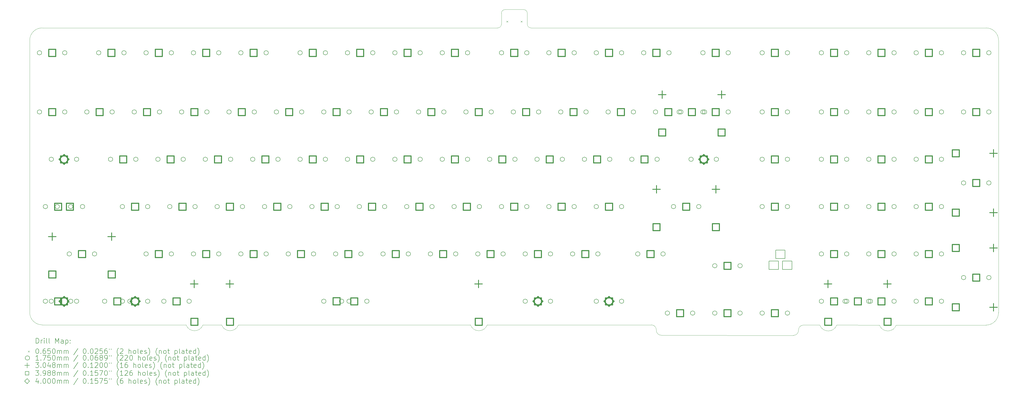
<source format=gbr>
%TF.GenerationSoftware,KiCad,Pcbnew,8.99.0-946-gf00a1ab517*%
%TF.CreationDate,2024-05-15T19:48:49+07:00*%
%TF.ProjectId,austin,61757374-696e-42e6-9b69-6361645f7063,v2.2.6*%
%TF.SameCoordinates,PX1a96a400PY40d23d0*%
%TF.FileFunction,Drillmap*%
%TF.FilePolarity,Positive*%
%FSLAX45Y45*%
G04 Gerber Fmt 4.5, Leading zero omitted, Abs format (unit mm)*
G04 Created by KiCad (PCBNEW 8.99.0-946-gf00a1ab517) date 2024-05-15 19:48:49*
%MOMM*%
%LPD*%
G01*
G04 APERTURE LIST*
%ADD10C,0.100000*%
%ADD11C,0.150000*%
%ADD12C,0.200000*%
%ADD13C,0.175000*%
%ADD14C,0.304800*%
%ADD15C,0.398780*%
%ADD16C,0.400000*%
G04 APERTURE END LIST*
D10*
X-33997500Y-14975350D02*
G75*
G02*
X-34497500Y-14475350I0J500000D01*
G01*
X-15536500Y-2872750D02*
G75*
G02*
X-15686500Y-3022750I-150000J0D01*
G01*
X-33997500Y-3021350D02*
X-15686500Y-3022750D01*
X-14645500Y-2282750D02*
G75*
G02*
X-14495500Y-2432750I0J-150000D01*
G01*
X-14495500Y-2432750D02*
X-14495500Y-2872750D01*
X-15386500Y-2282750D02*
X-14645500Y-2282750D01*
X-15536500Y-2872750D02*
X-15536500Y-2432750D01*
X-15536500Y-2432750D02*
G75*
G02*
X-15386500Y-2282750I150000J0D01*
G01*
X4446500Y-14484350D02*
G75*
G02*
X3946500Y-14984350I-500000J0D01*
G01*
X3946500Y-14984350D02*
X335000Y-14985625D01*
X-27534500Y-14977850D02*
G75*
G02*
X-28210500Y-14977850I-338000J124521D01*
G01*
X3947500Y-3022350D02*
G75*
G02*
X4447500Y-3522350I0J-500000D01*
G01*
X-26107500Y-14976164D02*
G75*
G02*
X-26783500Y-14976164I-338000J124521D01*
G01*
X335000Y-14985625D02*
G75*
G02*
X-339500Y-14985625I-337250J124245D01*
G01*
X3947500Y-3022350D02*
X-14345500Y-3022750D01*
X-339500Y-14985625D02*
X-2056000Y-14982625D01*
X-28210500Y-14977850D02*
X-33997500Y-14975350D01*
X-34497500Y-14475350D02*
X-34497500Y-3521350D01*
X4447500Y-3522350D02*
X4446500Y-14484350D01*
X-9509500Y-14975350D02*
G75*
G02*
X-9309500Y-15175350I0J-200000D01*
G01*
X-2056000Y-14982625D02*
G75*
G02*
X-2739500Y-14982625I-341750J125905D01*
G01*
X-9110500Y-15394350D02*
G75*
G02*
X-9309497Y-15175350I0J199910D01*
G01*
X-16781500Y-14976164D02*
X-26107500Y-14976164D01*
X-3593500Y-15182350D02*
G75*
G02*
X-3793500Y-15398353I-200000J-15410D01*
G01*
X-9509500Y-14975350D02*
X-16105500Y-14976164D01*
X-16105500Y-14976164D02*
G75*
G02*
X-16781500Y-14976164I-338000J124521D01*
G01*
X-34497500Y-3521350D02*
G75*
G02*
X-33997500Y-3021350I500000J0D01*
G01*
X-14345500Y-3022750D02*
G75*
G02*
X-14495500Y-2872750I0J150000D01*
G01*
X-3793500Y-15398350D02*
X-9110500Y-15394350D01*
X-26783500Y-14976164D02*
X-27534500Y-14977850D01*
X-2739500Y-14982625D02*
X-3393500Y-14982350D01*
X-3593500Y-15182350D02*
G75*
G02*
X-3393500Y-14982350I200000J0D01*
G01*
D11*
X-4235500Y-12407000D02*
X-4235500Y-12747000D01*
X-4235500Y-12407000D02*
X-3855500Y-12407000D01*
X-4235500Y-12747000D02*
X-3855500Y-12747000D01*
X-3855500Y-12407000D02*
X-3855500Y-12747000D01*
X-4779250Y-12741750D02*
X-4779250Y-12401750D01*
X-4399250Y-12401750D02*
X-4779250Y-12401750D01*
X-4399250Y-12741750D02*
X-4779250Y-12741750D01*
X-4399250Y-12741750D02*
X-4399250Y-12401750D01*
X-4512750Y-11965250D02*
X-4512750Y-12305250D01*
X-4512750Y-11965250D02*
X-4132750Y-11965250D01*
X-4512750Y-12305250D02*
X-4132750Y-12305250D01*
X-4132750Y-11965250D02*
X-4132750Y-12305250D01*
D12*
D10*
X-15337500Y-2734500D02*
X-15272500Y-2799500D01*
X-15272500Y-2734500D02*
X-15337500Y-2799500D01*
X-14759500Y-2734500D02*
X-14694500Y-2799500D01*
X-14694500Y-2734500D02*
X-14759500Y-2799500D01*
D13*
X-34018000Y-4022750D02*
G75*
G02*
X-34193000Y-4022750I-87500J0D01*
G01*
X-34193000Y-4022750D02*
G75*
G02*
X-34018000Y-4022750I87500J0D01*
G01*
X-34018000Y-6404000D02*
G75*
G02*
X-34193000Y-6404000I-87500J0D01*
G01*
X-34193000Y-6404000D02*
G75*
G02*
X-34018000Y-6404000I87500J0D01*
G01*
X-33779900Y-10214000D02*
G75*
G02*
X-33954900Y-10214000I-87500J0D01*
G01*
X-33954900Y-10214000D02*
G75*
G02*
X-33779900Y-10214000I87500J0D01*
G01*
X-33779900Y-14024000D02*
G75*
G02*
X-33954900Y-14024000I-87500J0D01*
G01*
X-33954900Y-14024000D02*
G75*
G02*
X-33779900Y-14024000I87500J0D01*
G01*
X-33541700Y-8309000D02*
G75*
G02*
X-33716700Y-8309000I-87500J0D01*
G01*
X-33716700Y-8309000D02*
G75*
G02*
X-33541700Y-8309000I87500J0D01*
G01*
X-33541700Y-14024000D02*
G75*
G02*
X-33716700Y-14024000I-87500J0D01*
G01*
X-33716700Y-14024000D02*
G75*
G02*
X-33541700Y-14024000I87500J0D01*
G01*
X-33303600Y-10214000D02*
G75*
G02*
X-33478600Y-10214000I-87500J0D01*
G01*
X-33478600Y-10214000D02*
G75*
G02*
X-33303600Y-10214000I87500J0D01*
G01*
X-33002000Y-4022750D02*
G75*
G02*
X-33177000Y-4022750I-87500J0D01*
G01*
X-33177000Y-4022750D02*
G75*
G02*
X-33002000Y-4022750I87500J0D01*
G01*
X-33002000Y-6404000D02*
G75*
G02*
X-33177000Y-6404000I-87500J0D01*
G01*
X-33177000Y-6404000D02*
G75*
G02*
X-33002000Y-6404000I87500J0D01*
G01*
X-32819940Y-12119000D02*
G75*
G02*
X-32994940Y-12119000I-87500J0D01*
G01*
X-32994940Y-12119000D02*
G75*
G02*
X-32819940Y-12119000I87500J0D01*
G01*
X-32763900Y-10214000D02*
G75*
G02*
X-32938900Y-10214000I-87500J0D01*
G01*
X-32938900Y-10214000D02*
G75*
G02*
X-32763900Y-10214000I87500J0D01*
G01*
X-32763900Y-14024000D02*
G75*
G02*
X-32938900Y-14024000I-87500J0D01*
G01*
X-32938900Y-14024000D02*
G75*
G02*
X-32763900Y-14024000I87500J0D01*
G01*
X-32525700Y-8309000D02*
G75*
G02*
X-32700700Y-8309000I-87500J0D01*
G01*
X-32700700Y-8309000D02*
G75*
G02*
X-32525700Y-8309000I87500J0D01*
G01*
X-32525700Y-14024000D02*
G75*
G02*
X-32700700Y-14024000I-87500J0D01*
G01*
X-32700700Y-14024000D02*
G75*
G02*
X-32525700Y-14024000I87500J0D01*
G01*
X-32287600Y-10214000D02*
G75*
G02*
X-32462600Y-10214000I-87500J0D01*
G01*
X-32462600Y-10214000D02*
G75*
G02*
X-32287600Y-10214000I87500J0D01*
G01*
X-32113000Y-6404000D02*
G75*
G02*
X-32288000Y-6404000I-87500J0D01*
G01*
X-32288000Y-6404000D02*
G75*
G02*
X-32113000Y-6404000I87500J0D01*
G01*
X-31803940Y-12119000D02*
G75*
G02*
X-31978940Y-12119000I-87500J0D01*
G01*
X-31978940Y-12119000D02*
G75*
G02*
X-31803940Y-12119000I87500J0D01*
G01*
X-31636750Y-4022750D02*
G75*
G02*
X-31811750Y-4022750I-87500J0D01*
G01*
X-31811750Y-4022750D02*
G75*
G02*
X-31636750Y-4022750I87500J0D01*
G01*
X-31398650Y-14024000D02*
G75*
G02*
X-31573650Y-14024000I-87500J0D01*
G01*
X-31573650Y-14024000D02*
G75*
G02*
X-31398650Y-14024000I87500J0D01*
G01*
X-31160500Y-8309000D02*
G75*
G02*
X-31335500Y-8309000I-87500J0D01*
G01*
X-31335500Y-8309000D02*
G75*
G02*
X-31160500Y-8309000I87500J0D01*
G01*
X-31097000Y-6404000D02*
G75*
G02*
X-31272000Y-6404000I-87500J0D01*
G01*
X-31272000Y-6404000D02*
G75*
G02*
X-31097000Y-6404000I87500J0D01*
G01*
X-30684250Y-10214000D02*
G75*
G02*
X-30859250Y-10214000I-87500J0D01*
G01*
X-30859250Y-10214000D02*
G75*
G02*
X-30684250Y-10214000I87500J0D01*
G01*
X-30684200Y-14024000D02*
G75*
G02*
X-30859200Y-14024000I-87500J0D01*
G01*
X-30859200Y-14024000D02*
G75*
G02*
X-30684200Y-14024000I87500J0D01*
G01*
X-30620750Y-4022750D02*
G75*
G02*
X-30795750Y-4022750I-87500J0D01*
G01*
X-30795750Y-4022750D02*
G75*
G02*
X-30620750Y-4022750I87500J0D01*
G01*
X-30382650Y-14024000D02*
G75*
G02*
X-30557650Y-14024000I-87500J0D01*
G01*
X-30557650Y-14024000D02*
G75*
G02*
X-30382650Y-14024000I87500J0D01*
G01*
X-30208000Y-6404000D02*
G75*
G02*
X-30383000Y-6404000I-87500J0D01*
G01*
X-30383000Y-6404000D02*
G75*
G02*
X-30208000Y-6404000I87500J0D01*
G01*
X-30144500Y-8309000D02*
G75*
G02*
X-30319500Y-8309000I-87500J0D01*
G01*
X-30319500Y-8309000D02*
G75*
G02*
X-30144500Y-8309000I87500J0D01*
G01*
X-29731750Y-4022750D02*
G75*
G02*
X-29906750Y-4022750I-87500J0D01*
G01*
X-29906750Y-4022750D02*
G75*
G02*
X-29731750Y-4022750I87500J0D01*
G01*
X-29731750Y-12119000D02*
G75*
G02*
X-29906750Y-12119000I-87500J0D01*
G01*
X-29906750Y-12119000D02*
G75*
G02*
X-29731750Y-12119000I87500J0D01*
G01*
X-29668250Y-10214000D02*
G75*
G02*
X-29843250Y-10214000I-87500J0D01*
G01*
X-29843250Y-10214000D02*
G75*
G02*
X-29668250Y-10214000I87500J0D01*
G01*
X-29668200Y-14024000D02*
G75*
G02*
X-29843200Y-14024000I-87500J0D01*
G01*
X-29843200Y-14024000D02*
G75*
G02*
X-29668200Y-14024000I87500J0D01*
G01*
X-29255500Y-8309000D02*
G75*
G02*
X-29430500Y-8309000I-87500J0D01*
G01*
X-29430500Y-8309000D02*
G75*
G02*
X-29255500Y-8309000I87500J0D01*
G01*
X-29192000Y-6404000D02*
G75*
G02*
X-29367000Y-6404000I-87500J0D01*
G01*
X-29367000Y-6404000D02*
G75*
G02*
X-29192000Y-6404000I87500J0D01*
G01*
X-29017400Y-14024000D02*
G75*
G02*
X-29192400Y-14024000I-87500J0D01*
G01*
X-29192400Y-14024000D02*
G75*
G02*
X-29017400Y-14024000I87500J0D01*
G01*
X-28779250Y-10214000D02*
G75*
G02*
X-28954250Y-10214000I-87500J0D01*
G01*
X-28954250Y-10214000D02*
G75*
G02*
X-28779250Y-10214000I87500J0D01*
G01*
X-28715750Y-4022750D02*
G75*
G02*
X-28890750Y-4022750I-87500J0D01*
G01*
X-28890750Y-4022750D02*
G75*
G02*
X-28715750Y-4022750I87500J0D01*
G01*
X-28715750Y-12119000D02*
G75*
G02*
X-28890750Y-12119000I-87500J0D01*
G01*
X-28890750Y-12119000D02*
G75*
G02*
X-28715750Y-12119000I87500J0D01*
G01*
X-28303000Y-6404000D02*
G75*
G02*
X-28478000Y-6404000I-87500J0D01*
G01*
X-28478000Y-6404000D02*
G75*
G02*
X-28303000Y-6404000I87500J0D01*
G01*
X-28239500Y-8309000D02*
G75*
G02*
X-28414500Y-8309000I-87500J0D01*
G01*
X-28414500Y-8309000D02*
G75*
G02*
X-28239500Y-8309000I87500J0D01*
G01*
X-28001400Y-14024000D02*
G75*
G02*
X-28176400Y-14024000I-87500J0D01*
G01*
X-28176400Y-14024000D02*
G75*
G02*
X-28001400Y-14024000I87500J0D01*
G01*
X-27826750Y-4022750D02*
G75*
G02*
X-28001750Y-4022750I-87500J0D01*
G01*
X-28001750Y-4022750D02*
G75*
G02*
X-27826750Y-4022750I87500J0D01*
G01*
X-27826750Y-12119000D02*
G75*
G02*
X-28001750Y-12119000I-87500J0D01*
G01*
X-28001750Y-12119000D02*
G75*
G02*
X-27826750Y-12119000I87500J0D01*
G01*
X-27763250Y-10214000D02*
G75*
G02*
X-27938250Y-10214000I-87500J0D01*
G01*
X-27938250Y-10214000D02*
G75*
G02*
X-27763250Y-10214000I87500J0D01*
G01*
X-27350500Y-8309000D02*
G75*
G02*
X-27525500Y-8309000I-87500J0D01*
G01*
X-27525500Y-8309000D02*
G75*
G02*
X-27350500Y-8309000I87500J0D01*
G01*
X-27287000Y-6404000D02*
G75*
G02*
X-27462000Y-6404000I-87500J0D01*
G01*
X-27462000Y-6404000D02*
G75*
G02*
X-27287000Y-6404000I87500J0D01*
G01*
X-26874250Y-10214000D02*
G75*
G02*
X-27049250Y-10214000I-87500J0D01*
G01*
X-27049250Y-10214000D02*
G75*
G02*
X-26874250Y-10214000I87500J0D01*
G01*
X-26810750Y-4022750D02*
G75*
G02*
X-26985750Y-4022750I-87500J0D01*
G01*
X-26985750Y-4022750D02*
G75*
G02*
X-26810750Y-4022750I87500J0D01*
G01*
X-26810750Y-12119000D02*
G75*
G02*
X-26985750Y-12119000I-87500J0D01*
G01*
X-26985750Y-12119000D02*
G75*
G02*
X-26810750Y-12119000I87500J0D01*
G01*
X-26398000Y-6404000D02*
G75*
G02*
X-26573000Y-6404000I-87500J0D01*
G01*
X-26573000Y-6404000D02*
G75*
G02*
X-26398000Y-6404000I87500J0D01*
G01*
X-26334500Y-8309000D02*
G75*
G02*
X-26509500Y-8309000I-87500J0D01*
G01*
X-26509500Y-8309000D02*
G75*
G02*
X-26334500Y-8309000I87500J0D01*
G01*
X-25921750Y-4022750D02*
G75*
G02*
X-26096750Y-4022750I-87500J0D01*
G01*
X-26096750Y-4022750D02*
G75*
G02*
X-25921750Y-4022750I87500J0D01*
G01*
X-25921750Y-12119000D02*
G75*
G02*
X-26096750Y-12119000I-87500J0D01*
G01*
X-26096750Y-12119000D02*
G75*
G02*
X-25921750Y-12119000I87500J0D01*
G01*
X-25858250Y-10214000D02*
G75*
G02*
X-26033250Y-10214000I-87500J0D01*
G01*
X-26033250Y-10214000D02*
G75*
G02*
X-25858250Y-10214000I87500J0D01*
G01*
X-25445500Y-8309000D02*
G75*
G02*
X-25620500Y-8309000I-87500J0D01*
G01*
X-25620500Y-8309000D02*
G75*
G02*
X-25445500Y-8309000I87500J0D01*
G01*
X-25382000Y-6404000D02*
G75*
G02*
X-25557000Y-6404000I-87500J0D01*
G01*
X-25557000Y-6404000D02*
G75*
G02*
X-25382000Y-6404000I87500J0D01*
G01*
X-24969250Y-10214000D02*
G75*
G02*
X-25144250Y-10214000I-87500J0D01*
G01*
X-25144250Y-10214000D02*
G75*
G02*
X-24969250Y-10214000I87500J0D01*
G01*
X-24905750Y-4022750D02*
G75*
G02*
X-25080750Y-4022750I-87500J0D01*
G01*
X-25080750Y-4022750D02*
G75*
G02*
X-24905750Y-4022750I87500J0D01*
G01*
X-24905750Y-12119000D02*
G75*
G02*
X-25080750Y-12119000I-87500J0D01*
G01*
X-25080750Y-12119000D02*
G75*
G02*
X-24905750Y-12119000I87500J0D01*
G01*
X-24493000Y-6404000D02*
G75*
G02*
X-24668000Y-6404000I-87500J0D01*
G01*
X-24668000Y-6404000D02*
G75*
G02*
X-24493000Y-6404000I87500J0D01*
G01*
X-24429500Y-8309000D02*
G75*
G02*
X-24604500Y-8309000I-87500J0D01*
G01*
X-24604500Y-8309000D02*
G75*
G02*
X-24429500Y-8309000I87500J0D01*
G01*
X-24016750Y-12119000D02*
G75*
G02*
X-24191750Y-12119000I-87500J0D01*
G01*
X-24191750Y-12119000D02*
G75*
G02*
X-24016750Y-12119000I87500J0D01*
G01*
X-23953250Y-10214000D02*
G75*
G02*
X-24128250Y-10214000I-87500J0D01*
G01*
X-24128250Y-10214000D02*
G75*
G02*
X-23953250Y-10214000I87500J0D01*
G01*
X-23540500Y-4022750D02*
G75*
G02*
X-23715500Y-4022750I-87500J0D01*
G01*
X-23715500Y-4022750D02*
G75*
G02*
X-23540500Y-4022750I87500J0D01*
G01*
X-23540500Y-8309000D02*
G75*
G02*
X-23715500Y-8309000I-87500J0D01*
G01*
X-23715500Y-8309000D02*
G75*
G02*
X-23540500Y-8309000I87500J0D01*
G01*
X-23477000Y-6404000D02*
G75*
G02*
X-23652000Y-6404000I-87500J0D01*
G01*
X-23652000Y-6404000D02*
G75*
G02*
X-23477000Y-6404000I87500J0D01*
G01*
X-23064250Y-10214000D02*
G75*
G02*
X-23239250Y-10214000I-87500J0D01*
G01*
X-23239250Y-10214000D02*
G75*
G02*
X-23064250Y-10214000I87500J0D01*
G01*
X-23000750Y-12119000D02*
G75*
G02*
X-23175750Y-12119000I-87500J0D01*
G01*
X-23175750Y-12119000D02*
G75*
G02*
X-23000750Y-12119000I87500J0D01*
G01*
X-22588000Y-6404000D02*
G75*
G02*
X-22763000Y-6404000I-87500J0D01*
G01*
X-22763000Y-6404000D02*
G75*
G02*
X-22588000Y-6404000I87500J0D01*
G01*
X-22588000Y-14023350D02*
G75*
G02*
X-22763000Y-14023350I-87500J0D01*
G01*
X-22763000Y-14023350D02*
G75*
G02*
X-22588000Y-14023350I87500J0D01*
G01*
X-22524500Y-4022750D02*
G75*
G02*
X-22699500Y-4022750I-87500J0D01*
G01*
X-22699500Y-4022750D02*
G75*
G02*
X-22524500Y-4022750I87500J0D01*
G01*
X-22524500Y-8309000D02*
G75*
G02*
X-22699500Y-8309000I-87500J0D01*
G01*
X-22699500Y-8309000D02*
G75*
G02*
X-22524500Y-8309000I87500J0D01*
G01*
X-22111750Y-12119000D02*
G75*
G02*
X-22286750Y-12119000I-87500J0D01*
G01*
X-22286750Y-12119000D02*
G75*
G02*
X-22111750Y-12119000I87500J0D01*
G01*
X-22048250Y-10214000D02*
G75*
G02*
X-22223250Y-10214000I-87500J0D01*
G01*
X-22223250Y-10214000D02*
G75*
G02*
X-22048250Y-10214000I87500J0D01*
G01*
X-21873650Y-14024000D02*
G75*
G02*
X-22048650Y-14024000I-87500J0D01*
G01*
X-22048650Y-14024000D02*
G75*
G02*
X-21873650Y-14024000I87500J0D01*
G01*
X-21635500Y-4022750D02*
G75*
G02*
X-21810500Y-4022750I-87500J0D01*
G01*
X-21810500Y-4022750D02*
G75*
G02*
X-21635500Y-4022750I87500J0D01*
G01*
X-21635500Y-8309000D02*
G75*
G02*
X-21810500Y-8309000I-87500J0D01*
G01*
X-21810500Y-8309000D02*
G75*
G02*
X-21635500Y-8309000I87500J0D01*
G01*
X-21572000Y-6404000D02*
G75*
G02*
X-21747000Y-6404000I-87500J0D01*
G01*
X-21747000Y-6404000D02*
G75*
G02*
X-21572000Y-6404000I87500J0D01*
G01*
X-21572000Y-14023350D02*
G75*
G02*
X-21747000Y-14023350I-87500J0D01*
G01*
X-21747000Y-14023350D02*
G75*
G02*
X-21572000Y-14023350I87500J0D01*
G01*
X-21159250Y-10214000D02*
G75*
G02*
X-21334250Y-10214000I-87500J0D01*
G01*
X-21334250Y-10214000D02*
G75*
G02*
X-21159250Y-10214000I87500J0D01*
G01*
X-21095750Y-12119000D02*
G75*
G02*
X-21270750Y-12119000I-87500J0D01*
G01*
X-21270750Y-12119000D02*
G75*
G02*
X-21095750Y-12119000I87500J0D01*
G01*
X-20857650Y-14024000D02*
G75*
G02*
X-21032650Y-14024000I-87500J0D01*
G01*
X-21032650Y-14024000D02*
G75*
G02*
X-20857650Y-14024000I87500J0D01*
G01*
X-20683000Y-6404000D02*
G75*
G02*
X-20858000Y-6404000I-87500J0D01*
G01*
X-20858000Y-6404000D02*
G75*
G02*
X-20683000Y-6404000I87500J0D01*
G01*
X-20619500Y-4022750D02*
G75*
G02*
X-20794500Y-4022750I-87500J0D01*
G01*
X-20794500Y-4022750D02*
G75*
G02*
X-20619500Y-4022750I87500J0D01*
G01*
X-20619500Y-8309000D02*
G75*
G02*
X-20794500Y-8309000I-87500J0D01*
G01*
X-20794500Y-8309000D02*
G75*
G02*
X-20619500Y-8309000I87500J0D01*
G01*
X-20206750Y-12119000D02*
G75*
G02*
X-20381750Y-12119000I-87500J0D01*
G01*
X-20381750Y-12119000D02*
G75*
G02*
X-20206750Y-12119000I87500J0D01*
G01*
X-20143250Y-10214000D02*
G75*
G02*
X-20318250Y-10214000I-87500J0D01*
G01*
X-20318250Y-10214000D02*
G75*
G02*
X-20143250Y-10214000I87500J0D01*
G01*
X-19730500Y-4022750D02*
G75*
G02*
X-19905500Y-4022750I-87500J0D01*
G01*
X-19905500Y-4022750D02*
G75*
G02*
X-19730500Y-4022750I87500J0D01*
G01*
X-19730500Y-8309000D02*
G75*
G02*
X-19905500Y-8309000I-87500J0D01*
G01*
X-19905500Y-8309000D02*
G75*
G02*
X-19730500Y-8309000I87500J0D01*
G01*
X-19667000Y-6404000D02*
G75*
G02*
X-19842000Y-6404000I-87500J0D01*
G01*
X-19842000Y-6404000D02*
G75*
G02*
X-19667000Y-6404000I87500J0D01*
G01*
X-19254250Y-10214000D02*
G75*
G02*
X-19429250Y-10214000I-87500J0D01*
G01*
X-19429250Y-10214000D02*
G75*
G02*
X-19254250Y-10214000I87500J0D01*
G01*
X-19190750Y-12119000D02*
G75*
G02*
X-19365750Y-12119000I-87500J0D01*
G01*
X-19365750Y-12119000D02*
G75*
G02*
X-19190750Y-12119000I87500J0D01*
G01*
X-18778000Y-6404000D02*
G75*
G02*
X-18953000Y-6404000I-87500J0D01*
G01*
X-18953000Y-6404000D02*
G75*
G02*
X-18778000Y-6404000I87500J0D01*
G01*
X-18714500Y-4022750D02*
G75*
G02*
X-18889500Y-4022750I-87500J0D01*
G01*
X-18889500Y-4022750D02*
G75*
G02*
X-18714500Y-4022750I87500J0D01*
G01*
X-18714500Y-8309000D02*
G75*
G02*
X-18889500Y-8309000I-87500J0D01*
G01*
X-18889500Y-8309000D02*
G75*
G02*
X-18714500Y-8309000I87500J0D01*
G01*
X-18301750Y-12119000D02*
G75*
G02*
X-18476750Y-12119000I-87500J0D01*
G01*
X-18476750Y-12119000D02*
G75*
G02*
X-18301750Y-12119000I87500J0D01*
G01*
X-18238250Y-10214000D02*
G75*
G02*
X-18413250Y-10214000I-87500J0D01*
G01*
X-18413250Y-10214000D02*
G75*
G02*
X-18238250Y-10214000I87500J0D01*
G01*
X-17825500Y-4022750D02*
G75*
G02*
X-18000500Y-4022750I-87500J0D01*
G01*
X-18000500Y-4022750D02*
G75*
G02*
X-17825500Y-4022750I87500J0D01*
G01*
X-17825500Y-8309000D02*
G75*
G02*
X-18000500Y-8309000I-87500J0D01*
G01*
X-18000500Y-8309000D02*
G75*
G02*
X-17825500Y-8309000I87500J0D01*
G01*
X-17762000Y-6404000D02*
G75*
G02*
X-17937000Y-6404000I-87500J0D01*
G01*
X-17937000Y-6404000D02*
G75*
G02*
X-17762000Y-6404000I87500J0D01*
G01*
X-17349250Y-10214000D02*
G75*
G02*
X-17524250Y-10214000I-87500J0D01*
G01*
X-17524250Y-10214000D02*
G75*
G02*
X-17349250Y-10214000I87500J0D01*
G01*
X-17285750Y-12119000D02*
G75*
G02*
X-17460750Y-12119000I-87500J0D01*
G01*
X-17460750Y-12119000D02*
G75*
G02*
X-17285750Y-12119000I87500J0D01*
G01*
X-16873000Y-6404000D02*
G75*
G02*
X-17048000Y-6404000I-87500J0D01*
G01*
X-17048000Y-6404000D02*
G75*
G02*
X-16873000Y-6404000I87500J0D01*
G01*
X-16809500Y-4022750D02*
G75*
G02*
X-16984500Y-4022750I-87500J0D01*
G01*
X-16984500Y-4022750D02*
G75*
G02*
X-16809500Y-4022750I87500J0D01*
G01*
X-16809500Y-8309000D02*
G75*
G02*
X-16984500Y-8309000I-87500J0D01*
G01*
X-16984500Y-8309000D02*
G75*
G02*
X-16809500Y-8309000I87500J0D01*
G01*
X-16396750Y-12119000D02*
G75*
G02*
X-16571750Y-12119000I-87500J0D01*
G01*
X-16571750Y-12119000D02*
G75*
G02*
X-16396750Y-12119000I87500J0D01*
G01*
X-16333250Y-10214000D02*
G75*
G02*
X-16508250Y-10214000I-87500J0D01*
G01*
X-16508250Y-10214000D02*
G75*
G02*
X-16333250Y-10214000I87500J0D01*
G01*
X-15920500Y-8309000D02*
G75*
G02*
X-16095500Y-8309000I-87500J0D01*
G01*
X-16095500Y-8309000D02*
G75*
G02*
X-15920500Y-8309000I87500J0D01*
G01*
X-15857000Y-6404000D02*
G75*
G02*
X-16032000Y-6404000I-87500J0D01*
G01*
X-16032000Y-6404000D02*
G75*
G02*
X-15857000Y-6404000I87500J0D01*
G01*
X-15444250Y-4022750D02*
G75*
G02*
X-15619250Y-4022750I-87500J0D01*
G01*
X-15619250Y-4022750D02*
G75*
G02*
X-15444250Y-4022750I87500J0D01*
G01*
X-15444250Y-10214000D02*
G75*
G02*
X-15619250Y-10214000I-87500J0D01*
G01*
X-15619250Y-10214000D02*
G75*
G02*
X-15444250Y-10214000I87500J0D01*
G01*
X-15380750Y-12119000D02*
G75*
G02*
X-15555750Y-12119000I-87500J0D01*
G01*
X-15555750Y-12119000D02*
G75*
G02*
X-15380750Y-12119000I87500J0D01*
G01*
X-14968000Y-6404000D02*
G75*
G02*
X-15143000Y-6404000I-87500J0D01*
G01*
X-15143000Y-6404000D02*
G75*
G02*
X-14968000Y-6404000I87500J0D01*
G01*
X-14904500Y-8309000D02*
G75*
G02*
X-15079500Y-8309000I-87500J0D01*
G01*
X-15079500Y-8309000D02*
G75*
G02*
X-14904500Y-8309000I87500J0D01*
G01*
X-14491750Y-12119000D02*
G75*
G02*
X-14666750Y-12119000I-87500J0D01*
G01*
X-14666750Y-12119000D02*
G75*
G02*
X-14491750Y-12119000I87500J0D01*
G01*
X-14491700Y-14024000D02*
G75*
G02*
X-14666700Y-14024000I-87500J0D01*
G01*
X-14666700Y-14024000D02*
G75*
G02*
X-14491700Y-14024000I87500J0D01*
G01*
X-14428250Y-4022750D02*
G75*
G02*
X-14603250Y-4022750I-87500J0D01*
G01*
X-14603250Y-4022750D02*
G75*
G02*
X-14428250Y-4022750I87500J0D01*
G01*
X-14428250Y-10214000D02*
G75*
G02*
X-14603250Y-10214000I-87500J0D01*
G01*
X-14603250Y-10214000D02*
G75*
G02*
X-14428250Y-10214000I87500J0D01*
G01*
X-14015500Y-8309000D02*
G75*
G02*
X-14190500Y-8309000I-87500J0D01*
G01*
X-14190500Y-8309000D02*
G75*
G02*
X-14015500Y-8309000I87500J0D01*
G01*
X-13952000Y-6404000D02*
G75*
G02*
X-14127000Y-6404000I-87500J0D01*
G01*
X-14127000Y-6404000D02*
G75*
G02*
X-13952000Y-6404000I87500J0D01*
G01*
X-13539250Y-4022750D02*
G75*
G02*
X-13714250Y-4022750I-87500J0D01*
G01*
X-13714250Y-4022750D02*
G75*
G02*
X-13539250Y-4022750I87500J0D01*
G01*
X-13539250Y-10214000D02*
G75*
G02*
X-13714250Y-10214000I-87500J0D01*
G01*
X-13714250Y-10214000D02*
G75*
G02*
X-13539250Y-10214000I87500J0D01*
G01*
X-13475750Y-12119000D02*
G75*
G02*
X-13650750Y-12119000I-87500J0D01*
G01*
X-13650750Y-12119000D02*
G75*
G02*
X-13475750Y-12119000I87500J0D01*
G01*
X-13475700Y-14024000D02*
G75*
G02*
X-13650700Y-14024000I-87500J0D01*
G01*
X-13650700Y-14024000D02*
G75*
G02*
X-13475700Y-14024000I87500J0D01*
G01*
X-13063000Y-6404000D02*
G75*
G02*
X-13238000Y-6404000I-87500J0D01*
G01*
X-13238000Y-6404000D02*
G75*
G02*
X-13063000Y-6404000I87500J0D01*
G01*
X-12999500Y-8309000D02*
G75*
G02*
X-13174500Y-8309000I-87500J0D01*
G01*
X-13174500Y-8309000D02*
G75*
G02*
X-12999500Y-8309000I87500J0D01*
G01*
X-12586750Y-12119000D02*
G75*
G02*
X-12761750Y-12119000I-87500J0D01*
G01*
X-12761750Y-12119000D02*
G75*
G02*
X-12586750Y-12119000I87500J0D01*
G01*
X-12523250Y-4022750D02*
G75*
G02*
X-12698250Y-4022750I-87500J0D01*
G01*
X-12698250Y-4022750D02*
G75*
G02*
X-12523250Y-4022750I87500J0D01*
G01*
X-12523250Y-10214000D02*
G75*
G02*
X-12698250Y-10214000I-87500J0D01*
G01*
X-12698250Y-10214000D02*
G75*
G02*
X-12523250Y-10214000I87500J0D01*
G01*
X-12110500Y-8309000D02*
G75*
G02*
X-12285500Y-8309000I-87500J0D01*
G01*
X-12285500Y-8309000D02*
G75*
G02*
X-12110500Y-8309000I87500J0D01*
G01*
X-12047000Y-6404000D02*
G75*
G02*
X-12222000Y-6404000I-87500J0D01*
G01*
X-12222000Y-6404000D02*
G75*
G02*
X-12047000Y-6404000I87500J0D01*
G01*
X-11634250Y-4022750D02*
G75*
G02*
X-11809250Y-4022750I-87500J0D01*
G01*
X-11809250Y-4022750D02*
G75*
G02*
X-11634250Y-4022750I87500J0D01*
G01*
X-11634250Y-10214000D02*
G75*
G02*
X-11809250Y-10214000I-87500J0D01*
G01*
X-11809250Y-10214000D02*
G75*
G02*
X-11634250Y-10214000I87500J0D01*
G01*
X-11634200Y-14024000D02*
G75*
G02*
X-11809200Y-14024000I-87500J0D01*
G01*
X-11809200Y-14024000D02*
G75*
G02*
X-11634200Y-14024000I87500J0D01*
G01*
X-11570750Y-12119000D02*
G75*
G02*
X-11745750Y-12119000I-87500J0D01*
G01*
X-11745750Y-12119000D02*
G75*
G02*
X-11570750Y-12119000I87500J0D01*
G01*
X-11158000Y-6404000D02*
G75*
G02*
X-11333000Y-6404000I-87500J0D01*
G01*
X-11333000Y-6404000D02*
G75*
G02*
X-11158000Y-6404000I87500J0D01*
G01*
X-11094500Y-8309000D02*
G75*
G02*
X-11269500Y-8309000I-87500J0D01*
G01*
X-11269500Y-8309000D02*
G75*
G02*
X-11094500Y-8309000I87500J0D01*
G01*
X-10618250Y-4022750D02*
G75*
G02*
X-10793250Y-4022750I-87500J0D01*
G01*
X-10793250Y-4022750D02*
G75*
G02*
X-10618250Y-4022750I87500J0D01*
G01*
X-10618250Y-10214000D02*
G75*
G02*
X-10793250Y-10214000I-87500J0D01*
G01*
X-10793250Y-10214000D02*
G75*
G02*
X-10618250Y-10214000I87500J0D01*
G01*
X-10618200Y-14024000D02*
G75*
G02*
X-10793200Y-14024000I-87500J0D01*
G01*
X-10793200Y-14024000D02*
G75*
G02*
X-10618200Y-14024000I87500J0D01*
G01*
X-10205500Y-8309000D02*
G75*
G02*
X-10380500Y-8309000I-87500J0D01*
G01*
X-10380500Y-8309000D02*
G75*
G02*
X-10205500Y-8309000I87500J0D01*
G01*
X-10142000Y-6404000D02*
G75*
G02*
X-10317000Y-6404000I-87500J0D01*
G01*
X-10317000Y-6404000D02*
G75*
G02*
X-10142000Y-6404000I87500J0D01*
G01*
X-9967350Y-12119000D02*
G75*
G02*
X-10142350Y-12119000I-87500J0D01*
G01*
X-10142350Y-12119000D02*
G75*
G02*
X-9967350Y-12119000I87500J0D01*
G01*
X-9729250Y-4022750D02*
G75*
G02*
X-9904250Y-4022750I-87500J0D01*
G01*
X-9904250Y-4022750D02*
G75*
G02*
X-9729250Y-4022750I87500J0D01*
G01*
X-9253000Y-6404000D02*
G75*
G02*
X-9428000Y-6404000I-87500J0D01*
G01*
X-9428000Y-6404000D02*
G75*
G02*
X-9253000Y-6404000I87500J0D01*
G01*
X-9189500Y-8309000D02*
G75*
G02*
X-9364500Y-8309000I-87500J0D01*
G01*
X-9364500Y-8309000D02*
G75*
G02*
X-9189500Y-8309000I87500J0D01*
G01*
X-8951350Y-12119000D02*
G75*
G02*
X-9126350Y-12119000I-87500J0D01*
G01*
X-9126350Y-12119000D02*
G75*
G02*
X-8951350Y-12119000I87500J0D01*
G01*
X-8776750Y-14500250D02*
G75*
G02*
X-8951750Y-14500250I-87500J0D01*
G01*
X-8951750Y-14500250D02*
G75*
G02*
X-8776750Y-14500250I87500J0D01*
G01*
X-8713250Y-4022750D02*
G75*
G02*
X-8888250Y-4022750I-87500J0D01*
G01*
X-8888250Y-4022750D02*
G75*
G02*
X-8713250Y-4022750I87500J0D01*
G01*
X-8531190Y-10214000D02*
G75*
G02*
X-8706190Y-10214000I-87500J0D01*
G01*
X-8706190Y-10214000D02*
G75*
G02*
X-8531190Y-10214000I87500J0D01*
G01*
X-8300500Y-6404000D02*
G75*
G02*
X-8475500Y-6404000I-87500J0D01*
G01*
X-8475500Y-6404000D02*
G75*
G02*
X-8300500Y-6404000I87500J0D01*
G01*
X-8237000Y-6404000D02*
G75*
G02*
X-8412000Y-6404000I-87500J0D01*
G01*
X-8412000Y-6404000D02*
G75*
G02*
X-8237000Y-6404000I87500J0D01*
G01*
X-7824200Y-8309000D02*
G75*
G02*
X-7999200Y-8309000I-87500J0D01*
G01*
X-7999200Y-8309000D02*
G75*
G02*
X-7824200Y-8309000I87500J0D01*
G01*
X-7760750Y-14500250D02*
G75*
G02*
X-7935750Y-14500250I-87500J0D01*
G01*
X-7935750Y-14500250D02*
G75*
G02*
X-7760750Y-14500250I87500J0D01*
G01*
X-7515190Y-10214000D02*
G75*
G02*
X-7690190Y-10214000I-87500J0D01*
G01*
X-7690190Y-10214000D02*
G75*
G02*
X-7515190Y-10214000I87500J0D01*
G01*
X-7348000Y-4022750D02*
G75*
G02*
X-7523000Y-4022750I-87500J0D01*
G01*
X-7523000Y-4022750D02*
G75*
G02*
X-7348000Y-4022750I87500J0D01*
G01*
X-7348000Y-6404000D02*
G75*
G02*
X-7523000Y-6404000I-87500J0D01*
G01*
X-7523000Y-6404000D02*
G75*
G02*
X-7348000Y-6404000I87500J0D01*
G01*
X-7284500Y-6404000D02*
G75*
G02*
X-7459500Y-6404000I-87500J0D01*
G01*
X-7459500Y-6404000D02*
G75*
G02*
X-7284500Y-6404000I87500J0D01*
G01*
X-6871750Y-12595250D02*
G75*
G02*
X-7046750Y-12595250I-87500J0D01*
G01*
X-7046750Y-12595250D02*
G75*
G02*
X-6871750Y-12595250I87500J0D01*
G01*
X-6871750Y-14500250D02*
G75*
G02*
X-7046750Y-14500250I-87500J0D01*
G01*
X-7046750Y-14500250D02*
G75*
G02*
X-6871750Y-14500250I87500J0D01*
G01*
X-6808200Y-8309000D02*
G75*
G02*
X-6983200Y-8309000I-87500J0D01*
G01*
X-6983200Y-8309000D02*
G75*
G02*
X-6808200Y-8309000I87500J0D01*
G01*
X-6332000Y-4022750D02*
G75*
G02*
X-6507000Y-4022750I-87500J0D01*
G01*
X-6507000Y-4022750D02*
G75*
G02*
X-6332000Y-4022750I87500J0D01*
G01*
X-6332000Y-6404000D02*
G75*
G02*
X-6507000Y-6404000I-87500J0D01*
G01*
X-6507000Y-6404000D02*
G75*
G02*
X-6332000Y-6404000I87500J0D01*
G01*
X-5855750Y-12595250D02*
G75*
G02*
X-6030750Y-12595250I-87500J0D01*
G01*
X-6030750Y-12595250D02*
G75*
G02*
X-5855750Y-12595250I87500J0D01*
G01*
X-5855750Y-14500250D02*
G75*
G02*
X-6030750Y-14500250I-87500J0D01*
G01*
X-6030750Y-14500250D02*
G75*
G02*
X-5855750Y-14500250I87500J0D01*
G01*
X-4966750Y-4022750D02*
G75*
G02*
X-5141750Y-4022750I-87500J0D01*
G01*
X-5141750Y-4022750D02*
G75*
G02*
X-4966750Y-4022750I87500J0D01*
G01*
X-4966750Y-6404000D02*
G75*
G02*
X-5141750Y-6404000I-87500J0D01*
G01*
X-5141750Y-6404000D02*
G75*
G02*
X-4966750Y-6404000I87500J0D01*
G01*
X-4966750Y-8309000D02*
G75*
G02*
X-5141750Y-8309000I-87500J0D01*
G01*
X-5141750Y-8309000D02*
G75*
G02*
X-4966750Y-8309000I87500J0D01*
G01*
X-4966750Y-10214000D02*
G75*
G02*
X-5141750Y-10214000I-87500J0D01*
G01*
X-5141750Y-10214000D02*
G75*
G02*
X-4966750Y-10214000I87500J0D01*
G01*
X-4966750Y-14500250D02*
G75*
G02*
X-5141750Y-14500250I-87500J0D01*
G01*
X-5141750Y-14500250D02*
G75*
G02*
X-4966750Y-14500250I87500J0D01*
G01*
X-3950750Y-4022750D02*
G75*
G02*
X-4125750Y-4022750I-87500J0D01*
G01*
X-4125750Y-4022750D02*
G75*
G02*
X-3950750Y-4022750I87500J0D01*
G01*
X-3950750Y-6404000D02*
G75*
G02*
X-4125750Y-6404000I-87500J0D01*
G01*
X-4125750Y-6404000D02*
G75*
G02*
X-3950750Y-6404000I87500J0D01*
G01*
X-3950750Y-8309000D02*
G75*
G02*
X-4125750Y-8309000I-87500J0D01*
G01*
X-4125750Y-8309000D02*
G75*
G02*
X-3950750Y-8309000I87500J0D01*
G01*
X-3950750Y-10214000D02*
G75*
G02*
X-4125750Y-10214000I-87500J0D01*
G01*
X-4125750Y-10214000D02*
G75*
G02*
X-3950750Y-10214000I87500J0D01*
G01*
X-3950750Y-14500250D02*
G75*
G02*
X-4125750Y-14500250I-87500J0D01*
G01*
X-4125750Y-14500250D02*
G75*
G02*
X-3950750Y-14500250I87500J0D01*
G01*
X-2585500Y-4022750D02*
G75*
G02*
X-2760500Y-4022750I-87500J0D01*
G01*
X-2760500Y-4022750D02*
G75*
G02*
X-2585500Y-4022750I87500J0D01*
G01*
X-2585500Y-6404000D02*
G75*
G02*
X-2760500Y-6404000I-87500J0D01*
G01*
X-2760500Y-6404000D02*
G75*
G02*
X-2585500Y-6404000I87500J0D01*
G01*
X-2585500Y-8309000D02*
G75*
G02*
X-2760500Y-8309000I-87500J0D01*
G01*
X-2760500Y-8309000D02*
G75*
G02*
X-2585500Y-8309000I87500J0D01*
G01*
X-2585500Y-10214000D02*
G75*
G02*
X-2760500Y-10214000I-87500J0D01*
G01*
X-2760500Y-10214000D02*
G75*
G02*
X-2585500Y-10214000I87500J0D01*
G01*
X-2585500Y-12119000D02*
G75*
G02*
X-2760500Y-12119000I-87500J0D01*
G01*
X-2760500Y-12119000D02*
G75*
G02*
X-2585500Y-12119000I87500J0D01*
G01*
X-2585500Y-14024000D02*
G75*
G02*
X-2760500Y-14024000I-87500J0D01*
G01*
X-2760500Y-14024000D02*
G75*
G02*
X-2585500Y-14024000I87500J0D01*
G01*
X-1633000Y-14024000D02*
G75*
G02*
X-1808000Y-14024000I-87500J0D01*
G01*
X-1808000Y-14024000D02*
G75*
G02*
X-1633000Y-14024000I87500J0D01*
G01*
X-1569500Y-4022750D02*
G75*
G02*
X-1744500Y-4022750I-87500J0D01*
G01*
X-1744500Y-4022750D02*
G75*
G02*
X-1569500Y-4022750I87500J0D01*
G01*
X-1569500Y-6404000D02*
G75*
G02*
X-1744500Y-6404000I-87500J0D01*
G01*
X-1744500Y-6404000D02*
G75*
G02*
X-1569500Y-6404000I87500J0D01*
G01*
X-1569500Y-8309000D02*
G75*
G02*
X-1744500Y-8309000I-87500J0D01*
G01*
X-1744500Y-8309000D02*
G75*
G02*
X-1569500Y-8309000I87500J0D01*
G01*
X-1569500Y-10214000D02*
G75*
G02*
X-1744500Y-10214000I-87500J0D01*
G01*
X-1744500Y-10214000D02*
G75*
G02*
X-1569500Y-10214000I87500J0D01*
G01*
X-1569500Y-12119000D02*
G75*
G02*
X-1744500Y-12119000I-87500J0D01*
G01*
X-1744500Y-12119000D02*
G75*
G02*
X-1569500Y-12119000I87500J0D01*
G01*
X-1569500Y-14024000D02*
G75*
G02*
X-1744500Y-14024000I-87500J0D01*
G01*
X-1744500Y-14024000D02*
G75*
G02*
X-1569500Y-14024000I87500J0D01*
G01*
X-680500Y-4022750D02*
G75*
G02*
X-855500Y-4022750I-87500J0D01*
G01*
X-855500Y-4022750D02*
G75*
G02*
X-680500Y-4022750I87500J0D01*
G01*
X-680500Y-6404000D02*
G75*
G02*
X-855500Y-6404000I-87500J0D01*
G01*
X-855500Y-6404000D02*
G75*
G02*
X-680500Y-6404000I87500J0D01*
G01*
X-680500Y-8309000D02*
G75*
G02*
X-855500Y-8309000I-87500J0D01*
G01*
X-855500Y-8309000D02*
G75*
G02*
X-680500Y-8309000I87500J0D01*
G01*
X-680500Y-10214000D02*
G75*
G02*
X-855500Y-10214000I-87500J0D01*
G01*
X-855500Y-10214000D02*
G75*
G02*
X-680500Y-10214000I87500J0D01*
G01*
X-680500Y-12119000D02*
G75*
G02*
X-855500Y-12119000I-87500J0D01*
G01*
X-855500Y-12119000D02*
G75*
G02*
X-680500Y-12119000I87500J0D01*
G01*
X-680500Y-14024000D02*
G75*
G02*
X-855500Y-14024000I-87500J0D01*
G01*
X-855500Y-14024000D02*
G75*
G02*
X-680500Y-14024000I87500J0D01*
G01*
X-617000Y-14024000D02*
G75*
G02*
X-792000Y-14024000I-87500J0D01*
G01*
X-792000Y-14024000D02*
G75*
G02*
X-617000Y-14024000I87500J0D01*
G01*
X335500Y-4022750D02*
G75*
G02*
X160500Y-4022750I-87500J0D01*
G01*
X160500Y-4022750D02*
G75*
G02*
X335500Y-4022750I87500J0D01*
G01*
X335500Y-6404000D02*
G75*
G02*
X160500Y-6404000I-87500J0D01*
G01*
X160500Y-6404000D02*
G75*
G02*
X335500Y-6404000I87500J0D01*
G01*
X335500Y-8309000D02*
G75*
G02*
X160500Y-8309000I-87500J0D01*
G01*
X160500Y-8309000D02*
G75*
G02*
X335500Y-8309000I87500J0D01*
G01*
X335500Y-10214000D02*
G75*
G02*
X160500Y-10214000I-87500J0D01*
G01*
X160500Y-10214000D02*
G75*
G02*
X335500Y-10214000I87500J0D01*
G01*
X335500Y-12119000D02*
G75*
G02*
X160500Y-12119000I-87500J0D01*
G01*
X160500Y-12119000D02*
G75*
G02*
X335500Y-12119000I87500J0D01*
G01*
X335500Y-14024000D02*
G75*
G02*
X160500Y-14024000I-87500J0D01*
G01*
X160500Y-14024000D02*
G75*
G02*
X335500Y-14024000I87500J0D01*
G01*
X1224500Y-4022750D02*
G75*
G02*
X1049500Y-4022750I-87500J0D01*
G01*
X1049500Y-4022750D02*
G75*
G02*
X1224500Y-4022750I87500J0D01*
G01*
X1224500Y-6404000D02*
G75*
G02*
X1049500Y-6404000I-87500J0D01*
G01*
X1049500Y-6404000D02*
G75*
G02*
X1224500Y-6404000I87500J0D01*
G01*
X1224500Y-8309000D02*
G75*
G02*
X1049500Y-8309000I-87500J0D01*
G01*
X1049500Y-8309000D02*
G75*
G02*
X1224500Y-8309000I87500J0D01*
G01*
X1224500Y-10214000D02*
G75*
G02*
X1049500Y-10214000I-87500J0D01*
G01*
X1049500Y-10214000D02*
G75*
G02*
X1224500Y-10214000I87500J0D01*
G01*
X1224500Y-12119000D02*
G75*
G02*
X1049500Y-12119000I-87500J0D01*
G01*
X1049500Y-12119000D02*
G75*
G02*
X1224500Y-12119000I87500J0D01*
G01*
X1224500Y-14024000D02*
G75*
G02*
X1049500Y-14024000I-87500J0D01*
G01*
X1049500Y-14024000D02*
G75*
G02*
X1224500Y-14024000I87500J0D01*
G01*
X2240500Y-4022750D02*
G75*
G02*
X2065500Y-4022750I-87500J0D01*
G01*
X2065500Y-4022750D02*
G75*
G02*
X2240500Y-4022750I87500J0D01*
G01*
X2240500Y-6404000D02*
G75*
G02*
X2065500Y-6404000I-87500J0D01*
G01*
X2065500Y-6404000D02*
G75*
G02*
X2240500Y-6404000I87500J0D01*
G01*
X2240500Y-8309000D02*
G75*
G02*
X2065500Y-8309000I-87500J0D01*
G01*
X2065500Y-8309000D02*
G75*
G02*
X2240500Y-8309000I87500J0D01*
G01*
X2240500Y-10214000D02*
G75*
G02*
X2065500Y-10214000I-87500J0D01*
G01*
X2065500Y-10214000D02*
G75*
G02*
X2240500Y-10214000I87500J0D01*
G01*
X2240500Y-12119000D02*
G75*
G02*
X2065500Y-12119000I-87500J0D01*
G01*
X2065500Y-12119000D02*
G75*
G02*
X2240500Y-12119000I87500J0D01*
G01*
X2240500Y-14024000D02*
G75*
G02*
X2065500Y-14024000I-87500J0D01*
G01*
X2065500Y-14024000D02*
G75*
G02*
X2240500Y-14024000I87500J0D01*
G01*
X3129500Y-4022750D02*
G75*
G02*
X2954500Y-4022750I-87500J0D01*
G01*
X2954500Y-4022750D02*
G75*
G02*
X3129500Y-4022750I87500J0D01*
G01*
X3129500Y-6404000D02*
G75*
G02*
X2954500Y-6404000I-87500J0D01*
G01*
X2954500Y-6404000D02*
G75*
G02*
X3129500Y-6404000I87500J0D01*
G01*
X3129500Y-9261500D02*
G75*
G02*
X2954500Y-9261500I-87500J0D01*
G01*
X2954500Y-9261500D02*
G75*
G02*
X3129500Y-9261500I87500J0D01*
G01*
X3129500Y-13071500D02*
G75*
G02*
X2954500Y-13071500I-87500J0D01*
G01*
X2954500Y-13071500D02*
G75*
G02*
X3129500Y-13071500I87500J0D01*
G01*
X4145500Y-4022750D02*
G75*
G02*
X3970500Y-4022750I-87500J0D01*
G01*
X3970500Y-4022750D02*
G75*
G02*
X4145500Y-4022750I87500J0D01*
G01*
X4145500Y-6404000D02*
G75*
G02*
X3970500Y-6404000I-87500J0D01*
G01*
X3970500Y-6404000D02*
G75*
G02*
X4145500Y-6404000I87500J0D01*
G01*
X4145500Y-9261500D02*
G75*
G02*
X3970500Y-9261500I-87500J0D01*
G01*
X3970500Y-9261500D02*
G75*
G02*
X4145500Y-9261500I87500J0D01*
G01*
X4145500Y-13071500D02*
G75*
G02*
X3970500Y-13071500I-87500J0D01*
G01*
X3970500Y-13071500D02*
G75*
G02*
X4145500Y-13071500I87500J0D01*
G01*
D14*
X-33593240Y-11268100D02*
X-33593240Y-11572900D01*
X-33745640Y-11420500D02*
X-33440840Y-11420500D01*
X-31205640Y-11268100D02*
X-31205640Y-11572900D01*
X-31358040Y-11420500D02*
X-31053240Y-11420500D01*
X-27882500Y-13172450D02*
X-27882500Y-13477250D01*
X-28034900Y-13324850D02*
X-27730100Y-13324850D01*
X-26453140Y-13173100D02*
X-26453140Y-13477900D01*
X-26605540Y-13325500D02*
X-26300740Y-13325500D01*
X-16453160Y-13173100D02*
X-16453160Y-13477900D01*
X-16605560Y-13325500D02*
X-16300760Y-13325500D01*
X-16452500Y-13172450D02*
X-16452500Y-13477250D01*
X-16604900Y-13324850D02*
X-16300100Y-13324850D01*
X-9304490Y-9363100D02*
X-9304490Y-9667900D01*
X-9456890Y-9515500D02*
X-9152090Y-9515500D01*
X-9073800Y-5553100D02*
X-9073800Y-5857900D01*
X-9226200Y-5705500D02*
X-8921400Y-5705500D01*
X-6916890Y-9363100D02*
X-6916890Y-9667900D01*
X-7069290Y-9515500D02*
X-6764490Y-9515500D01*
X-6686200Y-5553100D02*
X-6686200Y-5857900D01*
X-6838600Y-5705500D02*
X-6533800Y-5705500D01*
X-2406300Y-13173100D02*
X-2406300Y-13477900D01*
X-2558700Y-13325500D02*
X-2253900Y-13325500D01*
X-18700Y-13173100D02*
X-18700Y-13477900D01*
X-171100Y-13325500D02*
X133700Y-13325500D01*
X4248500Y-7915300D02*
X4248500Y-8220100D01*
X4096100Y-8067700D02*
X4400900Y-8067700D01*
X4248500Y-10302900D02*
X4248500Y-10607700D01*
X4096100Y-10455300D02*
X4400900Y-10455300D01*
X4248500Y-11725300D02*
X4248500Y-12030100D01*
X4096100Y-11877700D02*
X4400900Y-11877700D01*
X4248500Y-14112900D02*
X4248500Y-14417700D01*
X4096100Y-14265300D02*
X4400900Y-14265300D01*
D15*
X-33456509Y-4163741D02*
X-33456509Y-3881759D01*
X-33738491Y-3881759D01*
X-33738491Y-4163741D01*
X-33456509Y-4163741D01*
X-33456509Y-6544991D02*
X-33456509Y-6263009D01*
X-33738491Y-6263009D01*
X-33738491Y-6544991D01*
X-33456509Y-6544991D01*
X-33452249Y-13085491D02*
X-33452249Y-12803509D01*
X-33734231Y-12803509D01*
X-33734231Y-13085491D01*
X-33452249Y-13085491D01*
X-33218409Y-10354991D02*
X-33218409Y-10073009D01*
X-33500391Y-10073009D01*
X-33500391Y-10354991D01*
X-33218409Y-10354991D01*
X-33218409Y-14164991D02*
X-33218409Y-13883009D01*
X-33500391Y-13883009D01*
X-33500391Y-14164991D01*
X-33218409Y-14164991D01*
X-32980209Y-8449991D02*
X-32980209Y-8168009D01*
X-33262191Y-8168009D01*
X-33262191Y-8449991D01*
X-32980209Y-8449991D01*
X-32980209Y-14164991D02*
X-32980209Y-13883009D01*
X-33262191Y-13883009D01*
X-33262191Y-14164991D01*
X-32980209Y-14164991D01*
X-32742109Y-10354991D02*
X-32742109Y-10073009D01*
X-33024091Y-10073009D01*
X-33024091Y-10354991D01*
X-32742109Y-10354991D01*
X-32258449Y-12259991D02*
X-32258449Y-11978009D01*
X-32540431Y-11978009D01*
X-32540431Y-12259991D01*
X-32258449Y-12259991D01*
X-31551509Y-6544991D02*
X-31551509Y-6263009D01*
X-31833491Y-6263009D01*
X-31833491Y-6544991D01*
X-31551509Y-6544991D01*
X-31075259Y-4163741D02*
X-31075259Y-3881759D01*
X-31357241Y-3881759D01*
X-31357241Y-4163741D01*
X-31075259Y-4163741D01*
X-31064649Y-13085491D02*
X-31064649Y-12803509D01*
X-31346631Y-12803509D01*
X-31346631Y-13085491D01*
X-31064649Y-13085491D01*
X-30837159Y-14164991D02*
X-30837159Y-13883009D01*
X-31119141Y-13883009D01*
X-31119141Y-14164991D01*
X-30837159Y-14164991D01*
X-30599009Y-8449991D02*
X-30599009Y-8168009D01*
X-30880991Y-8168009D01*
X-30880991Y-8449991D01*
X-30599009Y-8449991D01*
X-30122759Y-10354991D02*
X-30122759Y-10073009D01*
X-30404741Y-10073009D01*
X-30404741Y-10354991D01*
X-30122759Y-10354991D01*
X-30122709Y-14164991D02*
X-30122709Y-13883009D01*
X-30404691Y-13883009D01*
X-30404691Y-14164991D01*
X-30122709Y-14164991D01*
X-29646509Y-6544991D02*
X-29646509Y-6263009D01*
X-29928491Y-6263009D01*
X-29928491Y-6544991D01*
X-29646509Y-6544991D01*
X-29170259Y-4163741D02*
X-29170259Y-3881759D01*
X-29452241Y-3881759D01*
X-29452241Y-4163741D01*
X-29170259Y-4163741D01*
X-29170259Y-12259991D02*
X-29170259Y-11978009D01*
X-29452241Y-11978009D01*
X-29452241Y-12259991D01*
X-29170259Y-12259991D01*
X-28694009Y-8449991D02*
X-28694009Y-8168009D01*
X-28975991Y-8168009D01*
X-28975991Y-8449991D01*
X-28694009Y-8449991D01*
X-28455909Y-14164991D02*
X-28455909Y-13883009D01*
X-28737891Y-13883009D01*
X-28737891Y-14164991D01*
X-28455909Y-14164991D01*
X-28217759Y-10354991D02*
X-28217759Y-10073009D01*
X-28499741Y-10073009D01*
X-28499741Y-10354991D01*
X-28217759Y-10354991D01*
X-27741509Y-6544991D02*
X-27741509Y-6263009D01*
X-28023491Y-6263009D01*
X-28023491Y-6544991D01*
X-27741509Y-6544991D01*
X-27741509Y-14989841D02*
X-27741509Y-14707859D01*
X-28023491Y-14707859D01*
X-28023491Y-14989841D01*
X-27741509Y-14989841D01*
X-27265259Y-4163741D02*
X-27265259Y-3881759D01*
X-27547241Y-3881759D01*
X-27547241Y-4163741D01*
X-27265259Y-4163741D01*
X-27265259Y-12259991D02*
X-27265259Y-11978009D01*
X-27547241Y-11978009D01*
X-27547241Y-12259991D01*
X-27265259Y-12259991D01*
X-26789009Y-8449991D02*
X-26789009Y-8168009D01*
X-27070991Y-8168009D01*
X-27070991Y-8449991D01*
X-26789009Y-8449991D01*
X-26312759Y-10354991D02*
X-26312759Y-10073009D01*
X-26594741Y-10073009D01*
X-26594741Y-10354991D01*
X-26312759Y-10354991D01*
X-26312149Y-14990491D02*
X-26312149Y-14708509D01*
X-26594131Y-14708509D01*
X-26594131Y-14990491D01*
X-26312149Y-14990491D01*
X-25836509Y-6544991D02*
X-25836509Y-6263009D01*
X-26118491Y-6263009D01*
X-26118491Y-6544991D01*
X-25836509Y-6544991D01*
X-25360259Y-4163741D02*
X-25360259Y-3881759D01*
X-25642241Y-3881759D01*
X-25642241Y-4163741D01*
X-25360259Y-4163741D01*
X-25360259Y-12259991D02*
X-25360259Y-11978009D01*
X-25642241Y-11978009D01*
X-25642241Y-12259991D01*
X-25360259Y-12259991D01*
X-24884009Y-8449991D02*
X-24884009Y-8168009D01*
X-25165991Y-8168009D01*
X-25165991Y-8449991D01*
X-24884009Y-8449991D01*
X-24407759Y-10354991D02*
X-24407759Y-10073009D01*
X-24689741Y-10073009D01*
X-24689741Y-10354991D01*
X-24407759Y-10354991D01*
X-23931509Y-6544991D02*
X-23931509Y-6263009D01*
X-24213491Y-6263009D01*
X-24213491Y-6544991D01*
X-23931509Y-6544991D01*
X-23455259Y-12259991D02*
X-23455259Y-11978009D01*
X-23737241Y-11978009D01*
X-23737241Y-12259991D01*
X-23455259Y-12259991D01*
X-22979009Y-4163741D02*
X-22979009Y-3881759D01*
X-23260991Y-3881759D01*
X-23260991Y-4163741D01*
X-22979009Y-4163741D01*
X-22979009Y-8449991D02*
X-22979009Y-8168009D01*
X-23260991Y-8168009D01*
X-23260991Y-8449991D01*
X-22979009Y-8449991D01*
X-22502759Y-10354991D02*
X-22502759Y-10073009D01*
X-22784741Y-10073009D01*
X-22784741Y-10354991D01*
X-22502759Y-10354991D01*
X-22026509Y-6544991D02*
X-22026509Y-6263009D01*
X-22308491Y-6263009D01*
X-22308491Y-6544991D01*
X-22026509Y-6544991D01*
X-22026509Y-14164341D02*
X-22026509Y-13882359D01*
X-22308491Y-13882359D01*
X-22308491Y-14164341D01*
X-22026509Y-14164341D01*
X-21550259Y-12259991D02*
X-21550259Y-11978009D01*
X-21832241Y-11978009D01*
X-21832241Y-12259991D01*
X-21550259Y-12259991D01*
X-21312159Y-14164991D02*
X-21312159Y-13883009D01*
X-21594141Y-13883009D01*
X-21594141Y-14164991D01*
X-21312159Y-14164991D01*
X-21074009Y-4163741D02*
X-21074009Y-3881759D01*
X-21355991Y-3881759D01*
X-21355991Y-4163741D01*
X-21074009Y-4163741D01*
X-21074009Y-8449991D02*
X-21074009Y-8168009D01*
X-21355991Y-8168009D01*
X-21355991Y-8449991D01*
X-21074009Y-8449991D01*
X-20597759Y-10354991D02*
X-20597759Y-10073009D01*
X-20879741Y-10073009D01*
X-20879741Y-10354991D01*
X-20597759Y-10354991D01*
X-20121509Y-6544991D02*
X-20121509Y-6263009D01*
X-20403491Y-6263009D01*
X-20403491Y-6544991D01*
X-20121509Y-6544991D01*
X-19645259Y-12259991D02*
X-19645259Y-11978009D01*
X-19927241Y-11978009D01*
X-19927241Y-12259991D01*
X-19645259Y-12259991D01*
X-19169009Y-4163741D02*
X-19169009Y-3881759D01*
X-19450991Y-3881759D01*
X-19450991Y-4163741D01*
X-19169009Y-4163741D01*
X-19169009Y-8449991D02*
X-19169009Y-8168009D01*
X-19450991Y-8168009D01*
X-19450991Y-8449991D01*
X-19169009Y-8449991D01*
X-18692759Y-10354991D02*
X-18692759Y-10073009D01*
X-18974741Y-10073009D01*
X-18974741Y-10354991D01*
X-18692759Y-10354991D01*
X-18216509Y-6544991D02*
X-18216509Y-6263009D01*
X-18498491Y-6263009D01*
X-18498491Y-6544991D01*
X-18216509Y-6544991D01*
X-17740259Y-12259991D02*
X-17740259Y-11978009D01*
X-18022241Y-11978009D01*
X-18022241Y-12259991D01*
X-17740259Y-12259991D01*
X-17264009Y-4163741D02*
X-17264009Y-3881759D01*
X-17545991Y-3881759D01*
X-17545991Y-4163741D01*
X-17264009Y-4163741D01*
X-17264009Y-8449991D02*
X-17264009Y-8168009D01*
X-17545991Y-8168009D01*
X-17545991Y-8449991D01*
X-17264009Y-8449991D01*
X-16787759Y-10354991D02*
X-16787759Y-10073009D01*
X-17069741Y-10073009D01*
X-17069741Y-10354991D01*
X-16787759Y-10354991D01*
X-16312169Y-14990491D02*
X-16312169Y-14708509D01*
X-16594151Y-14708509D01*
X-16594151Y-14990491D01*
X-16312169Y-14990491D01*
X-16311509Y-6544991D02*
X-16311509Y-6263009D01*
X-16593491Y-6263009D01*
X-16593491Y-6544991D01*
X-16311509Y-6544991D01*
X-16311509Y-14989841D02*
X-16311509Y-14707859D01*
X-16593491Y-14707859D01*
X-16593491Y-14989841D01*
X-16311509Y-14989841D01*
X-15835259Y-12259991D02*
X-15835259Y-11978009D01*
X-16117241Y-11978009D01*
X-16117241Y-12259991D01*
X-15835259Y-12259991D01*
X-15359009Y-8449991D02*
X-15359009Y-8168009D01*
X-15640991Y-8168009D01*
X-15640991Y-8449991D01*
X-15359009Y-8449991D01*
X-14882759Y-4163741D02*
X-14882759Y-3881759D01*
X-15164741Y-3881759D01*
X-15164741Y-4163741D01*
X-14882759Y-4163741D01*
X-14882759Y-10354991D02*
X-14882759Y-10073009D01*
X-15164741Y-10073009D01*
X-15164741Y-10354991D01*
X-14882759Y-10354991D01*
X-14406509Y-6544991D02*
X-14406509Y-6263009D01*
X-14688491Y-6263009D01*
X-14688491Y-6544991D01*
X-14406509Y-6544991D01*
X-13930259Y-12259991D02*
X-13930259Y-11978009D01*
X-14212241Y-11978009D01*
X-14212241Y-12259991D01*
X-13930259Y-12259991D01*
X-13930209Y-14164991D02*
X-13930209Y-13883009D01*
X-14212191Y-13883009D01*
X-14212191Y-14164991D01*
X-13930209Y-14164991D01*
X-13454009Y-8449991D02*
X-13454009Y-8168009D01*
X-13735991Y-8168009D01*
X-13735991Y-8449991D01*
X-13454009Y-8449991D01*
X-12977759Y-4163741D02*
X-12977759Y-3881759D01*
X-13259741Y-3881759D01*
X-13259741Y-4163741D01*
X-12977759Y-4163741D01*
X-12977759Y-10354991D02*
X-12977759Y-10073009D01*
X-13259741Y-10073009D01*
X-13259741Y-10354991D01*
X-12977759Y-10354991D01*
X-12501509Y-6544991D02*
X-12501509Y-6263009D01*
X-12783491Y-6263009D01*
X-12783491Y-6544991D01*
X-12501509Y-6544991D01*
X-12025259Y-12259991D02*
X-12025259Y-11978009D01*
X-12307241Y-11978009D01*
X-12307241Y-12259991D01*
X-12025259Y-12259991D01*
X-11549009Y-8449991D02*
X-11549009Y-8168009D01*
X-11830991Y-8168009D01*
X-11830991Y-8449991D01*
X-11549009Y-8449991D01*
X-11072759Y-4163741D02*
X-11072759Y-3881759D01*
X-11354741Y-3881759D01*
X-11354741Y-4163741D01*
X-11072759Y-4163741D01*
X-11072759Y-10354991D02*
X-11072759Y-10073009D01*
X-11354741Y-10073009D01*
X-11354741Y-10354991D01*
X-11072759Y-10354991D01*
X-11072709Y-14164991D02*
X-11072709Y-13883009D01*
X-11354691Y-13883009D01*
X-11354691Y-14164991D01*
X-11072709Y-14164991D01*
X-10596509Y-6544991D02*
X-10596509Y-6263009D01*
X-10878491Y-6263009D01*
X-10878491Y-6544991D01*
X-10596509Y-6544991D01*
X-9644009Y-8449991D02*
X-9644009Y-8168009D01*
X-9925991Y-8168009D01*
X-9925991Y-8449991D01*
X-9644009Y-8449991D01*
X-9405859Y-12259991D02*
X-9405859Y-11978009D01*
X-9687841Y-11978009D01*
X-9687841Y-12259991D01*
X-9405859Y-12259991D01*
X-9167759Y-4163741D02*
X-9167759Y-3881759D01*
X-9449741Y-3881759D01*
X-9449741Y-4163741D01*
X-9167759Y-4163741D01*
X-9163499Y-11180491D02*
X-9163499Y-10898509D01*
X-9445481Y-10898509D01*
X-9445481Y-11180491D01*
X-9163499Y-11180491D01*
X-8932809Y-7370491D02*
X-8932809Y-7088509D01*
X-9214791Y-7088509D01*
X-9214791Y-7370491D01*
X-8932809Y-7370491D01*
X-8691509Y-6544991D02*
X-8691509Y-6263009D01*
X-8973491Y-6263009D01*
X-8973491Y-6544991D01*
X-8691509Y-6544991D01*
X-8215259Y-14641241D02*
X-8215259Y-14359259D01*
X-8497241Y-14359259D01*
X-8497241Y-14641241D01*
X-8215259Y-14641241D01*
X-7969699Y-10354991D02*
X-7969699Y-10073009D01*
X-8251681Y-10073009D01*
X-8251681Y-10354991D01*
X-7969699Y-10354991D01*
X-7739009Y-6544991D02*
X-7739009Y-6263009D01*
X-8020991Y-6263009D01*
X-8020991Y-6544991D01*
X-7739009Y-6544991D01*
X-7262709Y-8449991D02*
X-7262709Y-8168009D01*
X-7544691Y-8168009D01*
X-7544691Y-8449991D01*
X-7262709Y-8449991D01*
X-6786509Y-4163741D02*
X-6786509Y-3881759D01*
X-7068491Y-3881759D01*
X-7068491Y-4163741D01*
X-6786509Y-4163741D01*
X-6786509Y-6544991D02*
X-6786509Y-6263009D01*
X-7068491Y-6263009D01*
X-7068491Y-6544991D01*
X-6786509Y-6544991D01*
X-6775899Y-11180491D02*
X-6775899Y-10898509D01*
X-7057881Y-10898509D01*
X-7057881Y-11180491D01*
X-6775899Y-11180491D01*
X-6545209Y-7370491D02*
X-6545209Y-7088509D01*
X-6827191Y-7088509D01*
X-6827191Y-7370491D01*
X-6545209Y-7370491D01*
X-6310259Y-12736241D02*
X-6310259Y-12454259D01*
X-6592241Y-12454259D01*
X-6592241Y-12736241D01*
X-6310259Y-12736241D01*
X-6310259Y-14641241D02*
X-6310259Y-14359259D01*
X-6592241Y-14359259D01*
X-6592241Y-14641241D01*
X-6310259Y-14641241D01*
X-4405259Y-4163741D02*
X-4405259Y-3881759D01*
X-4687241Y-3881759D01*
X-4687241Y-4163741D01*
X-4405259Y-4163741D01*
X-4405259Y-6544991D02*
X-4405259Y-6263009D01*
X-4687241Y-6263009D01*
X-4687241Y-6544991D01*
X-4405259Y-6544991D01*
X-4405259Y-8449991D02*
X-4405259Y-8168009D01*
X-4687241Y-8168009D01*
X-4687241Y-8449991D01*
X-4405259Y-8449991D01*
X-4405259Y-10354991D02*
X-4405259Y-10073009D01*
X-4687241Y-10073009D01*
X-4687241Y-10354991D01*
X-4405259Y-10354991D01*
X-4405259Y-14641241D02*
X-4405259Y-14359259D01*
X-4687241Y-14359259D01*
X-4687241Y-14641241D01*
X-4405259Y-14641241D01*
X-2265309Y-14990491D02*
X-2265309Y-14708509D01*
X-2547292Y-14708509D01*
X-2547292Y-14990491D01*
X-2265309Y-14990491D01*
X-2024009Y-4163741D02*
X-2024009Y-3881759D01*
X-2305991Y-3881759D01*
X-2305991Y-4163741D01*
X-2024009Y-4163741D01*
X-2024009Y-6544991D02*
X-2024009Y-6263009D01*
X-2305991Y-6263009D01*
X-2305991Y-6544991D01*
X-2024009Y-6544991D01*
X-2024009Y-8449991D02*
X-2024009Y-8168009D01*
X-2305991Y-8168009D01*
X-2305991Y-8449991D01*
X-2024009Y-8449991D01*
X-2024009Y-10354991D02*
X-2024009Y-10073009D01*
X-2305991Y-10073009D01*
X-2305991Y-10354991D01*
X-2024009Y-10354991D01*
X-2024009Y-12259991D02*
X-2024009Y-11978009D01*
X-2305991Y-11978009D01*
X-2305991Y-12259991D01*
X-2024009Y-12259991D01*
X-2024009Y-14164991D02*
X-2024009Y-13883009D01*
X-2305991Y-13883009D01*
X-2305991Y-14164991D01*
X-2024009Y-14164991D01*
X-1071509Y-14164991D02*
X-1071509Y-13883009D01*
X-1353492Y-13883009D01*
X-1353492Y-14164991D01*
X-1071509Y-14164991D01*
X-119009Y-4163741D02*
X-119009Y-3881759D01*
X-400991Y-3881759D01*
X-400991Y-4163741D01*
X-119009Y-4163741D01*
X-119009Y-6544991D02*
X-119009Y-6263009D01*
X-400991Y-6263009D01*
X-400991Y-6544991D01*
X-119009Y-6544991D01*
X-119009Y-8449991D02*
X-119009Y-8168009D01*
X-400991Y-8168009D01*
X-400991Y-8449991D01*
X-119009Y-8449991D01*
X-119009Y-10354991D02*
X-119009Y-10073009D01*
X-400991Y-10073009D01*
X-400991Y-10354991D01*
X-119009Y-10354991D01*
X-119009Y-12259991D02*
X-119009Y-11978009D01*
X-400991Y-11978009D01*
X-400991Y-12259991D01*
X-119009Y-12259991D01*
X-119009Y-14164991D02*
X-119009Y-13883009D01*
X-400991Y-13883009D01*
X-400991Y-14164991D01*
X-119009Y-14164991D01*
X122291Y-14990491D02*
X122291Y-14708509D01*
X-159692Y-14708509D01*
X-159692Y-14990491D01*
X122291Y-14990491D01*
X1785991Y-4163741D02*
X1785991Y-3881759D01*
X1504009Y-3881759D01*
X1504009Y-4163741D01*
X1785991Y-4163741D01*
X1785991Y-6544991D02*
X1785991Y-6263009D01*
X1504009Y-6263009D01*
X1504009Y-6544991D01*
X1785991Y-6544991D01*
X1785991Y-8449991D02*
X1785991Y-8168009D01*
X1504009Y-8168009D01*
X1504009Y-8449991D01*
X1785991Y-8449991D01*
X1785991Y-10354991D02*
X1785991Y-10073009D01*
X1504009Y-10073009D01*
X1504009Y-10354991D01*
X1785991Y-10354991D01*
X1785991Y-12259991D02*
X1785991Y-11978009D01*
X1504009Y-11978009D01*
X1504009Y-12259991D01*
X1785991Y-12259991D01*
X1785991Y-14164991D02*
X1785991Y-13883009D01*
X1504009Y-13883009D01*
X1504009Y-14164991D01*
X1785991Y-14164991D01*
X2865491Y-8208691D02*
X2865491Y-7926709D01*
X2583509Y-7926709D01*
X2583509Y-8208691D01*
X2865491Y-8208691D01*
X2865491Y-10596291D02*
X2865491Y-10314309D01*
X2583509Y-10314309D01*
X2583509Y-10596291D01*
X2865491Y-10596291D01*
X2865491Y-12018691D02*
X2865491Y-11736709D01*
X2583509Y-11736709D01*
X2583509Y-12018691D01*
X2865491Y-12018691D01*
X2865491Y-14406291D02*
X2865491Y-14124309D01*
X2583509Y-14124309D01*
X2583509Y-14406291D01*
X2865491Y-14406291D01*
X3690991Y-4163741D02*
X3690991Y-3881759D01*
X3409009Y-3881759D01*
X3409009Y-4163741D01*
X3690991Y-4163741D01*
X3690991Y-6544991D02*
X3690991Y-6263009D01*
X3409009Y-6263009D01*
X3409009Y-6544991D01*
X3690991Y-6544991D01*
X3690991Y-9402491D02*
X3690991Y-9120509D01*
X3409009Y-9120509D01*
X3409009Y-9402491D01*
X3690991Y-9402491D01*
X3690991Y-13212491D02*
X3690991Y-12930509D01*
X3409009Y-12930509D01*
X3409009Y-13212491D01*
X3690991Y-13212491D01*
D16*
X-33121200Y-8509000D02*
X-32921200Y-8309000D01*
X-33121200Y-8109000D01*
X-33321200Y-8309000D01*
X-33121200Y-8509000D01*
X-33121200Y-14224000D02*
X-32921200Y-14024000D01*
X-33121200Y-13824000D01*
X-33321200Y-14024000D01*
X-33121200Y-14224000D01*
X-30263700Y-14224000D02*
X-30063700Y-14024000D01*
X-30263700Y-13824000D01*
X-30463700Y-14024000D01*
X-30263700Y-14224000D01*
X-14071200Y-14224000D02*
X-13871200Y-14024000D01*
X-14071200Y-13824000D01*
X-14271200Y-14024000D01*
X-14071200Y-14224000D01*
X-11213700Y-14224000D02*
X-11013700Y-14024000D01*
X-11213700Y-13824000D01*
X-11413700Y-14024000D01*
X-11213700Y-14224000D01*
X-7403700Y-8509000D02*
X-7203700Y-8309000D01*
X-7403700Y-8109000D01*
X-7603700Y-8309000D01*
X-7403700Y-8509000D01*
D12*
X-34241723Y-15714834D02*
X-34241723Y-15514834D01*
X-34241723Y-15514834D02*
X-34194104Y-15514834D01*
X-34194104Y-15514834D02*
X-34165533Y-15524358D01*
X-34165533Y-15524358D02*
X-34146485Y-15543405D01*
X-34146485Y-15543405D02*
X-34136961Y-15562453D01*
X-34136961Y-15562453D02*
X-34127438Y-15600548D01*
X-34127438Y-15600548D02*
X-34127438Y-15629119D01*
X-34127438Y-15629119D02*
X-34136961Y-15667215D01*
X-34136961Y-15667215D02*
X-34146485Y-15686262D01*
X-34146485Y-15686262D02*
X-34165533Y-15705310D01*
X-34165533Y-15705310D02*
X-34194104Y-15714834D01*
X-34194104Y-15714834D02*
X-34241723Y-15714834D01*
X-34041723Y-15714834D02*
X-34041723Y-15581500D01*
X-34041723Y-15619596D02*
X-34032199Y-15600548D01*
X-34032199Y-15600548D02*
X-34022676Y-15591024D01*
X-34022676Y-15591024D02*
X-34003628Y-15581500D01*
X-34003628Y-15581500D02*
X-33984580Y-15581500D01*
X-33917914Y-15714834D02*
X-33917914Y-15581500D01*
X-33917914Y-15514834D02*
X-33927438Y-15524358D01*
X-33927438Y-15524358D02*
X-33917914Y-15533881D01*
X-33917914Y-15533881D02*
X-33908390Y-15524358D01*
X-33908390Y-15524358D02*
X-33917914Y-15514834D01*
X-33917914Y-15514834D02*
X-33917914Y-15533881D01*
X-33794104Y-15714834D02*
X-33813152Y-15705310D01*
X-33813152Y-15705310D02*
X-33822676Y-15686262D01*
X-33822676Y-15686262D02*
X-33822676Y-15514834D01*
X-33689342Y-15714834D02*
X-33708390Y-15705310D01*
X-33708390Y-15705310D02*
X-33717914Y-15686262D01*
X-33717914Y-15686262D02*
X-33717914Y-15514834D01*
X-33460771Y-15714834D02*
X-33460771Y-15514834D01*
X-33460771Y-15514834D02*
X-33394104Y-15657691D01*
X-33394104Y-15657691D02*
X-33327437Y-15514834D01*
X-33327437Y-15514834D02*
X-33327437Y-15714834D01*
X-33146485Y-15714834D02*
X-33146485Y-15610072D01*
X-33146485Y-15610072D02*
X-33156009Y-15591024D01*
X-33156009Y-15591024D02*
X-33175056Y-15581500D01*
X-33175056Y-15581500D02*
X-33213152Y-15581500D01*
X-33213152Y-15581500D02*
X-33232199Y-15591024D01*
X-33146485Y-15705310D02*
X-33165533Y-15714834D01*
X-33165533Y-15714834D02*
X-33213152Y-15714834D01*
X-33213152Y-15714834D02*
X-33232199Y-15705310D01*
X-33232199Y-15705310D02*
X-33241723Y-15686262D01*
X-33241723Y-15686262D02*
X-33241723Y-15667215D01*
X-33241723Y-15667215D02*
X-33232199Y-15648167D01*
X-33232199Y-15648167D02*
X-33213152Y-15638643D01*
X-33213152Y-15638643D02*
X-33165533Y-15638643D01*
X-33165533Y-15638643D02*
X-33146485Y-15629119D01*
X-33051247Y-15581500D02*
X-33051247Y-15781500D01*
X-33051247Y-15591024D02*
X-33032199Y-15581500D01*
X-33032199Y-15581500D02*
X-32994104Y-15581500D01*
X-32994104Y-15581500D02*
X-32975056Y-15591024D01*
X-32975056Y-15591024D02*
X-32965533Y-15600548D01*
X-32965533Y-15600548D02*
X-32956009Y-15619596D01*
X-32956009Y-15619596D02*
X-32956009Y-15676738D01*
X-32956009Y-15676738D02*
X-32965533Y-15695786D01*
X-32965533Y-15695786D02*
X-32975056Y-15705310D01*
X-32975056Y-15705310D02*
X-32994104Y-15714834D01*
X-32994104Y-15714834D02*
X-33032199Y-15714834D01*
X-33032199Y-15714834D02*
X-33051247Y-15705310D01*
X-32870295Y-15695786D02*
X-32860771Y-15705310D01*
X-32860771Y-15705310D02*
X-32870295Y-15714834D01*
X-32870295Y-15714834D02*
X-32879818Y-15705310D01*
X-32879818Y-15705310D02*
X-32870295Y-15695786D01*
X-32870295Y-15695786D02*
X-32870295Y-15714834D01*
X-32870295Y-15591024D02*
X-32860771Y-15600548D01*
X-32860771Y-15600548D02*
X-32870295Y-15610072D01*
X-32870295Y-15610072D02*
X-32879818Y-15600548D01*
X-32879818Y-15600548D02*
X-32870295Y-15591024D01*
X-32870295Y-15591024D02*
X-32870295Y-15610072D01*
D10*
X-34567500Y-16010850D02*
X-34502500Y-16075850D01*
X-34502500Y-16010850D02*
X-34567500Y-16075850D01*
D12*
X-34203628Y-15934834D02*
X-34184580Y-15934834D01*
X-34184580Y-15934834D02*
X-34165533Y-15944358D01*
X-34165533Y-15944358D02*
X-34156009Y-15953881D01*
X-34156009Y-15953881D02*
X-34146485Y-15972929D01*
X-34146485Y-15972929D02*
X-34136961Y-16011024D01*
X-34136961Y-16011024D02*
X-34136961Y-16058643D01*
X-34136961Y-16058643D02*
X-34146485Y-16096738D01*
X-34146485Y-16096738D02*
X-34156009Y-16115786D01*
X-34156009Y-16115786D02*
X-34165533Y-16125310D01*
X-34165533Y-16125310D02*
X-34184580Y-16134834D01*
X-34184580Y-16134834D02*
X-34203628Y-16134834D01*
X-34203628Y-16134834D02*
X-34222676Y-16125310D01*
X-34222676Y-16125310D02*
X-34232199Y-16115786D01*
X-34232199Y-16115786D02*
X-34241723Y-16096738D01*
X-34241723Y-16096738D02*
X-34251247Y-16058643D01*
X-34251247Y-16058643D02*
X-34251247Y-16011024D01*
X-34251247Y-16011024D02*
X-34241723Y-15972929D01*
X-34241723Y-15972929D02*
X-34232199Y-15953881D01*
X-34232199Y-15953881D02*
X-34222676Y-15944358D01*
X-34222676Y-15944358D02*
X-34203628Y-15934834D01*
X-34051247Y-16115786D02*
X-34041723Y-16125310D01*
X-34041723Y-16125310D02*
X-34051247Y-16134834D01*
X-34051247Y-16134834D02*
X-34060771Y-16125310D01*
X-34060771Y-16125310D02*
X-34051247Y-16115786D01*
X-34051247Y-16115786D02*
X-34051247Y-16134834D01*
X-33870295Y-15934834D02*
X-33908390Y-15934834D01*
X-33908390Y-15934834D02*
X-33927438Y-15944358D01*
X-33927438Y-15944358D02*
X-33936961Y-15953881D01*
X-33936961Y-15953881D02*
X-33956009Y-15982453D01*
X-33956009Y-15982453D02*
X-33965533Y-16020548D01*
X-33965533Y-16020548D02*
X-33965533Y-16096738D01*
X-33965533Y-16096738D02*
X-33956009Y-16115786D01*
X-33956009Y-16115786D02*
X-33946485Y-16125310D01*
X-33946485Y-16125310D02*
X-33927438Y-16134834D01*
X-33927438Y-16134834D02*
X-33889342Y-16134834D01*
X-33889342Y-16134834D02*
X-33870295Y-16125310D01*
X-33870295Y-16125310D02*
X-33860771Y-16115786D01*
X-33860771Y-16115786D02*
X-33851247Y-16096738D01*
X-33851247Y-16096738D02*
X-33851247Y-16049119D01*
X-33851247Y-16049119D02*
X-33860771Y-16030072D01*
X-33860771Y-16030072D02*
X-33870295Y-16020548D01*
X-33870295Y-16020548D02*
X-33889342Y-16011024D01*
X-33889342Y-16011024D02*
X-33927438Y-16011024D01*
X-33927438Y-16011024D02*
X-33946485Y-16020548D01*
X-33946485Y-16020548D02*
X-33956009Y-16030072D01*
X-33956009Y-16030072D02*
X-33965533Y-16049119D01*
X-33670295Y-15934834D02*
X-33765533Y-15934834D01*
X-33765533Y-15934834D02*
X-33775057Y-16030072D01*
X-33775057Y-16030072D02*
X-33765533Y-16020548D01*
X-33765533Y-16020548D02*
X-33746485Y-16011024D01*
X-33746485Y-16011024D02*
X-33698866Y-16011024D01*
X-33698866Y-16011024D02*
X-33679818Y-16020548D01*
X-33679818Y-16020548D02*
X-33670295Y-16030072D01*
X-33670295Y-16030072D02*
X-33660771Y-16049119D01*
X-33660771Y-16049119D02*
X-33660771Y-16096738D01*
X-33660771Y-16096738D02*
X-33670295Y-16115786D01*
X-33670295Y-16115786D02*
X-33679818Y-16125310D01*
X-33679818Y-16125310D02*
X-33698866Y-16134834D01*
X-33698866Y-16134834D02*
X-33746485Y-16134834D01*
X-33746485Y-16134834D02*
X-33765533Y-16125310D01*
X-33765533Y-16125310D02*
X-33775057Y-16115786D01*
X-33536961Y-15934834D02*
X-33517914Y-15934834D01*
X-33517914Y-15934834D02*
X-33498866Y-15944358D01*
X-33498866Y-15944358D02*
X-33489342Y-15953881D01*
X-33489342Y-15953881D02*
X-33479818Y-15972929D01*
X-33479818Y-15972929D02*
X-33470295Y-16011024D01*
X-33470295Y-16011024D02*
X-33470295Y-16058643D01*
X-33470295Y-16058643D02*
X-33479818Y-16096738D01*
X-33479818Y-16096738D02*
X-33489342Y-16115786D01*
X-33489342Y-16115786D02*
X-33498866Y-16125310D01*
X-33498866Y-16125310D02*
X-33517914Y-16134834D01*
X-33517914Y-16134834D02*
X-33536961Y-16134834D01*
X-33536961Y-16134834D02*
X-33556009Y-16125310D01*
X-33556009Y-16125310D02*
X-33565533Y-16115786D01*
X-33565533Y-16115786D02*
X-33575057Y-16096738D01*
X-33575057Y-16096738D02*
X-33584580Y-16058643D01*
X-33584580Y-16058643D02*
X-33584580Y-16011024D01*
X-33584580Y-16011024D02*
X-33575057Y-15972929D01*
X-33575057Y-15972929D02*
X-33565533Y-15953881D01*
X-33565533Y-15953881D02*
X-33556009Y-15944358D01*
X-33556009Y-15944358D02*
X-33536961Y-15934834D01*
X-33384580Y-16134834D02*
X-33384580Y-16001500D01*
X-33384580Y-16020548D02*
X-33375056Y-16011024D01*
X-33375056Y-16011024D02*
X-33356009Y-16001500D01*
X-33356009Y-16001500D02*
X-33327437Y-16001500D01*
X-33327437Y-16001500D02*
X-33308390Y-16011024D01*
X-33308390Y-16011024D02*
X-33298866Y-16030072D01*
X-33298866Y-16030072D02*
X-33298866Y-16134834D01*
X-33298866Y-16030072D02*
X-33289342Y-16011024D01*
X-33289342Y-16011024D02*
X-33270295Y-16001500D01*
X-33270295Y-16001500D02*
X-33241723Y-16001500D01*
X-33241723Y-16001500D02*
X-33222675Y-16011024D01*
X-33222675Y-16011024D02*
X-33213152Y-16030072D01*
X-33213152Y-16030072D02*
X-33213152Y-16134834D01*
X-33117914Y-16134834D02*
X-33117914Y-16001500D01*
X-33117914Y-16020548D02*
X-33108390Y-16011024D01*
X-33108390Y-16011024D02*
X-33089342Y-16001500D01*
X-33089342Y-16001500D02*
X-33060771Y-16001500D01*
X-33060771Y-16001500D02*
X-33041723Y-16011024D01*
X-33041723Y-16011024D02*
X-33032199Y-16030072D01*
X-33032199Y-16030072D02*
X-33032199Y-16134834D01*
X-33032199Y-16030072D02*
X-33022675Y-16011024D01*
X-33022675Y-16011024D02*
X-33003628Y-16001500D01*
X-33003628Y-16001500D02*
X-32975056Y-16001500D01*
X-32975056Y-16001500D02*
X-32956009Y-16011024D01*
X-32956009Y-16011024D02*
X-32946485Y-16030072D01*
X-32946485Y-16030072D02*
X-32946485Y-16134834D01*
X-32556009Y-15925310D02*
X-32727437Y-16182453D01*
X-32298866Y-15934834D02*
X-32279818Y-15934834D01*
X-32279818Y-15934834D02*
X-32260771Y-15944358D01*
X-32260771Y-15944358D02*
X-32251247Y-15953881D01*
X-32251247Y-15953881D02*
X-32241723Y-15972929D01*
X-32241723Y-15972929D02*
X-32232199Y-16011024D01*
X-32232199Y-16011024D02*
X-32232199Y-16058643D01*
X-32232199Y-16058643D02*
X-32241723Y-16096738D01*
X-32241723Y-16096738D02*
X-32251247Y-16115786D01*
X-32251247Y-16115786D02*
X-32260771Y-16125310D01*
X-32260771Y-16125310D02*
X-32279818Y-16134834D01*
X-32279818Y-16134834D02*
X-32298866Y-16134834D01*
X-32298866Y-16134834D02*
X-32317913Y-16125310D01*
X-32317913Y-16125310D02*
X-32327437Y-16115786D01*
X-32327437Y-16115786D02*
X-32336961Y-16096738D01*
X-32336961Y-16096738D02*
X-32346485Y-16058643D01*
X-32346485Y-16058643D02*
X-32346485Y-16011024D01*
X-32346485Y-16011024D02*
X-32336961Y-15972929D01*
X-32336961Y-15972929D02*
X-32327437Y-15953881D01*
X-32327437Y-15953881D02*
X-32317913Y-15944358D01*
X-32317913Y-15944358D02*
X-32298866Y-15934834D01*
X-32146485Y-16115786D02*
X-32136961Y-16125310D01*
X-32136961Y-16125310D02*
X-32146485Y-16134834D01*
X-32146485Y-16134834D02*
X-32156009Y-16125310D01*
X-32156009Y-16125310D02*
X-32146485Y-16115786D01*
X-32146485Y-16115786D02*
X-32146485Y-16134834D01*
X-32013152Y-15934834D02*
X-31994104Y-15934834D01*
X-31994104Y-15934834D02*
X-31975056Y-15944358D01*
X-31975056Y-15944358D02*
X-31965532Y-15953881D01*
X-31965532Y-15953881D02*
X-31956009Y-15972929D01*
X-31956009Y-15972929D02*
X-31946485Y-16011024D01*
X-31946485Y-16011024D02*
X-31946485Y-16058643D01*
X-31946485Y-16058643D02*
X-31956009Y-16096738D01*
X-31956009Y-16096738D02*
X-31965532Y-16115786D01*
X-31965532Y-16115786D02*
X-31975056Y-16125310D01*
X-31975056Y-16125310D02*
X-31994104Y-16134834D01*
X-31994104Y-16134834D02*
X-32013152Y-16134834D01*
X-32013152Y-16134834D02*
X-32032199Y-16125310D01*
X-32032199Y-16125310D02*
X-32041723Y-16115786D01*
X-32041723Y-16115786D02*
X-32051247Y-16096738D01*
X-32051247Y-16096738D02*
X-32060771Y-16058643D01*
X-32060771Y-16058643D02*
X-32060771Y-16011024D01*
X-32060771Y-16011024D02*
X-32051247Y-15972929D01*
X-32051247Y-15972929D02*
X-32041723Y-15953881D01*
X-32041723Y-15953881D02*
X-32032199Y-15944358D01*
X-32032199Y-15944358D02*
X-32013152Y-15934834D01*
X-31870294Y-15953881D02*
X-31860771Y-15944358D01*
X-31860771Y-15944358D02*
X-31841723Y-15934834D01*
X-31841723Y-15934834D02*
X-31794104Y-15934834D01*
X-31794104Y-15934834D02*
X-31775056Y-15944358D01*
X-31775056Y-15944358D02*
X-31765532Y-15953881D01*
X-31765532Y-15953881D02*
X-31756009Y-15972929D01*
X-31756009Y-15972929D02*
X-31756009Y-15991977D01*
X-31756009Y-15991977D02*
X-31765532Y-16020548D01*
X-31765532Y-16020548D02*
X-31879818Y-16134834D01*
X-31879818Y-16134834D02*
X-31756009Y-16134834D01*
X-31575056Y-15934834D02*
X-31670294Y-15934834D01*
X-31670294Y-15934834D02*
X-31679818Y-16030072D01*
X-31679818Y-16030072D02*
X-31670294Y-16020548D01*
X-31670294Y-16020548D02*
X-31651247Y-16011024D01*
X-31651247Y-16011024D02*
X-31603628Y-16011024D01*
X-31603628Y-16011024D02*
X-31584580Y-16020548D01*
X-31584580Y-16020548D02*
X-31575056Y-16030072D01*
X-31575056Y-16030072D02*
X-31565532Y-16049119D01*
X-31565532Y-16049119D02*
X-31565532Y-16096738D01*
X-31565532Y-16096738D02*
X-31575056Y-16115786D01*
X-31575056Y-16115786D02*
X-31584580Y-16125310D01*
X-31584580Y-16125310D02*
X-31603628Y-16134834D01*
X-31603628Y-16134834D02*
X-31651247Y-16134834D01*
X-31651247Y-16134834D02*
X-31670294Y-16125310D01*
X-31670294Y-16125310D02*
X-31679818Y-16115786D01*
X-31394104Y-15934834D02*
X-31432199Y-15934834D01*
X-31432199Y-15934834D02*
X-31451247Y-15944358D01*
X-31451247Y-15944358D02*
X-31460771Y-15953881D01*
X-31460771Y-15953881D02*
X-31479818Y-15982453D01*
X-31479818Y-15982453D02*
X-31489342Y-16020548D01*
X-31489342Y-16020548D02*
X-31489342Y-16096738D01*
X-31489342Y-16096738D02*
X-31479818Y-16115786D01*
X-31479818Y-16115786D02*
X-31470294Y-16125310D01*
X-31470294Y-16125310D02*
X-31451247Y-16134834D01*
X-31451247Y-16134834D02*
X-31413151Y-16134834D01*
X-31413151Y-16134834D02*
X-31394104Y-16125310D01*
X-31394104Y-16125310D02*
X-31384580Y-16115786D01*
X-31384580Y-16115786D02*
X-31375056Y-16096738D01*
X-31375056Y-16096738D02*
X-31375056Y-16049119D01*
X-31375056Y-16049119D02*
X-31384580Y-16030072D01*
X-31384580Y-16030072D02*
X-31394104Y-16020548D01*
X-31394104Y-16020548D02*
X-31413151Y-16011024D01*
X-31413151Y-16011024D02*
X-31451247Y-16011024D01*
X-31451247Y-16011024D02*
X-31470294Y-16020548D01*
X-31470294Y-16020548D02*
X-31479818Y-16030072D01*
X-31479818Y-16030072D02*
X-31489342Y-16049119D01*
X-31298866Y-15934834D02*
X-31298866Y-15972929D01*
X-31222675Y-15934834D02*
X-31222675Y-15972929D01*
X-30927437Y-16211024D02*
X-30936961Y-16201500D01*
X-30936961Y-16201500D02*
X-30956009Y-16172929D01*
X-30956009Y-16172929D02*
X-30965532Y-16153881D01*
X-30965532Y-16153881D02*
X-30975056Y-16125310D01*
X-30975056Y-16125310D02*
X-30984580Y-16077691D01*
X-30984580Y-16077691D02*
X-30984580Y-16039596D01*
X-30984580Y-16039596D02*
X-30975056Y-15991977D01*
X-30975056Y-15991977D02*
X-30965532Y-15963405D01*
X-30965532Y-15963405D02*
X-30956009Y-15944358D01*
X-30956009Y-15944358D02*
X-30936961Y-15915786D01*
X-30936961Y-15915786D02*
X-30927437Y-15906262D01*
X-30860770Y-15953881D02*
X-30851247Y-15944358D01*
X-30851247Y-15944358D02*
X-30832199Y-15934834D01*
X-30832199Y-15934834D02*
X-30784580Y-15934834D01*
X-30784580Y-15934834D02*
X-30765532Y-15944358D01*
X-30765532Y-15944358D02*
X-30756009Y-15953881D01*
X-30756009Y-15953881D02*
X-30746485Y-15972929D01*
X-30746485Y-15972929D02*
X-30746485Y-15991977D01*
X-30746485Y-15991977D02*
X-30756009Y-16020548D01*
X-30756009Y-16020548D02*
X-30870294Y-16134834D01*
X-30870294Y-16134834D02*
X-30746485Y-16134834D01*
X-30508389Y-16134834D02*
X-30508389Y-15934834D01*
X-30422675Y-16134834D02*
X-30422675Y-16030072D01*
X-30422675Y-16030072D02*
X-30432199Y-16011024D01*
X-30432199Y-16011024D02*
X-30451247Y-16001500D01*
X-30451247Y-16001500D02*
X-30479818Y-16001500D01*
X-30479818Y-16001500D02*
X-30498866Y-16011024D01*
X-30498866Y-16011024D02*
X-30508389Y-16020548D01*
X-30298866Y-16134834D02*
X-30317913Y-16125310D01*
X-30317913Y-16125310D02*
X-30327437Y-16115786D01*
X-30327437Y-16115786D02*
X-30336961Y-16096738D01*
X-30336961Y-16096738D02*
X-30336961Y-16039596D01*
X-30336961Y-16039596D02*
X-30327437Y-16020548D01*
X-30327437Y-16020548D02*
X-30317913Y-16011024D01*
X-30317913Y-16011024D02*
X-30298866Y-16001500D01*
X-30298866Y-16001500D02*
X-30270294Y-16001500D01*
X-30270294Y-16001500D02*
X-30251247Y-16011024D01*
X-30251247Y-16011024D02*
X-30241723Y-16020548D01*
X-30241723Y-16020548D02*
X-30232199Y-16039596D01*
X-30232199Y-16039596D02*
X-30232199Y-16096738D01*
X-30232199Y-16096738D02*
X-30241723Y-16115786D01*
X-30241723Y-16115786D02*
X-30251247Y-16125310D01*
X-30251247Y-16125310D02*
X-30270294Y-16134834D01*
X-30270294Y-16134834D02*
X-30298866Y-16134834D01*
X-30117913Y-16134834D02*
X-30136961Y-16125310D01*
X-30136961Y-16125310D02*
X-30146485Y-16106262D01*
X-30146485Y-16106262D02*
X-30146485Y-15934834D01*
X-29965532Y-16125310D02*
X-29984580Y-16134834D01*
X-29984580Y-16134834D02*
X-30022675Y-16134834D01*
X-30022675Y-16134834D02*
X-30041723Y-16125310D01*
X-30041723Y-16125310D02*
X-30051247Y-16106262D01*
X-30051247Y-16106262D02*
X-30051247Y-16030072D01*
X-30051247Y-16030072D02*
X-30041723Y-16011024D01*
X-30041723Y-16011024D02*
X-30022675Y-16001500D01*
X-30022675Y-16001500D02*
X-29984580Y-16001500D01*
X-29984580Y-16001500D02*
X-29965532Y-16011024D01*
X-29965532Y-16011024D02*
X-29956008Y-16030072D01*
X-29956008Y-16030072D02*
X-29956008Y-16049119D01*
X-29956008Y-16049119D02*
X-30051247Y-16068167D01*
X-29879818Y-16125310D02*
X-29860770Y-16134834D01*
X-29860770Y-16134834D02*
X-29822675Y-16134834D01*
X-29822675Y-16134834D02*
X-29803627Y-16125310D01*
X-29803627Y-16125310D02*
X-29794104Y-16106262D01*
X-29794104Y-16106262D02*
X-29794104Y-16096738D01*
X-29794104Y-16096738D02*
X-29803627Y-16077691D01*
X-29803627Y-16077691D02*
X-29822675Y-16068167D01*
X-29822675Y-16068167D02*
X-29851247Y-16068167D01*
X-29851247Y-16068167D02*
X-29870294Y-16058643D01*
X-29870294Y-16058643D02*
X-29879818Y-16039596D01*
X-29879818Y-16039596D02*
X-29879818Y-16030072D01*
X-29879818Y-16030072D02*
X-29870294Y-16011024D01*
X-29870294Y-16011024D02*
X-29851247Y-16001500D01*
X-29851247Y-16001500D02*
X-29822675Y-16001500D01*
X-29822675Y-16001500D02*
X-29803627Y-16011024D01*
X-29727437Y-16211024D02*
X-29717913Y-16201500D01*
X-29717913Y-16201500D02*
X-29698866Y-16172929D01*
X-29698866Y-16172929D02*
X-29689342Y-16153881D01*
X-29689342Y-16153881D02*
X-29679818Y-16125310D01*
X-29679818Y-16125310D02*
X-29670294Y-16077691D01*
X-29670294Y-16077691D02*
X-29670294Y-16039596D01*
X-29670294Y-16039596D02*
X-29679818Y-15991977D01*
X-29679818Y-15991977D02*
X-29689342Y-15963405D01*
X-29689342Y-15963405D02*
X-29698866Y-15944358D01*
X-29698866Y-15944358D02*
X-29717913Y-15915786D01*
X-29717913Y-15915786D02*
X-29727437Y-15906262D01*
X-29365532Y-16211024D02*
X-29375056Y-16201500D01*
X-29375056Y-16201500D02*
X-29394104Y-16172929D01*
X-29394104Y-16172929D02*
X-29403627Y-16153881D01*
X-29403627Y-16153881D02*
X-29413151Y-16125310D01*
X-29413151Y-16125310D02*
X-29422675Y-16077691D01*
X-29422675Y-16077691D02*
X-29422675Y-16039596D01*
X-29422675Y-16039596D02*
X-29413151Y-15991977D01*
X-29413151Y-15991977D02*
X-29403627Y-15963405D01*
X-29403627Y-15963405D02*
X-29394104Y-15944358D01*
X-29394104Y-15944358D02*
X-29375056Y-15915786D01*
X-29375056Y-15915786D02*
X-29365532Y-15906262D01*
X-29289342Y-16001500D02*
X-29289342Y-16134834D01*
X-29289342Y-16020548D02*
X-29279818Y-16011024D01*
X-29279818Y-16011024D02*
X-29260770Y-16001500D01*
X-29260770Y-16001500D02*
X-29232199Y-16001500D01*
X-29232199Y-16001500D02*
X-29213151Y-16011024D01*
X-29213151Y-16011024D02*
X-29203627Y-16030072D01*
X-29203627Y-16030072D02*
X-29203627Y-16134834D01*
X-29079818Y-16134834D02*
X-29098866Y-16125310D01*
X-29098866Y-16125310D02*
X-29108389Y-16115786D01*
X-29108389Y-16115786D02*
X-29117913Y-16096738D01*
X-29117913Y-16096738D02*
X-29117913Y-16039596D01*
X-29117913Y-16039596D02*
X-29108389Y-16020548D01*
X-29108389Y-16020548D02*
X-29098866Y-16011024D01*
X-29098866Y-16011024D02*
X-29079818Y-16001500D01*
X-29079818Y-16001500D02*
X-29051246Y-16001500D01*
X-29051246Y-16001500D02*
X-29032199Y-16011024D01*
X-29032199Y-16011024D02*
X-29022675Y-16020548D01*
X-29022675Y-16020548D02*
X-29013151Y-16039596D01*
X-29013151Y-16039596D02*
X-29013151Y-16096738D01*
X-29013151Y-16096738D02*
X-29022675Y-16115786D01*
X-29022675Y-16115786D02*
X-29032199Y-16125310D01*
X-29032199Y-16125310D02*
X-29051246Y-16134834D01*
X-29051246Y-16134834D02*
X-29079818Y-16134834D01*
X-28956008Y-16001500D02*
X-28879818Y-16001500D01*
X-28927437Y-15934834D02*
X-28927437Y-16106262D01*
X-28927437Y-16106262D02*
X-28917913Y-16125310D01*
X-28917913Y-16125310D02*
X-28898866Y-16134834D01*
X-28898866Y-16134834D02*
X-28879818Y-16134834D01*
X-28660770Y-16001500D02*
X-28660770Y-16201500D01*
X-28660770Y-16011024D02*
X-28641723Y-16001500D01*
X-28641723Y-16001500D02*
X-28603627Y-16001500D01*
X-28603627Y-16001500D02*
X-28584580Y-16011024D01*
X-28584580Y-16011024D02*
X-28575056Y-16020548D01*
X-28575056Y-16020548D02*
X-28565532Y-16039596D01*
X-28565532Y-16039596D02*
X-28565532Y-16096738D01*
X-28565532Y-16096738D02*
X-28575056Y-16115786D01*
X-28575056Y-16115786D02*
X-28584580Y-16125310D01*
X-28584580Y-16125310D02*
X-28603627Y-16134834D01*
X-28603627Y-16134834D02*
X-28641723Y-16134834D01*
X-28641723Y-16134834D02*
X-28660770Y-16125310D01*
X-28451246Y-16134834D02*
X-28470294Y-16125310D01*
X-28470294Y-16125310D02*
X-28479818Y-16106262D01*
X-28479818Y-16106262D02*
X-28479818Y-15934834D01*
X-28289342Y-16134834D02*
X-28289342Y-16030072D01*
X-28289342Y-16030072D02*
X-28298865Y-16011024D01*
X-28298865Y-16011024D02*
X-28317913Y-16001500D01*
X-28317913Y-16001500D02*
X-28356008Y-16001500D01*
X-28356008Y-16001500D02*
X-28375056Y-16011024D01*
X-28289342Y-16125310D02*
X-28308389Y-16134834D01*
X-28308389Y-16134834D02*
X-28356008Y-16134834D01*
X-28356008Y-16134834D02*
X-28375056Y-16125310D01*
X-28375056Y-16125310D02*
X-28384580Y-16106262D01*
X-28384580Y-16106262D02*
X-28384580Y-16087215D01*
X-28384580Y-16087215D02*
X-28375056Y-16068167D01*
X-28375056Y-16068167D02*
X-28356008Y-16058643D01*
X-28356008Y-16058643D02*
X-28308389Y-16058643D01*
X-28308389Y-16058643D02*
X-28289342Y-16049119D01*
X-28222675Y-16001500D02*
X-28146485Y-16001500D01*
X-28194104Y-15934834D02*
X-28194104Y-16106262D01*
X-28194104Y-16106262D02*
X-28184580Y-16125310D01*
X-28184580Y-16125310D02*
X-28165532Y-16134834D01*
X-28165532Y-16134834D02*
X-28146485Y-16134834D01*
X-28003627Y-16125310D02*
X-28022675Y-16134834D01*
X-28022675Y-16134834D02*
X-28060770Y-16134834D01*
X-28060770Y-16134834D02*
X-28079818Y-16125310D01*
X-28079818Y-16125310D02*
X-28089342Y-16106262D01*
X-28089342Y-16106262D02*
X-28089342Y-16030072D01*
X-28089342Y-16030072D02*
X-28079818Y-16011024D01*
X-28079818Y-16011024D02*
X-28060770Y-16001500D01*
X-28060770Y-16001500D02*
X-28022675Y-16001500D01*
X-28022675Y-16001500D02*
X-28003627Y-16011024D01*
X-28003627Y-16011024D02*
X-27994104Y-16030072D01*
X-27994104Y-16030072D02*
X-27994104Y-16049119D01*
X-27994104Y-16049119D02*
X-28089342Y-16068167D01*
X-27822675Y-16134834D02*
X-27822675Y-15934834D01*
X-27822675Y-16125310D02*
X-27841723Y-16134834D01*
X-27841723Y-16134834D02*
X-27879818Y-16134834D01*
X-27879818Y-16134834D02*
X-27898865Y-16125310D01*
X-27898865Y-16125310D02*
X-27908389Y-16115786D01*
X-27908389Y-16115786D02*
X-27917913Y-16096738D01*
X-27917913Y-16096738D02*
X-27917913Y-16039596D01*
X-27917913Y-16039596D02*
X-27908389Y-16020548D01*
X-27908389Y-16020548D02*
X-27898865Y-16011024D01*
X-27898865Y-16011024D02*
X-27879818Y-16001500D01*
X-27879818Y-16001500D02*
X-27841723Y-16001500D01*
X-27841723Y-16001500D02*
X-27822675Y-16011024D01*
X-27746484Y-16211024D02*
X-27736961Y-16201500D01*
X-27736961Y-16201500D02*
X-27717913Y-16172929D01*
X-27717913Y-16172929D02*
X-27708389Y-16153881D01*
X-27708389Y-16153881D02*
X-27698865Y-16125310D01*
X-27698865Y-16125310D02*
X-27689342Y-16077691D01*
X-27689342Y-16077691D02*
X-27689342Y-16039596D01*
X-27689342Y-16039596D02*
X-27698865Y-15991977D01*
X-27698865Y-15991977D02*
X-27708389Y-15963405D01*
X-27708389Y-15963405D02*
X-27717913Y-15944358D01*
X-27717913Y-15944358D02*
X-27736961Y-15915786D01*
X-27736961Y-15915786D02*
X-27746484Y-15906262D01*
D13*
X-34502500Y-16307350D02*
G75*
G02*
X-34677500Y-16307350I-87500J0D01*
G01*
X-34677500Y-16307350D02*
G75*
G02*
X-34502500Y-16307350I87500J0D01*
G01*
D12*
X-34136961Y-16398834D02*
X-34251247Y-16398834D01*
X-34194104Y-16398834D02*
X-34194104Y-16198834D01*
X-34194104Y-16198834D02*
X-34213152Y-16227405D01*
X-34213152Y-16227405D02*
X-34232199Y-16246453D01*
X-34232199Y-16246453D02*
X-34251247Y-16255977D01*
X-34051247Y-16379786D02*
X-34041723Y-16389310D01*
X-34041723Y-16389310D02*
X-34051247Y-16398834D01*
X-34051247Y-16398834D02*
X-34060771Y-16389310D01*
X-34060771Y-16389310D02*
X-34051247Y-16379786D01*
X-34051247Y-16379786D02*
X-34051247Y-16398834D01*
X-33975057Y-16198834D02*
X-33841723Y-16198834D01*
X-33841723Y-16198834D02*
X-33927438Y-16398834D01*
X-33670295Y-16198834D02*
X-33765533Y-16198834D01*
X-33765533Y-16198834D02*
X-33775057Y-16294072D01*
X-33775057Y-16294072D02*
X-33765533Y-16284548D01*
X-33765533Y-16284548D02*
X-33746485Y-16275024D01*
X-33746485Y-16275024D02*
X-33698866Y-16275024D01*
X-33698866Y-16275024D02*
X-33679818Y-16284548D01*
X-33679818Y-16284548D02*
X-33670295Y-16294072D01*
X-33670295Y-16294072D02*
X-33660771Y-16313119D01*
X-33660771Y-16313119D02*
X-33660771Y-16360738D01*
X-33660771Y-16360738D02*
X-33670295Y-16379786D01*
X-33670295Y-16379786D02*
X-33679818Y-16389310D01*
X-33679818Y-16389310D02*
X-33698866Y-16398834D01*
X-33698866Y-16398834D02*
X-33746485Y-16398834D01*
X-33746485Y-16398834D02*
X-33765533Y-16389310D01*
X-33765533Y-16389310D02*
X-33775057Y-16379786D01*
X-33536961Y-16198834D02*
X-33517914Y-16198834D01*
X-33517914Y-16198834D02*
X-33498866Y-16208358D01*
X-33498866Y-16208358D02*
X-33489342Y-16217881D01*
X-33489342Y-16217881D02*
X-33479818Y-16236929D01*
X-33479818Y-16236929D02*
X-33470295Y-16275024D01*
X-33470295Y-16275024D02*
X-33470295Y-16322643D01*
X-33470295Y-16322643D02*
X-33479818Y-16360738D01*
X-33479818Y-16360738D02*
X-33489342Y-16379786D01*
X-33489342Y-16379786D02*
X-33498866Y-16389310D01*
X-33498866Y-16389310D02*
X-33517914Y-16398834D01*
X-33517914Y-16398834D02*
X-33536961Y-16398834D01*
X-33536961Y-16398834D02*
X-33556009Y-16389310D01*
X-33556009Y-16389310D02*
X-33565533Y-16379786D01*
X-33565533Y-16379786D02*
X-33575057Y-16360738D01*
X-33575057Y-16360738D02*
X-33584580Y-16322643D01*
X-33584580Y-16322643D02*
X-33584580Y-16275024D01*
X-33584580Y-16275024D02*
X-33575057Y-16236929D01*
X-33575057Y-16236929D02*
X-33565533Y-16217881D01*
X-33565533Y-16217881D02*
X-33556009Y-16208358D01*
X-33556009Y-16208358D02*
X-33536961Y-16198834D01*
X-33384580Y-16398834D02*
X-33384580Y-16265500D01*
X-33384580Y-16284548D02*
X-33375056Y-16275024D01*
X-33375056Y-16275024D02*
X-33356009Y-16265500D01*
X-33356009Y-16265500D02*
X-33327437Y-16265500D01*
X-33327437Y-16265500D02*
X-33308390Y-16275024D01*
X-33308390Y-16275024D02*
X-33298866Y-16294072D01*
X-33298866Y-16294072D02*
X-33298866Y-16398834D01*
X-33298866Y-16294072D02*
X-33289342Y-16275024D01*
X-33289342Y-16275024D02*
X-33270295Y-16265500D01*
X-33270295Y-16265500D02*
X-33241723Y-16265500D01*
X-33241723Y-16265500D02*
X-33222675Y-16275024D01*
X-33222675Y-16275024D02*
X-33213152Y-16294072D01*
X-33213152Y-16294072D02*
X-33213152Y-16398834D01*
X-33117914Y-16398834D02*
X-33117914Y-16265500D01*
X-33117914Y-16284548D02*
X-33108390Y-16275024D01*
X-33108390Y-16275024D02*
X-33089342Y-16265500D01*
X-33089342Y-16265500D02*
X-33060771Y-16265500D01*
X-33060771Y-16265500D02*
X-33041723Y-16275024D01*
X-33041723Y-16275024D02*
X-33032199Y-16294072D01*
X-33032199Y-16294072D02*
X-33032199Y-16398834D01*
X-33032199Y-16294072D02*
X-33022675Y-16275024D01*
X-33022675Y-16275024D02*
X-33003628Y-16265500D01*
X-33003628Y-16265500D02*
X-32975056Y-16265500D01*
X-32975056Y-16265500D02*
X-32956009Y-16275024D01*
X-32956009Y-16275024D02*
X-32946485Y-16294072D01*
X-32946485Y-16294072D02*
X-32946485Y-16398834D01*
X-32556009Y-16189310D02*
X-32727437Y-16446453D01*
X-32298866Y-16198834D02*
X-32279818Y-16198834D01*
X-32279818Y-16198834D02*
X-32260771Y-16208358D01*
X-32260771Y-16208358D02*
X-32251247Y-16217881D01*
X-32251247Y-16217881D02*
X-32241723Y-16236929D01*
X-32241723Y-16236929D02*
X-32232199Y-16275024D01*
X-32232199Y-16275024D02*
X-32232199Y-16322643D01*
X-32232199Y-16322643D02*
X-32241723Y-16360738D01*
X-32241723Y-16360738D02*
X-32251247Y-16379786D01*
X-32251247Y-16379786D02*
X-32260771Y-16389310D01*
X-32260771Y-16389310D02*
X-32279818Y-16398834D01*
X-32279818Y-16398834D02*
X-32298866Y-16398834D01*
X-32298866Y-16398834D02*
X-32317913Y-16389310D01*
X-32317913Y-16389310D02*
X-32327437Y-16379786D01*
X-32327437Y-16379786D02*
X-32336961Y-16360738D01*
X-32336961Y-16360738D02*
X-32346485Y-16322643D01*
X-32346485Y-16322643D02*
X-32346485Y-16275024D01*
X-32346485Y-16275024D02*
X-32336961Y-16236929D01*
X-32336961Y-16236929D02*
X-32327437Y-16217881D01*
X-32327437Y-16217881D02*
X-32317913Y-16208358D01*
X-32317913Y-16208358D02*
X-32298866Y-16198834D01*
X-32146485Y-16379786D02*
X-32136961Y-16389310D01*
X-32136961Y-16389310D02*
X-32146485Y-16398834D01*
X-32146485Y-16398834D02*
X-32156009Y-16389310D01*
X-32156009Y-16389310D02*
X-32146485Y-16379786D01*
X-32146485Y-16379786D02*
X-32146485Y-16398834D01*
X-32013152Y-16198834D02*
X-31994104Y-16198834D01*
X-31994104Y-16198834D02*
X-31975056Y-16208358D01*
X-31975056Y-16208358D02*
X-31965532Y-16217881D01*
X-31965532Y-16217881D02*
X-31956009Y-16236929D01*
X-31956009Y-16236929D02*
X-31946485Y-16275024D01*
X-31946485Y-16275024D02*
X-31946485Y-16322643D01*
X-31946485Y-16322643D02*
X-31956009Y-16360738D01*
X-31956009Y-16360738D02*
X-31965532Y-16379786D01*
X-31965532Y-16379786D02*
X-31975056Y-16389310D01*
X-31975056Y-16389310D02*
X-31994104Y-16398834D01*
X-31994104Y-16398834D02*
X-32013152Y-16398834D01*
X-32013152Y-16398834D02*
X-32032199Y-16389310D01*
X-32032199Y-16389310D02*
X-32041723Y-16379786D01*
X-32041723Y-16379786D02*
X-32051247Y-16360738D01*
X-32051247Y-16360738D02*
X-32060771Y-16322643D01*
X-32060771Y-16322643D02*
X-32060771Y-16275024D01*
X-32060771Y-16275024D02*
X-32051247Y-16236929D01*
X-32051247Y-16236929D02*
X-32041723Y-16217881D01*
X-32041723Y-16217881D02*
X-32032199Y-16208358D01*
X-32032199Y-16208358D02*
X-32013152Y-16198834D01*
X-31775056Y-16198834D02*
X-31813152Y-16198834D01*
X-31813152Y-16198834D02*
X-31832199Y-16208358D01*
X-31832199Y-16208358D02*
X-31841723Y-16217881D01*
X-31841723Y-16217881D02*
X-31860771Y-16246453D01*
X-31860771Y-16246453D02*
X-31870294Y-16284548D01*
X-31870294Y-16284548D02*
X-31870294Y-16360738D01*
X-31870294Y-16360738D02*
X-31860771Y-16379786D01*
X-31860771Y-16379786D02*
X-31851247Y-16389310D01*
X-31851247Y-16389310D02*
X-31832199Y-16398834D01*
X-31832199Y-16398834D02*
X-31794104Y-16398834D01*
X-31794104Y-16398834D02*
X-31775056Y-16389310D01*
X-31775056Y-16389310D02*
X-31765532Y-16379786D01*
X-31765532Y-16379786D02*
X-31756009Y-16360738D01*
X-31756009Y-16360738D02*
X-31756009Y-16313119D01*
X-31756009Y-16313119D02*
X-31765532Y-16294072D01*
X-31765532Y-16294072D02*
X-31775056Y-16284548D01*
X-31775056Y-16284548D02*
X-31794104Y-16275024D01*
X-31794104Y-16275024D02*
X-31832199Y-16275024D01*
X-31832199Y-16275024D02*
X-31851247Y-16284548D01*
X-31851247Y-16284548D02*
X-31860771Y-16294072D01*
X-31860771Y-16294072D02*
X-31870294Y-16313119D01*
X-31641723Y-16284548D02*
X-31660771Y-16275024D01*
X-31660771Y-16275024D02*
X-31670294Y-16265500D01*
X-31670294Y-16265500D02*
X-31679818Y-16246453D01*
X-31679818Y-16246453D02*
X-31679818Y-16236929D01*
X-31679818Y-16236929D02*
X-31670294Y-16217881D01*
X-31670294Y-16217881D02*
X-31660771Y-16208358D01*
X-31660771Y-16208358D02*
X-31641723Y-16198834D01*
X-31641723Y-16198834D02*
X-31603628Y-16198834D01*
X-31603628Y-16198834D02*
X-31584580Y-16208358D01*
X-31584580Y-16208358D02*
X-31575056Y-16217881D01*
X-31575056Y-16217881D02*
X-31565532Y-16236929D01*
X-31565532Y-16236929D02*
X-31565532Y-16246453D01*
X-31565532Y-16246453D02*
X-31575056Y-16265500D01*
X-31575056Y-16265500D02*
X-31584580Y-16275024D01*
X-31584580Y-16275024D02*
X-31603628Y-16284548D01*
X-31603628Y-16284548D02*
X-31641723Y-16284548D01*
X-31641723Y-16284548D02*
X-31660771Y-16294072D01*
X-31660771Y-16294072D02*
X-31670294Y-16303596D01*
X-31670294Y-16303596D02*
X-31679818Y-16322643D01*
X-31679818Y-16322643D02*
X-31679818Y-16360738D01*
X-31679818Y-16360738D02*
X-31670294Y-16379786D01*
X-31670294Y-16379786D02*
X-31660771Y-16389310D01*
X-31660771Y-16389310D02*
X-31641723Y-16398834D01*
X-31641723Y-16398834D02*
X-31603628Y-16398834D01*
X-31603628Y-16398834D02*
X-31584580Y-16389310D01*
X-31584580Y-16389310D02*
X-31575056Y-16379786D01*
X-31575056Y-16379786D02*
X-31565532Y-16360738D01*
X-31565532Y-16360738D02*
X-31565532Y-16322643D01*
X-31565532Y-16322643D02*
X-31575056Y-16303596D01*
X-31575056Y-16303596D02*
X-31584580Y-16294072D01*
X-31584580Y-16294072D02*
X-31603628Y-16284548D01*
X-31470294Y-16398834D02*
X-31432199Y-16398834D01*
X-31432199Y-16398834D02*
X-31413151Y-16389310D01*
X-31413151Y-16389310D02*
X-31403628Y-16379786D01*
X-31403628Y-16379786D02*
X-31384580Y-16351215D01*
X-31384580Y-16351215D02*
X-31375056Y-16313119D01*
X-31375056Y-16313119D02*
X-31375056Y-16236929D01*
X-31375056Y-16236929D02*
X-31384580Y-16217881D01*
X-31384580Y-16217881D02*
X-31394104Y-16208358D01*
X-31394104Y-16208358D02*
X-31413151Y-16198834D01*
X-31413151Y-16198834D02*
X-31451247Y-16198834D01*
X-31451247Y-16198834D02*
X-31470294Y-16208358D01*
X-31470294Y-16208358D02*
X-31479818Y-16217881D01*
X-31479818Y-16217881D02*
X-31489342Y-16236929D01*
X-31489342Y-16236929D02*
X-31489342Y-16284548D01*
X-31489342Y-16284548D02*
X-31479818Y-16303596D01*
X-31479818Y-16303596D02*
X-31470294Y-16313119D01*
X-31470294Y-16313119D02*
X-31451247Y-16322643D01*
X-31451247Y-16322643D02*
X-31413151Y-16322643D01*
X-31413151Y-16322643D02*
X-31394104Y-16313119D01*
X-31394104Y-16313119D02*
X-31384580Y-16303596D01*
X-31384580Y-16303596D02*
X-31375056Y-16284548D01*
X-31298866Y-16198834D02*
X-31298866Y-16236929D01*
X-31222675Y-16198834D02*
X-31222675Y-16236929D01*
X-30927437Y-16475024D02*
X-30936961Y-16465500D01*
X-30936961Y-16465500D02*
X-30956009Y-16436929D01*
X-30956009Y-16436929D02*
X-30965532Y-16417881D01*
X-30965532Y-16417881D02*
X-30975056Y-16389310D01*
X-30975056Y-16389310D02*
X-30984580Y-16341691D01*
X-30984580Y-16341691D02*
X-30984580Y-16303596D01*
X-30984580Y-16303596D02*
X-30975056Y-16255977D01*
X-30975056Y-16255977D02*
X-30965532Y-16227405D01*
X-30965532Y-16227405D02*
X-30956009Y-16208358D01*
X-30956009Y-16208358D02*
X-30936961Y-16179786D01*
X-30936961Y-16179786D02*
X-30927437Y-16170262D01*
X-30860770Y-16217881D02*
X-30851247Y-16208358D01*
X-30851247Y-16208358D02*
X-30832199Y-16198834D01*
X-30832199Y-16198834D02*
X-30784580Y-16198834D01*
X-30784580Y-16198834D02*
X-30765532Y-16208358D01*
X-30765532Y-16208358D02*
X-30756009Y-16217881D01*
X-30756009Y-16217881D02*
X-30746485Y-16236929D01*
X-30746485Y-16236929D02*
X-30746485Y-16255977D01*
X-30746485Y-16255977D02*
X-30756009Y-16284548D01*
X-30756009Y-16284548D02*
X-30870294Y-16398834D01*
X-30870294Y-16398834D02*
X-30746485Y-16398834D01*
X-30670294Y-16217881D02*
X-30660770Y-16208358D01*
X-30660770Y-16208358D02*
X-30641723Y-16198834D01*
X-30641723Y-16198834D02*
X-30594104Y-16198834D01*
X-30594104Y-16198834D02*
X-30575056Y-16208358D01*
X-30575056Y-16208358D02*
X-30565532Y-16217881D01*
X-30565532Y-16217881D02*
X-30556009Y-16236929D01*
X-30556009Y-16236929D02*
X-30556009Y-16255977D01*
X-30556009Y-16255977D02*
X-30565532Y-16284548D01*
X-30565532Y-16284548D02*
X-30679818Y-16398834D01*
X-30679818Y-16398834D02*
X-30556009Y-16398834D01*
X-30432199Y-16198834D02*
X-30413151Y-16198834D01*
X-30413151Y-16198834D02*
X-30394104Y-16208358D01*
X-30394104Y-16208358D02*
X-30384580Y-16217881D01*
X-30384580Y-16217881D02*
X-30375056Y-16236929D01*
X-30375056Y-16236929D02*
X-30365532Y-16275024D01*
X-30365532Y-16275024D02*
X-30365532Y-16322643D01*
X-30365532Y-16322643D02*
X-30375056Y-16360738D01*
X-30375056Y-16360738D02*
X-30384580Y-16379786D01*
X-30384580Y-16379786D02*
X-30394104Y-16389310D01*
X-30394104Y-16389310D02*
X-30413151Y-16398834D01*
X-30413151Y-16398834D02*
X-30432199Y-16398834D01*
X-30432199Y-16398834D02*
X-30451247Y-16389310D01*
X-30451247Y-16389310D02*
X-30460770Y-16379786D01*
X-30460770Y-16379786D02*
X-30470294Y-16360738D01*
X-30470294Y-16360738D02*
X-30479818Y-16322643D01*
X-30479818Y-16322643D02*
X-30479818Y-16275024D01*
X-30479818Y-16275024D02*
X-30470294Y-16236929D01*
X-30470294Y-16236929D02*
X-30460770Y-16217881D01*
X-30460770Y-16217881D02*
X-30451247Y-16208358D01*
X-30451247Y-16208358D02*
X-30432199Y-16198834D01*
X-30127437Y-16398834D02*
X-30127437Y-16198834D01*
X-30041723Y-16398834D02*
X-30041723Y-16294072D01*
X-30041723Y-16294072D02*
X-30051247Y-16275024D01*
X-30051247Y-16275024D02*
X-30070294Y-16265500D01*
X-30070294Y-16265500D02*
X-30098866Y-16265500D01*
X-30098866Y-16265500D02*
X-30117913Y-16275024D01*
X-30117913Y-16275024D02*
X-30127437Y-16284548D01*
X-29917913Y-16398834D02*
X-29936961Y-16389310D01*
X-29936961Y-16389310D02*
X-29946485Y-16379786D01*
X-29946485Y-16379786D02*
X-29956008Y-16360738D01*
X-29956008Y-16360738D02*
X-29956008Y-16303596D01*
X-29956008Y-16303596D02*
X-29946485Y-16284548D01*
X-29946485Y-16284548D02*
X-29936961Y-16275024D01*
X-29936961Y-16275024D02*
X-29917913Y-16265500D01*
X-29917913Y-16265500D02*
X-29889342Y-16265500D01*
X-29889342Y-16265500D02*
X-29870294Y-16275024D01*
X-29870294Y-16275024D02*
X-29860770Y-16284548D01*
X-29860770Y-16284548D02*
X-29851247Y-16303596D01*
X-29851247Y-16303596D02*
X-29851247Y-16360738D01*
X-29851247Y-16360738D02*
X-29860770Y-16379786D01*
X-29860770Y-16379786D02*
X-29870294Y-16389310D01*
X-29870294Y-16389310D02*
X-29889342Y-16398834D01*
X-29889342Y-16398834D02*
X-29917913Y-16398834D01*
X-29736961Y-16398834D02*
X-29756008Y-16389310D01*
X-29756008Y-16389310D02*
X-29765532Y-16370262D01*
X-29765532Y-16370262D02*
X-29765532Y-16198834D01*
X-29584580Y-16389310D02*
X-29603627Y-16398834D01*
X-29603627Y-16398834D02*
X-29641723Y-16398834D01*
X-29641723Y-16398834D02*
X-29660770Y-16389310D01*
X-29660770Y-16389310D02*
X-29670294Y-16370262D01*
X-29670294Y-16370262D02*
X-29670294Y-16294072D01*
X-29670294Y-16294072D02*
X-29660770Y-16275024D01*
X-29660770Y-16275024D02*
X-29641723Y-16265500D01*
X-29641723Y-16265500D02*
X-29603627Y-16265500D01*
X-29603627Y-16265500D02*
X-29584580Y-16275024D01*
X-29584580Y-16275024D02*
X-29575056Y-16294072D01*
X-29575056Y-16294072D02*
X-29575056Y-16313119D01*
X-29575056Y-16313119D02*
X-29670294Y-16332167D01*
X-29498866Y-16389310D02*
X-29479818Y-16398834D01*
X-29479818Y-16398834D02*
X-29441723Y-16398834D01*
X-29441723Y-16398834D02*
X-29422675Y-16389310D01*
X-29422675Y-16389310D02*
X-29413151Y-16370262D01*
X-29413151Y-16370262D02*
X-29413151Y-16360738D01*
X-29413151Y-16360738D02*
X-29422675Y-16341691D01*
X-29422675Y-16341691D02*
X-29441723Y-16332167D01*
X-29441723Y-16332167D02*
X-29470294Y-16332167D01*
X-29470294Y-16332167D02*
X-29489342Y-16322643D01*
X-29489342Y-16322643D02*
X-29498866Y-16303596D01*
X-29498866Y-16303596D02*
X-29498866Y-16294072D01*
X-29498866Y-16294072D02*
X-29489342Y-16275024D01*
X-29489342Y-16275024D02*
X-29470294Y-16265500D01*
X-29470294Y-16265500D02*
X-29441723Y-16265500D01*
X-29441723Y-16265500D02*
X-29422675Y-16275024D01*
X-29346485Y-16475024D02*
X-29336961Y-16465500D01*
X-29336961Y-16465500D02*
X-29317913Y-16436929D01*
X-29317913Y-16436929D02*
X-29308389Y-16417881D01*
X-29308389Y-16417881D02*
X-29298866Y-16389310D01*
X-29298866Y-16389310D02*
X-29289342Y-16341691D01*
X-29289342Y-16341691D02*
X-29289342Y-16303596D01*
X-29289342Y-16303596D02*
X-29298866Y-16255977D01*
X-29298866Y-16255977D02*
X-29308389Y-16227405D01*
X-29308389Y-16227405D02*
X-29317913Y-16208358D01*
X-29317913Y-16208358D02*
X-29336961Y-16179786D01*
X-29336961Y-16179786D02*
X-29346485Y-16170262D01*
X-28984580Y-16475024D02*
X-28994104Y-16465500D01*
X-28994104Y-16465500D02*
X-29013151Y-16436929D01*
X-29013151Y-16436929D02*
X-29022675Y-16417881D01*
X-29022675Y-16417881D02*
X-29032199Y-16389310D01*
X-29032199Y-16389310D02*
X-29041723Y-16341691D01*
X-29041723Y-16341691D02*
X-29041723Y-16303596D01*
X-29041723Y-16303596D02*
X-29032199Y-16255977D01*
X-29032199Y-16255977D02*
X-29022675Y-16227405D01*
X-29022675Y-16227405D02*
X-29013151Y-16208358D01*
X-29013151Y-16208358D02*
X-28994104Y-16179786D01*
X-28994104Y-16179786D02*
X-28984580Y-16170262D01*
X-28908389Y-16265500D02*
X-28908389Y-16398834D01*
X-28908389Y-16284548D02*
X-28898866Y-16275024D01*
X-28898866Y-16275024D02*
X-28879818Y-16265500D01*
X-28879818Y-16265500D02*
X-28851246Y-16265500D01*
X-28851246Y-16265500D02*
X-28832199Y-16275024D01*
X-28832199Y-16275024D02*
X-28822675Y-16294072D01*
X-28822675Y-16294072D02*
X-28822675Y-16398834D01*
X-28698866Y-16398834D02*
X-28717913Y-16389310D01*
X-28717913Y-16389310D02*
X-28727437Y-16379786D01*
X-28727437Y-16379786D02*
X-28736961Y-16360738D01*
X-28736961Y-16360738D02*
X-28736961Y-16303596D01*
X-28736961Y-16303596D02*
X-28727437Y-16284548D01*
X-28727437Y-16284548D02*
X-28717913Y-16275024D01*
X-28717913Y-16275024D02*
X-28698866Y-16265500D01*
X-28698866Y-16265500D02*
X-28670294Y-16265500D01*
X-28670294Y-16265500D02*
X-28651246Y-16275024D01*
X-28651246Y-16275024D02*
X-28641723Y-16284548D01*
X-28641723Y-16284548D02*
X-28632199Y-16303596D01*
X-28632199Y-16303596D02*
X-28632199Y-16360738D01*
X-28632199Y-16360738D02*
X-28641723Y-16379786D01*
X-28641723Y-16379786D02*
X-28651246Y-16389310D01*
X-28651246Y-16389310D02*
X-28670294Y-16398834D01*
X-28670294Y-16398834D02*
X-28698866Y-16398834D01*
X-28575056Y-16265500D02*
X-28498866Y-16265500D01*
X-28546485Y-16198834D02*
X-28546485Y-16370262D01*
X-28546485Y-16370262D02*
X-28536961Y-16389310D01*
X-28536961Y-16389310D02*
X-28517913Y-16398834D01*
X-28517913Y-16398834D02*
X-28498866Y-16398834D01*
X-28279818Y-16265500D02*
X-28279818Y-16465500D01*
X-28279818Y-16275024D02*
X-28260770Y-16265500D01*
X-28260770Y-16265500D02*
X-28222675Y-16265500D01*
X-28222675Y-16265500D02*
X-28203627Y-16275024D01*
X-28203627Y-16275024D02*
X-28194104Y-16284548D01*
X-28194104Y-16284548D02*
X-28184580Y-16303596D01*
X-28184580Y-16303596D02*
X-28184580Y-16360738D01*
X-28184580Y-16360738D02*
X-28194104Y-16379786D01*
X-28194104Y-16379786D02*
X-28203627Y-16389310D01*
X-28203627Y-16389310D02*
X-28222675Y-16398834D01*
X-28222675Y-16398834D02*
X-28260770Y-16398834D01*
X-28260770Y-16398834D02*
X-28279818Y-16389310D01*
X-28070294Y-16398834D02*
X-28089342Y-16389310D01*
X-28089342Y-16389310D02*
X-28098865Y-16370262D01*
X-28098865Y-16370262D02*
X-28098865Y-16198834D01*
X-27908389Y-16398834D02*
X-27908389Y-16294072D01*
X-27908389Y-16294072D02*
X-27917913Y-16275024D01*
X-27917913Y-16275024D02*
X-27936961Y-16265500D01*
X-27936961Y-16265500D02*
X-27975056Y-16265500D01*
X-27975056Y-16265500D02*
X-27994104Y-16275024D01*
X-27908389Y-16389310D02*
X-27927437Y-16398834D01*
X-27927437Y-16398834D02*
X-27975056Y-16398834D01*
X-27975056Y-16398834D02*
X-27994104Y-16389310D01*
X-27994104Y-16389310D02*
X-28003627Y-16370262D01*
X-28003627Y-16370262D02*
X-28003627Y-16351215D01*
X-28003627Y-16351215D02*
X-27994104Y-16332167D01*
X-27994104Y-16332167D02*
X-27975056Y-16322643D01*
X-27975056Y-16322643D02*
X-27927437Y-16322643D01*
X-27927437Y-16322643D02*
X-27908389Y-16313119D01*
X-27841723Y-16265500D02*
X-27765532Y-16265500D01*
X-27813151Y-16198834D02*
X-27813151Y-16370262D01*
X-27813151Y-16370262D02*
X-27803627Y-16389310D01*
X-27803627Y-16389310D02*
X-27784580Y-16398834D01*
X-27784580Y-16398834D02*
X-27765532Y-16398834D01*
X-27622675Y-16389310D02*
X-27641723Y-16398834D01*
X-27641723Y-16398834D02*
X-27679818Y-16398834D01*
X-27679818Y-16398834D02*
X-27698865Y-16389310D01*
X-27698865Y-16389310D02*
X-27708389Y-16370262D01*
X-27708389Y-16370262D02*
X-27708389Y-16294072D01*
X-27708389Y-16294072D02*
X-27698865Y-16275024D01*
X-27698865Y-16275024D02*
X-27679818Y-16265500D01*
X-27679818Y-16265500D02*
X-27641723Y-16265500D01*
X-27641723Y-16265500D02*
X-27622675Y-16275024D01*
X-27622675Y-16275024D02*
X-27613151Y-16294072D01*
X-27613151Y-16294072D02*
X-27613151Y-16313119D01*
X-27613151Y-16313119D02*
X-27708389Y-16332167D01*
X-27441723Y-16398834D02*
X-27441723Y-16198834D01*
X-27441723Y-16389310D02*
X-27460770Y-16398834D01*
X-27460770Y-16398834D02*
X-27498865Y-16398834D01*
X-27498865Y-16398834D02*
X-27517913Y-16389310D01*
X-27517913Y-16389310D02*
X-27527437Y-16379786D01*
X-27527437Y-16379786D02*
X-27536961Y-16360738D01*
X-27536961Y-16360738D02*
X-27536961Y-16303596D01*
X-27536961Y-16303596D02*
X-27527437Y-16284548D01*
X-27527437Y-16284548D02*
X-27517913Y-16275024D01*
X-27517913Y-16275024D02*
X-27498865Y-16265500D01*
X-27498865Y-16265500D02*
X-27460770Y-16265500D01*
X-27460770Y-16265500D02*
X-27441723Y-16275024D01*
X-27365532Y-16475024D02*
X-27356008Y-16465500D01*
X-27356008Y-16465500D02*
X-27336961Y-16436929D01*
X-27336961Y-16436929D02*
X-27327437Y-16417881D01*
X-27327437Y-16417881D02*
X-27317913Y-16389310D01*
X-27317913Y-16389310D02*
X-27308389Y-16341691D01*
X-27308389Y-16341691D02*
X-27308389Y-16303596D01*
X-27308389Y-16303596D02*
X-27317913Y-16255977D01*
X-27317913Y-16255977D02*
X-27327437Y-16227405D01*
X-27327437Y-16227405D02*
X-27336961Y-16208358D01*
X-27336961Y-16208358D02*
X-27356008Y-16179786D01*
X-27356008Y-16179786D02*
X-27365532Y-16170262D01*
X-34602500Y-16502350D02*
X-34602500Y-16702350D01*
X-34702500Y-16602350D02*
X-34502500Y-16602350D01*
X-34260771Y-16493834D02*
X-34136961Y-16493834D01*
X-34136961Y-16493834D02*
X-34203628Y-16570024D01*
X-34203628Y-16570024D02*
X-34175057Y-16570024D01*
X-34175057Y-16570024D02*
X-34156009Y-16579548D01*
X-34156009Y-16579548D02*
X-34146485Y-16589072D01*
X-34146485Y-16589072D02*
X-34136961Y-16608119D01*
X-34136961Y-16608119D02*
X-34136961Y-16655738D01*
X-34136961Y-16655738D02*
X-34146485Y-16674786D01*
X-34146485Y-16674786D02*
X-34156009Y-16684310D01*
X-34156009Y-16684310D02*
X-34175057Y-16693834D01*
X-34175057Y-16693834D02*
X-34232199Y-16693834D01*
X-34232199Y-16693834D02*
X-34251247Y-16684310D01*
X-34251247Y-16684310D02*
X-34260771Y-16674786D01*
X-34051247Y-16674786D02*
X-34041723Y-16684310D01*
X-34041723Y-16684310D02*
X-34051247Y-16693834D01*
X-34051247Y-16693834D02*
X-34060771Y-16684310D01*
X-34060771Y-16684310D02*
X-34051247Y-16674786D01*
X-34051247Y-16674786D02*
X-34051247Y-16693834D01*
X-33917914Y-16493834D02*
X-33898866Y-16493834D01*
X-33898866Y-16493834D02*
X-33879818Y-16503358D01*
X-33879818Y-16503358D02*
X-33870295Y-16512881D01*
X-33870295Y-16512881D02*
X-33860771Y-16531929D01*
X-33860771Y-16531929D02*
X-33851247Y-16570024D01*
X-33851247Y-16570024D02*
X-33851247Y-16617643D01*
X-33851247Y-16617643D02*
X-33860771Y-16655738D01*
X-33860771Y-16655738D02*
X-33870295Y-16674786D01*
X-33870295Y-16674786D02*
X-33879818Y-16684310D01*
X-33879818Y-16684310D02*
X-33898866Y-16693834D01*
X-33898866Y-16693834D02*
X-33917914Y-16693834D01*
X-33917914Y-16693834D02*
X-33936961Y-16684310D01*
X-33936961Y-16684310D02*
X-33946485Y-16674786D01*
X-33946485Y-16674786D02*
X-33956009Y-16655738D01*
X-33956009Y-16655738D02*
X-33965533Y-16617643D01*
X-33965533Y-16617643D02*
X-33965533Y-16570024D01*
X-33965533Y-16570024D02*
X-33956009Y-16531929D01*
X-33956009Y-16531929D02*
X-33946485Y-16512881D01*
X-33946485Y-16512881D02*
X-33936961Y-16503358D01*
X-33936961Y-16503358D02*
X-33917914Y-16493834D01*
X-33679818Y-16560500D02*
X-33679818Y-16693834D01*
X-33727438Y-16484310D02*
X-33775057Y-16627167D01*
X-33775057Y-16627167D02*
X-33651247Y-16627167D01*
X-33546485Y-16579548D02*
X-33565533Y-16570024D01*
X-33565533Y-16570024D02*
X-33575057Y-16560500D01*
X-33575057Y-16560500D02*
X-33584580Y-16541453D01*
X-33584580Y-16541453D02*
X-33584580Y-16531929D01*
X-33584580Y-16531929D02*
X-33575057Y-16512881D01*
X-33575057Y-16512881D02*
X-33565533Y-16503358D01*
X-33565533Y-16503358D02*
X-33546485Y-16493834D01*
X-33546485Y-16493834D02*
X-33508390Y-16493834D01*
X-33508390Y-16493834D02*
X-33489342Y-16503358D01*
X-33489342Y-16503358D02*
X-33479818Y-16512881D01*
X-33479818Y-16512881D02*
X-33470295Y-16531929D01*
X-33470295Y-16531929D02*
X-33470295Y-16541453D01*
X-33470295Y-16541453D02*
X-33479818Y-16560500D01*
X-33479818Y-16560500D02*
X-33489342Y-16570024D01*
X-33489342Y-16570024D02*
X-33508390Y-16579548D01*
X-33508390Y-16579548D02*
X-33546485Y-16579548D01*
X-33546485Y-16579548D02*
X-33565533Y-16589072D01*
X-33565533Y-16589072D02*
X-33575057Y-16598596D01*
X-33575057Y-16598596D02*
X-33584580Y-16617643D01*
X-33584580Y-16617643D02*
X-33584580Y-16655738D01*
X-33584580Y-16655738D02*
X-33575057Y-16674786D01*
X-33575057Y-16674786D02*
X-33565533Y-16684310D01*
X-33565533Y-16684310D02*
X-33546485Y-16693834D01*
X-33546485Y-16693834D02*
X-33508390Y-16693834D01*
X-33508390Y-16693834D02*
X-33489342Y-16684310D01*
X-33489342Y-16684310D02*
X-33479818Y-16674786D01*
X-33479818Y-16674786D02*
X-33470295Y-16655738D01*
X-33470295Y-16655738D02*
X-33470295Y-16617643D01*
X-33470295Y-16617643D02*
X-33479818Y-16598596D01*
X-33479818Y-16598596D02*
X-33489342Y-16589072D01*
X-33489342Y-16589072D02*
X-33508390Y-16579548D01*
X-33384580Y-16693834D02*
X-33384580Y-16560500D01*
X-33384580Y-16579548D02*
X-33375056Y-16570024D01*
X-33375056Y-16570024D02*
X-33356009Y-16560500D01*
X-33356009Y-16560500D02*
X-33327437Y-16560500D01*
X-33327437Y-16560500D02*
X-33308390Y-16570024D01*
X-33308390Y-16570024D02*
X-33298866Y-16589072D01*
X-33298866Y-16589072D02*
X-33298866Y-16693834D01*
X-33298866Y-16589072D02*
X-33289342Y-16570024D01*
X-33289342Y-16570024D02*
X-33270295Y-16560500D01*
X-33270295Y-16560500D02*
X-33241723Y-16560500D01*
X-33241723Y-16560500D02*
X-33222675Y-16570024D01*
X-33222675Y-16570024D02*
X-33213152Y-16589072D01*
X-33213152Y-16589072D02*
X-33213152Y-16693834D01*
X-33117914Y-16693834D02*
X-33117914Y-16560500D01*
X-33117914Y-16579548D02*
X-33108390Y-16570024D01*
X-33108390Y-16570024D02*
X-33089342Y-16560500D01*
X-33089342Y-16560500D02*
X-33060771Y-16560500D01*
X-33060771Y-16560500D02*
X-33041723Y-16570024D01*
X-33041723Y-16570024D02*
X-33032199Y-16589072D01*
X-33032199Y-16589072D02*
X-33032199Y-16693834D01*
X-33032199Y-16589072D02*
X-33022675Y-16570024D01*
X-33022675Y-16570024D02*
X-33003628Y-16560500D01*
X-33003628Y-16560500D02*
X-32975056Y-16560500D01*
X-32975056Y-16560500D02*
X-32956009Y-16570024D01*
X-32956009Y-16570024D02*
X-32946485Y-16589072D01*
X-32946485Y-16589072D02*
X-32946485Y-16693834D01*
X-32556009Y-16484310D02*
X-32727437Y-16741453D01*
X-32298866Y-16493834D02*
X-32279818Y-16493834D01*
X-32279818Y-16493834D02*
X-32260771Y-16503358D01*
X-32260771Y-16503358D02*
X-32251247Y-16512881D01*
X-32251247Y-16512881D02*
X-32241723Y-16531929D01*
X-32241723Y-16531929D02*
X-32232199Y-16570024D01*
X-32232199Y-16570024D02*
X-32232199Y-16617643D01*
X-32232199Y-16617643D02*
X-32241723Y-16655738D01*
X-32241723Y-16655738D02*
X-32251247Y-16674786D01*
X-32251247Y-16674786D02*
X-32260771Y-16684310D01*
X-32260771Y-16684310D02*
X-32279818Y-16693834D01*
X-32279818Y-16693834D02*
X-32298866Y-16693834D01*
X-32298866Y-16693834D02*
X-32317913Y-16684310D01*
X-32317913Y-16684310D02*
X-32327437Y-16674786D01*
X-32327437Y-16674786D02*
X-32336961Y-16655738D01*
X-32336961Y-16655738D02*
X-32346485Y-16617643D01*
X-32346485Y-16617643D02*
X-32346485Y-16570024D01*
X-32346485Y-16570024D02*
X-32336961Y-16531929D01*
X-32336961Y-16531929D02*
X-32327437Y-16512881D01*
X-32327437Y-16512881D02*
X-32317913Y-16503358D01*
X-32317913Y-16503358D02*
X-32298866Y-16493834D01*
X-32146485Y-16674786D02*
X-32136961Y-16684310D01*
X-32136961Y-16684310D02*
X-32146485Y-16693834D01*
X-32146485Y-16693834D02*
X-32156009Y-16684310D01*
X-32156009Y-16684310D02*
X-32146485Y-16674786D01*
X-32146485Y-16674786D02*
X-32146485Y-16693834D01*
X-31946485Y-16693834D02*
X-32060771Y-16693834D01*
X-32003628Y-16693834D02*
X-32003628Y-16493834D01*
X-32003628Y-16493834D02*
X-32022675Y-16522405D01*
X-32022675Y-16522405D02*
X-32041723Y-16541453D01*
X-32041723Y-16541453D02*
X-32060771Y-16550977D01*
X-31870294Y-16512881D02*
X-31860771Y-16503358D01*
X-31860771Y-16503358D02*
X-31841723Y-16493834D01*
X-31841723Y-16493834D02*
X-31794104Y-16493834D01*
X-31794104Y-16493834D02*
X-31775056Y-16503358D01*
X-31775056Y-16503358D02*
X-31765532Y-16512881D01*
X-31765532Y-16512881D02*
X-31756009Y-16531929D01*
X-31756009Y-16531929D02*
X-31756009Y-16550977D01*
X-31756009Y-16550977D02*
X-31765532Y-16579548D01*
X-31765532Y-16579548D02*
X-31879818Y-16693834D01*
X-31879818Y-16693834D02*
X-31756009Y-16693834D01*
X-31632199Y-16493834D02*
X-31613151Y-16493834D01*
X-31613151Y-16493834D02*
X-31594104Y-16503358D01*
X-31594104Y-16503358D02*
X-31584580Y-16512881D01*
X-31584580Y-16512881D02*
X-31575056Y-16531929D01*
X-31575056Y-16531929D02*
X-31565532Y-16570024D01*
X-31565532Y-16570024D02*
X-31565532Y-16617643D01*
X-31565532Y-16617643D02*
X-31575056Y-16655738D01*
X-31575056Y-16655738D02*
X-31584580Y-16674786D01*
X-31584580Y-16674786D02*
X-31594104Y-16684310D01*
X-31594104Y-16684310D02*
X-31613151Y-16693834D01*
X-31613151Y-16693834D02*
X-31632199Y-16693834D01*
X-31632199Y-16693834D02*
X-31651247Y-16684310D01*
X-31651247Y-16684310D02*
X-31660771Y-16674786D01*
X-31660771Y-16674786D02*
X-31670294Y-16655738D01*
X-31670294Y-16655738D02*
X-31679818Y-16617643D01*
X-31679818Y-16617643D02*
X-31679818Y-16570024D01*
X-31679818Y-16570024D02*
X-31670294Y-16531929D01*
X-31670294Y-16531929D02*
X-31660771Y-16512881D01*
X-31660771Y-16512881D02*
X-31651247Y-16503358D01*
X-31651247Y-16503358D02*
X-31632199Y-16493834D01*
X-31441723Y-16493834D02*
X-31422675Y-16493834D01*
X-31422675Y-16493834D02*
X-31403628Y-16503358D01*
X-31403628Y-16503358D02*
X-31394104Y-16512881D01*
X-31394104Y-16512881D02*
X-31384580Y-16531929D01*
X-31384580Y-16531929D02*
X-31375056Y-16570024D01*
X-31375056Y-16570024D02*
X-31375056Y-16617643D01*
X-31375056Y-16617643D02*
X-31384580Y-16655738D01*
X-31384580Y-16655738D02*
X-31394104Y-16674786D01*
X-31394104Y-16674786D02*
X-31403628Y-16684310D01*
X-31403628Y-16684310D02*
X-31422675Y-16693834D01*
X-31422675Y-16693834D02*
X-31441723Y-16693834D01*
X-31441723Y-16693834D02*
X-31460771Y-16684310D01*
X-31460771Y-16684310D02*
X-31470294Y-16674786D01*
X-31470294Y-16674786D02*
X-31479818Y-16655738D01*
X-31479818Y-16655738D02*
X-31489342Y-16617643D01*
X-31489342Y-16617643D02*
X-31489342Y-16570024D01*
X-31489342Y-16570024D02*
X-31479818Y-16531929D01*
X-31479818Y-16531929D02*
X-31470294Y-16512881D01*
X-31470294Y-16512881D02*
X-31460771Y-16503358D01*
X-31460771Y-16503358D02*
X-31441723Y-16493834D01*
X-31298866Y-16493834D02*
X-31298866Y-16531929D01*
X-31222675Y-16493834D02*
X-31222675Y-16531929D01*
X-30927437Y-16770024D02*
X-30936961Y-16760500D01*
X-30936961Y-16760500D02*
X-30956009Y-16731929D01*
X-30956009Y-16731929D02*
X-30965532Y-16712881D01*
X-30965532Y-16712881D02*
X-30975056Y-16684310D01*
X-30975056Y-16684310D02*
X-30984580Y-16636691D01*
X-30984580Y-16636691D02*
X-30984580Y-16598596D01*
X-30984580Y-16598596D02*
X-30975056Y-16550977D01*
X-30975056Y-16550977D02*
X-30965532Y-16522405D01*
X-30965532Y-16522405D02*
X-30956009Y-16503358D01*
X-30956009Y-16503358D02*
X-30936961Y-16474786D01*
X-30936961Y-16474786D02*
X-30927437Y-16465262D01*
X-30746485Y-16693834D02*
X-30860770Y-16693834D01*
X-30803628Y-16693834D02*
X-30803628Y-16493834D01*
X-30803628Y-16493834D02*
X-30822675Y-16522405D01*
X-30822675Y-16522405D02*
X-30841723Y-16541453D01*
X-30841723Y-16541453D02*
X-30860770Y-16550977D01*
X-30575056Y-16493834D02*
X-30613151Y-16493834D01*
X-30613151Y-16493834D02*
X-30632199Y-16503358D01*
X-30632199Y-16503358D02*
X-30641723Y-16512881D01*
X-30641723Y-16512881D02*
X-30660770Y-16541453D01*
X-30660770Y-16541453D02*
X-30670294Y-16579548D01*
X-30670294Y-16579548D02*
X-30670294Y-16655738D01*
X-30670294Y-16655738D02*
X-30660770Y-16674786D01*
X-30660770Y-16674786D02*
X-30651247Y-16684310D01*
X-30651247Y-16684310D02*
X-30632199Y-16693834D01*
X-30632199Y-16693834D02*
X-30594104Y-16693834D01*
X-30594104Y-16693834D02*
X-30575056Y-16684310D01*
X-30575056Y-16684310D02*
X-30565532Y-16674786D01*
X-30565532Y-16674786D02*
X-30556009Y-16655738D01*
X-30556009Y-16655738D02*
X-30556009Y-16608119D01*
X-30556009Y-16608119D02*
X-30565532Y-16589072D01*
X-30565532Y-16589072D02*
X-30575056Y-16579548D01*
X-30575056Y-16579548D02*
X-30594104Y-16570024D01*
X-30594104Y-16570024D02*
X-30632199Y-16570024D01*
X-30632199Y-16570024D02*
X-30651247Y-16579548D01*
X-30651247Y-16579548D02*
X-30660770Y-16589072D01*
X-30660770Y-16589072D02*
X-30670294Y-16608119D01*
X-30317913Y-16693834D02*
X-30317913Y-16493834D01*
X-30232199Y-16693834D02*
X-30232199Y-16589072D01*
X-30232199Y-16589072D02*
X-30241723Y-16570024D01*
X-30241723Y-16570024D02*
X-30260770Y-16560500D01*
X-30260770Y-16560500D02*
X-30289342Y-16560500D01*
X-30289342Y-16560500D02*
X-30308389Y-16570024D01*
X-30308389Y-16570024D02*
X-30317913Y-16579548D01*
X-30108389Y-16693834D02*
X-30127437Y-16684310D01*
X-30127437Y-16684310D02*
X-30136961Y-16674786D01*
X-30136961Y-16674786D02*
X-30146485Y-16655738D01*
X-30146485Y-16655738D02*
X-30146485Y-16598596D01*
X-30146485Y-16598596D02*
X-30136961Y-16579548D01*
X-30136961Y-16579548D02*
X-30127437Y-16570024D01*
X-30127437Y-16570024D02*
X-30108389Y-16560500D01*
X-30108389Y-16560500D02*
X-30079818Y-16560500D01*
X-30079818Y-16560500D02*
X-30060770Y-16570024D01*
X-30060770Y-16570024D02*
X-30051247Y-16579548D01*
X-30051247Y-16579548D02*
X-30041723Y-16598596D01*
X-30041723Y-16598596D02*
X-30041723Y-16655738D01*
X-30041723Y-16655738D02*
X-30051247Y-16674786D01*
X-30051247Y-16674786D02*
X-30060770Y-16684310D01*
X-30060770Y-16684310D02*
X-30079818Y-16693834D01*
X-30079818Y-16693834D02*
X-30108389Y-16693834D01*
X-29927437Y-16693834D02*
X-29946485Y-16684310D01*
X-29946485Y-16684310D02*
X-29956008Y-16665262D01*
X-29956008Y-16665262D02*
X-29956008Y-16493834D01*
X-29775056Y-16684310D02*
X-29794104Y-16693834D01*
X-29794104Y-16693834D02*
X-29832199Y-16693834D01*
X-29832199Y-16693834D02*
X-29851247Y-16684310D01*
X-29851247Y-16684310D02*
X-29860770Y-16665262D01*
X-29860770Y-16665262D02*
X-29860770Y-16589072D01*
X-29860770Y-16589072D02*
X-29851247Y-16570024D01*
X-29851247Y-16570024D02*
X-29832199Y-16560500D01*
X-29832199Y-16560500D02*
X-29794104Y-16560500D01*
X-29794104Y-16560500D02*
X-29775056Y-16570024D01*
X-29775056Y-16570024D02*
X-29765532Y-16589072D01*
X-29765532Y-16589072D02*
X-29765532Y-16608119D01*
X-29765532Y-16608119D02*
X-29860770Y-16627167D01*
X-29689342Y-16684310D02*
X-29670294Y-16693834D01*
X-29670294Y-16693834D02*
X-29632199Y-16693834D01*
X-29632199Y-16693834D02*
X-29613151Y-16684310D01*
X-29613151Y-16684310D02*
X-29603627Y-16665262D01*
X-29603627Y-16665262D02*
X-29603627Y-16655738D01*
X-29603627Y-16655738D02*
X-29613151Y-16636691D01*
X-29613151Y-16636691D02*
X-29632199Y-16627167D01*
X-29632199Y-16627167D02*
X-29660770Y-16627167D01*
X-29660770Y-16627167D02*
X-29679818Y-16617643D01*
X-29679818Y-16617643D02*
X-29689342Y-16598596D01*
X-29689342Y-16598596D02*
X-29689342Y-16589072D01*
X-29689342Y-16589072D02*
X-29679818Y-16570024D01*
X-29679818Y-16570024D02*
X-29660770Y-16560500D01*
X-29660770Y-16560500D02*
X-29632199Y-16560500D01*
X-29632199Y-16560500D02*
X-29613151Y-16570024D01*
X-29536961Y-16770024D02*
X-29527437Y-16760500D01*
X-29527437Y-16760500D02*
X-29508389Y-16731929D01*
X-29508389Y-16731929D02*
X-29498866Y-16712881D01*
X-29498866Y-16712881D02*
X-29489342Y-16684310D01*
X-29489342Y-16684310D02*
X-29479818Y-16636691D01*
X-29479818Y-16636691D02*
X-29479818Y-16598596D01*
X-29479818Y-16598596D02*
X-29489342Y-16550977D01*
X-29489342Y-16550977D02*
X-29498866Y-16522405D01*
X-29498866Y-16522405D02*
X-29508389Y-16503358D01*
X-29508389Y-16503358D02*
X-29527437Y-16474786D01*
X-29527437Y-16474786D02*
X-29536961Y-16465262D01*
X-29175056Y-16770024D02*
X-29184580Y-16760500D01*
X-29184580Y-16760500D02*
X-29203627Y-16731929D01*
X-29203627Y-16731929D02*
X-29213151Y-16712881D01*
X-29213151Y-16712881D02*
X-29222675Y-16684310D01*
X-29222675Y-16684310D02*
X-29232199Y-16636691D01*
X-29232199Y-16636691D02*
X-29232199Y-16598596D01*
X-29232199Y-16598596D02*
X-29222675Y-16550977D01*
X-29222675Y-16550977D02*
X-29213151Y-16522405D01*
X-29213151Y-16522405D02*
X-29203627Y-16503358D01*
X-29203627Y-16503358D02*
X-29184580Y-16474786D01*
X-29184580Y-16474786D02*
X-29175056Y-16465262D01*
X-29098866Y-16560500D02*
X-29098866Y-16693834D01*
X-29098866Y-16579548D02*
X-29089342Y-16570024D01*
X-29089342Y-16570024D02*
X-29070294Y-16560500D01*
X-29070294Y-16560500D02*
X-29041723Y-16560500D01*
X-29041723Y-16560500D02*
X-29022675Y-16570024D01*
X-29022675Y-16570024D02*
X-29013151Y-16589072D01*
X-29013151Y-16589072D02*
X-29013151Y-16693834D01*
X-28889342Y-16693834D02*
X-28908389Y-16684310D01*
X-28908389Y-16684310D02*
X-28917913Y-16674786D01*
X-28917913Y-16674786D02*
X-28927437Y-16655738D01*
X-28927437Y-16655738D02*
X-28927437Y-16598596D01*
X-28927437Y-16598596D02*
X-28917913Y-16579548D01*
X-28917913Y-16579548D02*
X-28908389Y-16570024D01*
X-28908389Y-16570024D02*
X-28889342Y-16560500D01*
X-28889342Y-16560500D02*
X-28860770Y-16560500D01*
X-28860770Y-16560500D02*
X-28841723Y-16570024D01*
X-28841723Y-16570024D02*
X-28832199Y-16579548D01*
X-28832199Y-16579548D02*
X-28822675Y-16598596D01*
X-28822675Y-16598596D02*
X-28822675Y-16655738D01*
X-28822675Y-16655738D02*
X-28832199Y-16674786D01*
X-28832199Y-16674786D02*
X-28841723Y-16684310D01*
X-28841723Y-16684310D02*
X-28860770Y-16693834D01*
X-28860770Y-16693834D02*
X-28889342Y-16693834D01*
X-28765532Y-16560500D02*
X-28689342Y-16560500D01*
X-28736961Y-16493834D02*
X-28736961Y-16665262D01*
X-28736961Y-16665262D02*
X-28727437Y-16684310D01*
X-28727437Y-16684310D02*
X-28708389Y-16693834D01*
X-28708389Y-16693834D02*
X-28689342Y-16693834D01*
X-28470294Y-16560500D02*
X-28470294Y-16760500D01*
X-28470294Y-16570024D02*
X-28451246Y-16560500D01*
X-28451246Y-16560500D02*
X-28413151Y-16560500D01*
X-28413151Y-16560500D02*
X-28394104Y-16570024D01*
X-28394104Y-16570024D02*
X-28384580Y-16579548D01*
X-28384580Y-16579548D02*
X-28375056Y-16598596D01*
X-28375056Y-16598596D02*
X-28375056Y-16655738D01*
X-28375056Y-16655738D02*
X-28384580Y-16674786D01*
X-28384580Y-16674786D02*
X-28394104Y-16684310D01*
X-28394104Y-16684310D02*
X-28413151Y-16693834D01*
X-28413151Y-16693834D02*
X-28451246Y-16693834D01*
X-28451246Y-16693834D02*
X-28470294Y-16684310D01*
X-28260770Y-16693834D02*
X-28279818Y-16684310D01*
X-28279818Y-16684310D02*
X-28289342Y-16665262D01*
X-28289342Y-16665262D02*
X-28289342Y-16493834D01*
X-28098865Y-16693834D02*
X-28098865Y-16589072D01*
X-28098865Y-16589072D02*
X-28108389Y-16570024D01*
X-28108389Y-16570024D02*
X-28127437Y-16560500D01*
X-28127437Y-16560500D02*
X-28165532Y-16560500D01*
X-28165532Y-16560500D02*
X-28184580Y-16570024D01*
X-28098865Y-16684310D02*
X-28117913Y-16693834D01*
X-28117913Y-16693834D02*
X-28165532Y-16693834D01*
X-28165532Y-16693834D02*
X-28184580Y-16684310D01*
X-28184580Y-16684310D02*
X-28194104Y-16665262D01*
X-28194104Y-16665262D02*
X-28194104Y-16646215D01*
X-28194104Y-16646215D02*
X-28184580Y-16627167D01*
X-28184580Y-16627167D02*
X-28165532Y-16617643D01*
X-28165532Y-16617643D02*
X-28117913Y-16617643D01*
X-28117913Y-16617643D02*
X-28098865Y-16608119D01*
X-28032199Y-16560500D02*
X-27956008Y-16560500D01*
X-28003627Y-16493834D02*
X-28003627Y-16665262D01*
X-28003627Y-16665262D02*
X-27994104Y-16684310D01*
X-27994104Y-16684310D02*
X-27975056Y-16693834D01*
X-27975056Y-16693834D02*
X-27956008Y-16693834D01*
X-27813151Y-16684310D02*
X-27832199Y-16693834D01*
X-27832199Y-16693834D02*
X-27870294Y-16693834D01*
X-27870294Y-16693834D02*
X-27889342Y-16684310D01*
X-27889342Y-16684310D02*
X-27898865Y-16665262D01*
X-27898865Y-16665262D02*
X-27898865Y-16589072D01*
X-27898865Y-16589072D02*
X-27889342Y-16570024D01*
X-27889342Y-16570024D02*
X-27870294Y-16560500D01*
X-27870294Y-16560500D02*
X-27832199Y-16560500D01*
X-27832199Y-16560500D02*
X-27813151Y-16570024D01*
X-27813151Y-16570024D02*
X-27803627Y-16589072D01*
X-27803627Y-16589072D02*
X-27803627Y-16608119D01*
X-27803627Y-16608119D02*
X-27898865Y-16627167D01*
X-27632199Y-16693834D02*
X-27632199Y-16493834D01*
X-27632199Y-16684310D02*
X-27651246Y-16693834D01*
X-27651246Y-16693834D02*
X-27689342Y-16693834D01*
X-27689342Y-16693834D02*
X-27708389Y-16684310D01*
X-27708389Y-16684310D02*
X-27717913Y-16674786D01*
X-27717913Y-16674786D02*
X-27727437Y-16655738D01*
X-27727437Y-16655738D02*
X-27727437Y-16598596D01*
X-27727437Y-16598596D02*
X-27717913Y-16579548D01*
X-27717913Y-16579548D02*
X-27708389Y-16570024D01*
X-27708389Y-16570024D02*
X-27689342Y-16560500D01*
X-27689342Y-16560500D02*
X-27651246Y-16560500D01*
X-27651246Y-16560500D02*
X-27632199Y-16570024D01*
X-27556008Y-16770024D02*
X-27546484Y-16760500D01*
X-27546484Y-16760500D02*
X-27527437Y-16731929D01*
X-27527437Y-16731929D02*
X-27517913Y-16712881D01*
X-27517913Y-16712881D02*
X-27508389Y-16684310D01*
X-27508389Y-16684310D02*
X-27498865Y-16636691D01*
X-27498865Y-16636691D02*
X-27498865Y-16598596D01*
X-27498865Y-16598596D02*
X-27508389Y-16550977D01*
X-27508389Y-16550977D02*
X-27517913Y-16522405D01*
X-27517913Y-16522405D02*
X-27527437Y-16503358D01*
X-27527437Y-16503358D02*
X-27546484Y-16474786D01*
X-27546484Y-16474786D02*
X-27556008Y-16465262D01*
X-34531789Y-16993061D02*
X-34531789Y-16851639D01*
X-34673211Y-16851639D01*
X-34673211Y-16993061D01*
X-34531789Y-16993061D01*
X-34260771Y-16813834D02*
X-34136961Y-16813834D01*
X-34136961Y-16813834D02*
X-34203628Y-16890024D01*
X-34203628Y-16890024D02*
X-34175057Y-16890024D01*
X-34175057Y-16890024D02*
X-34156009Y-16899548D01*
X-34156009Y-16899548D02*
X-34146485Y-16909072D01*
X-34146485Y-16909072D02*
X-34136961Y-16928120D01*
X-34136961Y-16928120D02*
X-34136961Y-16975739D01*
X-34136961Y-16975739D02*
X-34146485Y-16994786D01*
X-34146485Y-16994786D02*
X-34156009Y-17004310D01*
X-34156009Y-17004310D02*
X-34175057Y-17013834D01*
X-34175057Y-17013834D02*
X-34232199Y-17013834D01*
X-34232199Y-17013834D02*
X-34251247Y-17004310D01*
X-34251247Y-17004310D02*
X-34260771Y-16994786D01*
X-34051247Y-16994786D02*
X-34041723Y-17004310D01*
X-34041723Y-17004310D02*
X-34051247Y-17013834D01*
X-34051247Y-17013834D02*
X-34060771Y-17004310D01*
X-34060771Y-17004310D02*
X-34051247Y-16994786D01*
X-34051247Y-16994786D02*
X-34051247Y-17013834D01*
X-33946485Y-17013834D02*
X-33908390Y-17013834D01*
X-33908390Y-17013834D02*
X-33889342Y-17004310D01*
X-33889342Y-17004310D02*
X-33879818Y-16994786D01*
X-33879818Y-16994786D02*
X-33860771Y-16966215D01*
X-33860771Y-16966215D02*
X-33851247Y-16928120D01*
X-33851247Y-16928120D02*
X-33851247Y-16851929D01*
X-33851247Y-16851929D02*
X-33860771Y-16832881D01*
X-33860771Y-16832881D02*
X-33870295Y-16823358D01*
X-33870295Y-16823358D02*
X-33889342Y-16813834D01*
X-33889342Y-16813834D02*
X-33927438Y-16813834D01*
X-33927438Y-16813834D02*
X-33946485Y-16823358D01*
X-33946485Y-16823358D02*
X-33956009Y-16832881D01*
X-33956009Y-16832881D02*
X-33965533Y-16851929D01*
X-33965533Y-16851929D02*
X-33965533Y-16899548D01*
X-33965533Y-16899548D02*
X-33956009Y-16918596D01*
X-33956009Y-16918596D02*
X-33946485Y-16928120D01*
X-33946485Y-16928120D02*
X-33927438Y-16937643D01*
X-33927438Y-16937643D02*
X-33889342Y-16937643D01*
X-33889342Y-16937643D02*
X-33870295Y-16928120D01*
X-33870295Y-16928120D02*
X-33860771Y-16918596D01*
X-33860771Y-16918596D02*
X-33851247Y-16899548D01*
X-33736961Y-16899548D02*
X-33756009Y-16890024D01*
X-33756009Y-16890024D02*
X-33765533Y-16880500D01*
X-33765533Y-16880500D02*
X-33775057Y-16861453D01*
X-33775057Y-16861453D02*
X-33775057Y-16851929D01*
X-33775057Y-16851929D02*
X-33765533Y-16832881D01*
X-33765533Y-16832881D02*
X-33756009Y-16823358D01*
X-33756009Y-16823358D02*
X-33736961Y-16813834D01*
X-33736961Y-16813834D02*
X-33698866Y-16813834D01*
X-33698866Y-16813834D02*
X-33679818Y-16823358D01*
X-33679818Y-16823358D02*
X-33670295Y-16832881D01*
X-33670295Y-16832881D02*
X-33660771Y-16851929D01*
X-33660771Y-16851929D02*
X-33660771Y-16861453D01*
X-33660771Y-16861453D02*
X-33670295Y-16880500D01*
X-33670295Y-16880500D02*
X-33679818Y-16890024D01*
X-33679818Y-16890024D02*
X-33698866Y-16899548D01*
X-33698866Y-16899548D02*
X-33736961Y-16899548D01*
X-33736961Y-16899548D02*
X-33756009Y-16909072D01*
X-33756009Y-16909072D02*
X-33765533Y-16918596D01*
X-33765533Y-16918596D02*
X-33775057Y-16937643D01*
X-33775057Y-16937643D02*
X-33775057Y-16975739D01*
X-33775057Y-16975739D02*
X-33765533Y-16994786D01*
X-33765533Y-16994786D02*
X-33756009Y-17004310D01*
X-33756009Y-17004310D02*
X-33736961Y-17013834D01*
X-33736961Y-17013834D02*
X-33698866Y-17013834D01*
X-33698866Y-17013834D02*
X-33679818Y-17004310D01*
X-33679818Y-17004310D02*
X-33670295Y-16994786D01*
X-33670295Y-16994786D02*
X-33660771Y-16975739D01*
X-33660771Y-16975739D02*
X-33660771Y-16937643D01*
X-33660771Y-16937643D02*
X-33670295Y-16918596D01*
X-33670295Y-16918596D02*
X-33679818Y-16909072D01*
X-33679818Y-16909072D02*
X-33698866Y-16899548D01*
X-33546485Y-16899548D02*
X-33565533Y-16890024D01*
X-33565533Y-16890024D02*
X-33575057Y-16880500D01*
X-33575057Y-16880500D02*
X-33584580Y-16861453D01*
X-33584580Y-16861453D02*
X-33584580Y-16851929D01*
X-33584580Y-16851929D02*
X-33575057Y-16832881D01*
X-33575057Y-16832881D02*
X-33565533Y-16823358D01*
X-33565533Y-16823358D02*
X-33546485Y-16813834D01*
X-33546485Y-16813834D02*
X-33508390Y-16813834D01*
X-33508390Y-16813834D02*
X-33489342Y-16823358D01*
X-33489342Y-16823358D02*
X-33479818Y-16832881D01*
X-33479818Y-16832881D02*
X-33470295Y-16851929D01*
X-33470295Y-16851929D02*
X-33470295Y-16861453D01*
X-33470295Y-16861453D02*
X-33479818Y-16880500D01*
X-33479818Y-16880500D02*
X-33489342Y-16890024D01*
X-33489342Y-16890024D02*
X-33508390Y-16899548D01*
X-33508390Y-16899548D02*
X-33546485Y-16899548D01*
X-33546485Y-16899548D02*
X-33565533Y-16909072D01*
X-33565533Y-16909072D02*
X-33575057Y-16918596D01*
X-33575057Y-16918596D02*
X-33584580Y-16937643D01*
X-33584580Y-16937643D02*
X-33584580Y-16975739D01*
X-33584580Y-16975739D02*
X-33575057Y-16994786D01*
X-33575057Y-16994786D02*
X-33565533Y-17004310D01*
X-33565533Y-17004310D02*
X-33546485Y-17013834D01*
X-33546485Y-17013834D02*
X-33508390Y-17013834D01*
X-33508390Y-17013834D02*
X-33489342Y-17004310D01*
X-33489342Y-17004310D02*
X-33479818Y-16994786D01*
X-33479818Y-16994786D02*
X-33470295Y-16975739D01*
X-33470295Y-16975739D02*
X-33470295Y-16937643D01*
X-33470295Y-16937643D02*
X-33479818Y-16918596D01*
X-33479818Y-16918596D02*
X-33489342Y-16909072D01*
X-33489342Y-16909072D02*
X-33508390Y-16899548D01*
X-33384580Y-17013834D02*
X-33384580Y-16880500D01*
X-33384580Y-16899548D02*
X-33375056Y-16890024D01*
X-33375056Y-16890024D02*
X-33356009Y-16880500D01*
X-33356009Y-16880500D02*
X-33327437Y-16880500D01*
X-33327437Y-16880500D02*
X-33308390Y-16890024D01*
X-33308390Y-16890024D02*
X-33298866Y-16909072D01*
X-33298866Y-16909072D02*
X-33298866Y-17013834D01*
X-33298866Y-16909072D02*
X-33289342Y-16890024D01*
X-33289342Y-16890024D02*
X-33270295Y-16880500D01*
X-33270295Y-16880500D02*
X-33241723Y-16880500D01*
X-33241723Y-16880500D02*
X-33222675Y-16890024D01*
X-33222675Y-16890024D02*
X-33213152Y-16909072D01*
X-33213152Y-16909072D02*
X-33213152Y-17013834D01*
X-33117914Y-17013834D02*
X-33117914Y-16880500D01*
X-33117914Y-16899548D02*
X-33108390Y-16890024D01*
X-33108390Y-16890024D02*
X-33089342Y-16880500D01*
X-33089342Y-16880500D02*
X-33060771Y-16880500D01*
X-33060771Y-16880500D02*
X-33041723Y-16890024D01*
X-33041723Y-16890024D02*
X-33032199Y-16909072D01*
X-33032199Y-16909072D02*
X-33032199Y-17013834D01*
X-33032199Y-16909072D02*
X-33022675Y-16890024D01*
X-33022675Y-16890024D02*
X-33003628Y-16880500D01*
X-33003628Y-16880500D02*
X-32975056Y-16880500D01*
X-32975056Y-16880500D02*
X-32956009Y-16890024D01*
X-32956009Y-16890024D02*
X-32946485Y-16909072D01*
X-32946485Y-16909072D02*
X-32946485Y-17013834D01*
X-32556009Y-16804310D02*
X-32727437Y-17061453D01*
X-32298866Y-16813834D02*
X-32279818Y-16813834D01*
X-32279818Y-16813834D02*
X-32260771Y-16823358D01*
X-32260771Y-16823358D02*
X-32251247Y-16832881D01*
X-32251247Y-16832881D02*
X-32241723Y-16851929D01*
X-32241723Y-16851929D02*
X-32232199Y-16890024D01*
X-32232199Y-16890024D02*
X-32232199Y-16937643D01*
X-32232199Y-16937643D02*
X-32241723Y-16975739D01*
X-32241723Y-16975739D02*
X-32251247Y-16994786D01*
X-32251247Y-16994786D02*
X-32260771Y-17004310D01*
X-32260771Y-17004310D02*
X-32279818Y-17013834D01*
X-32279818Y-17013834D02*
X-32298866Y-17013834D01*
X-32298866Y-17013834D02*
X-32317913Y-17004310D01*
X-32317913Y-17004310D02*
X-32327437Y-16994786D01*
X-32327437Y-16994786D02*
X-32336961Y-16975739D01*
X-32336961Y-16975739D02*
X-32346485Y-16937643D01*
X-32346485Y-16937643D02*
X-32346485Y-16890024D01*
X-32346485Y-16890024D02*
X-32336961Y-16851929D01*
X-32336961Y-16851929D02*
X-32327437Y-16832881D01*
X-32327437Y-16832881D02*
X-32317913Y-16823358D01*
X-32317913Y-16823358D02*
X-32298866Y-16813834D01*
X-32146485Y-16994786D02*
X-32136961Y-17004310D01*
X-32136961Y-17004310D02*
X-32146485Y-17013834D01*
X-32146485Y-17013834D02*
X-32156009Y-17004310D01*
X-32156009Y-17004310D02*
X-32146485Y-16994786D01*
X-32146485Y-16994786D02*
X-32146485Y-17013834D01*
X-31946485Y-17013834D02*
X-32060771Y-17013834D01*
X-32003628Y-17013834D02*
X-32003628Y-16813834D01*
X-32003628Y-16813834D02*
X-32022675Y-16842405D01*
X-32022675Y-16842405D02*
X-32041723Y-16861453D01*
X-32041723Y-16861453D02*
X-32060771Y-16870977D01*
X-31765532Y-16813834D02*
X-31860771Y-16813834D01*
X-31860771Y-16813834D02*
X-31870294Y-16909072D01*
X-31870294Y-16909072D02*
X-31860771Y-16899548D01*
X-31860771Y-16899548D02*
X-31841723Y-16890024D01*
X-31841723Y-16890024D02*
X-31794104Y-16890024D01*
X-31794104Y-16890024D02*
X-31775056Y-16899548D01*
X-31775056Y-16899548D02*
X-31765532Y-16909072D01*
X-31765532Y-16909072D02*
X-31756009Y-16928120D01*
X-31756009Y-16928120D02*
X-31756009Y-16975739D01*
X-31756009Y-16975739D02*
X-31765532Y-16994786D01*
X-31765532Y-16994786D02*
X-31775056Y-17004310D01*
X-31775056Y-17004310D02*
X-31794104Y-17013834D01*
X-31794104Y-17013834D02*
X-31841723Y-17013834D01*
X-31841723Y-17013834D02*
X-31860771Y-17004310D01*
X-31860771Y-17004310D02*
X-31870294Y-16994786D01*
X-31689342Y-16813834D02*
X-31556009Y-16813834D01*
X-31556009Y-16813834D02*
X-31641723Y-17013834D01*
X-31441723Y-16813834D02*
X-31422675Y-16813834D01*
X-31422675Y-16813834D02*
X-31403628Y-16823358D01*
X-31403628Y-16823358D02*
X-31394104Y-16832881D01*
X-31394104Y-16832881D02*
X-31384580Y-16851929D01*
X-31384580Y-16851929D02*
X-31375056Y-16890024D01*
X-31375056Y-16890024D02*
X-31375056Y-16937643D01*
X-31375056Y-16937643D02*
X-31384580Y-16975739D01*
X-31384580Y-16975739D02*
X-31394104Y-16994786D01*
X-31394104Y-16994786D02*
X-31403628Y-17004310D01*
X-31403628Y-17004310D02*
X-31422675Y-17013834D01*
X-31422675Y-17013834D02*
X-31441723Y-17013834D01*
X-31441723Y-17013834D02*
X-31460771Y-17004310D01*
X-31460771Y-17004310D02*
X-31470294Y-16994786D01*
X-31470294Y-16994786D02*
X-31479818Y-16975739D01*
X-31479818Y-16975739D02*
X-31489342Y-16937643D01*
X-31489342Y-16937643D02*
X-31489342Y-16890024D01*
X-31489342Y-16890024D02*
X-31479818Y-16851929D01*
X-31479818Y-16851929D02*
X-31470294Y-16832881D01*
X-31470294Y-16832881D02*
X-31460771Y-16823358D01*
X-31460771Y-16823358D02*
X-31441723Y-16813834D01*
X-31298866Y-16813834D02*
X-31298866Y-16851929D01*
X-31222675Y-16813834D02*
X-31222675Y-16851929D01*
X-30927437Y-17090024D02*
X-30936961Y-17080500D01*
X-30936961Y-17080500D02*
X-30956009Y-17051929D01*
X-30956009Y-17051929D02*
X-30965532Y-17032881D01*
X-30965532Y-17032881D02*
X-30975056Y-17004310D01*
X-30975056Y-17004310D02*
X-30984580Y-16956691D01*
X-30984580Y-16956691D02*
X-30984580Y-16918596D01*
X-30984580Y-16918596D02*
X-30975056Y-16870977D01*
X-30975056Y-16870977D02*
X-30965532Y-16842405D01*
X-30965532Y-16842405D02*
X-30956009Y-16823358D01*
X-30956009Y-16823358D02*
X-30936961Y-16794786D01*
X-30936961Y-16794786D02*
X-30927437Y-16785262D01*
X-30746485Y-17013834D02*
X-30860770Y-17013834D01*
X-30803628Y-17013834D02*
X-30803628Y-16813834D01*
X-30803628Y-16813834D02*
X-30822675Y-16842405D01*
X-30822675Y-16842405D02*
X-30841723Y-16861453D01*
X-30841723Y-16861453D02*
X-30860770Y-16870977D01*
X-30670294Y-16832881D02*
X-30660770Y-16823358D01*
X-30660770Y-16823358D02*
X-30641723Y-16813834D01*
X-30641723Y-16813834D02*
X-30594104Y-16813834D01*
X-30594104Y-16813834D02*
X-30575056Y-16823358D01*
X-30575056Y-16823358D02*
X-30565532Y-16832881D01*
X-30565532Y-16832881D02*
X-30556009Y-16851929D01*
X-30556009Y-16851929D02*
X-30556009Y-16870977D01*
X-30556009Y-16870977D02*
X-30565532Y-16899548D01*
X-30565532Y-16899548D02*
X-30679818Y-17013834D01*
X-30679818Y-17013834D02*
X-30556009Y-17013834D01*
X-30384580Y-16813834D02*
X-30422675Y-16813834D01*
X-30422675Y-16813834D02*
X-30441723Y-16823358D01*
X-30441723Y-16823358D02*
X-30451247Y-16832881D01*
X-30451247Y-16832881D02*
X-30470294Y-16861453D01*
X-30470294Y-16861453D02*
X-30479818Y-16899548D01*
X-30479818Y-16899548D02*
X-30479818Y-16975739D01*
X-30479818Y-16975739D02*
X-30470294Y-16994786D01*
X-30470294Y-16994786D02*
X-30460770Y-17004310D01*
X-30460770Y-17004310D02*
X-30441723Y-17013834D01*
X-30441723Y-17013834D02*
X-30403628Y-17013834D01*
X-30403628Y-17013834D02*
X-30384580Y-17004310D01*
X-30384580Y-17004310D02*
X-30375056Y-16994786D01*
X-30375056Y-16994786D02*
X-30365532Y-16975739D01*
X-30365532Y-16975739D02*
X-30365532Y-16928120D01*
X-30365532Y-16928120D02*
X-30375056Y-16909072D01*
X-30375056Y-16909072D02*
X-30384580Y-16899548D01*
X-30384580Y-16899548D02*
X-30403628Y-16890024D01*
X-30403628Y-16890024D02*
X-30441723Y-16890024D01*
X-30441723Y-16890024D02*
X-30460770Y-16899548D01*
X-30460770Y-16899548D02*
X-30470294Y-16909072D01*
X-30470294Y-16909072D02*
X-30479818Y-16928120D01*
X-30127437Y-17013834D02*
X-30127437Y-16813834D01*
X-30041723Y-17013834D02*
X-30041723Y-16909072D01*
X-30041723Y-16909072D02*
X-30051247Y-16890024D01*
X-30051247Y-16890024D02*
X-30070294Y-16880500D01*
X-30070294Y-16880500D02*
X-30098866Y-16880500D01*
X-30098866Y-16880500D02*
X-30117913Y-16890024D01*
X-30117913Y-16890024D02*
X-30127437Y-16899548D01*
X-29917913Y-17013834D02*
X-29936961Y-17004310D01*
X-29936961Y-17004310D02*
X-29946485Y-16994786D01*
X-29946485Y-16994786D02*
X-29956008Y-16975739D01*
X-29956008Y-16975739D02*
X-29956008Y-16918596D01*
X-29956008Y-16918596D02*
X-29946485Y-16899548D01*
X-29946485Y-16899548D02*
X-29936961Y-16890024D01*
X-29936961Y-16890024D02*
X-29917913Y-16880500D01*
X-29917913Y-16880500D02*
X-29889342Y-16880500D01*
X-29889342Y-16880500D02*
X-29870294Y-16890024D01*
X-29870294Y-16890024D02*
X-29860770Y-16899548D01*
X-29860770Y-16899548D02*
X-29851247Y-16918596D01*
X-29851247Y-16918596D02*
X-29851247Y-16975739D01*
X-29851247Y-16975739D02*
X-29860770Y-16994786D01*
X-29860770Y-16994786D02*
X-29870294Y-17004310D01*
X-29870294Y-17004310D02*
X-29889342Y-17013834D01*
X-29889342Y-17013834D02*
X-29917913Y-17013834D01*
X-29736961Y-17013834D02*
X-29756008Y-17004310D01*
X-29756008Y-17004310D02*
X-29765532Y-16985262D01*
X-29765532Y-16985262D02*
X-29765532Y-16813834D01*
X-29584580Y-17004310D02*
X-29603627Y-17013834D01*
X-29603627Y-17013834D02*
X-29641723Y-17013834D01*
X-29641723Y-17013834D02*
X-29660770Y-17004310D01*
X-29660770Y-17004310D02*
X-29670294Y-16985262D01*
X-29670294Y-16985262D02*
X-29670294Y-16909072D01*
X-29670294Y-16909072D02*
X-29660770Y-16890024D01*
X-29660770Y-16890024D02*
X-29641723Y-16880500D01*
X-29641723Y-16880500D02*
X-29603627Y-16880500D01*
X-29603627Y-16880500D02*
X-29584580Y-16890024D01*
X-29584580Y-16890024D02*
X-29575056Y-16909072D01*
X-29575056Y-16909072D02*
X-29575056Y-16928120D01*
X-29575056Y-16928120D02*
X-29670294Y-16947167D01*
X-29498866Y-17004310D02*
X-29479818Y-17013834D01*
X-29479818Y-17013834D02*
X-29441723Y-17013834D01*
X-29441723Y-17013834D02*
X-29422675Y-17004310D01*
X-29422675Y-17004310D02*
X-29413151Y-16985262D01*
X-29413151Y-16985262D02*
X-29413151Y-16975739D01*
X-29413151Y-16975739D02*
X-29422675Y-16956691D01*
X-29422675Y-16956691D02*
X-29441723Y-16947167D01*
X-29441723Y-16947167D02*
X-29470294Y-16947167D01*
X-29470294Y-16947167D02*
X-29489342Y-16937643D01*
X-29489342Y-16937643D02*
X-29498866Y-16918596D01*
X-29498866Y-16918596D02*
X-29498866Y-16909072D01*
X-29498866Y-16909072D02*
X-29489342Y-16890024D01*
X-29489342Y-16890024D02*
X-29470294Y-16880500D01*
X-29470294Y-16880500D02*
X-29441723Y-16880500D01*
X-29441723Y-16880500D02*
X-29422675Y-16890024D01*
X-29346485Y-17090024D02*
X-29336961Y-17080500D01*
X-29336961Y-17080500D02*
X-29317913Y-17051929D01*
X-29317913Y-17051929D02*
X-29308389Y-17032881D01*
X-29308389Y-17032881D02*
X-29298866Y-17004310D01*
X-29298866Y-17004310D02*
X-29289342Y-16956691D01*
X-29289342Y-16956691D02*
X-29289342Y-16918596D01*
X-29289342Y-16918596D02*
X-29298866Y-16870977D01*
X-29298866Y-16870977D02*
X-29308389Y-16842405D01*
X-29308389Y-16842405D02*
X-29317913Y-16823358D01*
X-29317913Y-16823358D02*
X-29336961Y-16794786D01*
X-29336961Y-16794786D02*
X-29346485Y-16785262D01*
X-28984580Y-17090024D02*
X-28994104Y-17080500D01*
X-28994104Y-17080500D02*
X-29013151Y-17051929D01*
X-29013151Y-17051929D02*
X-29022675Y-17032881D01*
X-29022675Y-17032881D02*
X-29032199Y-17004310D01*
X-29032199Y-17004310D02*
X-29041723Y-16956691D01*
X-29041723Y-16956691D02*
X-29041723Y-16918596D01*
X-29041723Y-16918596D02*
X-29032199Y-16870977D01*
X-29032199Y-16870977D02*
X-29022675Y-16842405D01*
X-29022675Y-16842405D02*
X-29013151Y-16823358D01*
X-29013151Y-16823358D02*
X-28994104Y-16794786D01*
X-28994104Y-16794786D02*
X-28984580Y-16785262D01*
X-28908389Y-16880500D02*
X-28908389Y-17013834D01*
X-28908389Y-16899548D02*
X-28898866Y-16890024D01*
X-28898866Y-16890024D02*
X-28879818Y-16880500D01*
X-28879818Y-16880500D02*
X-28851246Y-16880500D01*
X-28851246Y-16880500D02*
X-28832199Y-16890024D01*
X-28832199Y-16890024D02*
X-28822675Y-16909072D01*
X-28822675Y-16909072D02*
X-28822675Y-17013834D01*
X-28698866Y-17013834D02*
X-28717913Y-17004310D01*
X-28717913Y-17004310D02*
X-28727437Y-16994786D01*
X-28727437Y-16994786D02*
X-28736961Y-16975739D01*
X-28736961Y-16975739D02*
X-28736961Y-16918596D01*
X-28736961Y-16918596D02*
X-28727437Y-16899548D01*
X-28727437Y-16899548D02*
X-28717913Y-16890024D01*
X-28717913Y-16890024D02*
X-28698866Y-16880500D01*
X-28698866Y-16880500D02*
X-28670294Y-16880500D01*
X-28670294Y-16880500D02*
X-28651246Y-16890024D01*
X-28651246Y-16890024D02*
X-28641723Y-16899548D01*
X-28641723Y-16899548D02*
X-28632199Y-16918596D01*
X-28632199Y-16918596D02*
X-28632199Y-16975739D01*
X-28632199Y-16975739D02*
X-28641723Y-16994786D01*
X-28641723Y-16994786D02*
X-28651246Y-17004310D01*
X-28651246Y-17004310D02*
X-28670294Y-17013834D01*
X-28670294Y-17013834D02*
X-28698866Y-17013834D01*
X-28575056Y-16880500D02*
X-28498866Y-16880500D01*
X-28546485Y-16813834D02*
X-28546485Y-16985262D01*
X-28546485Y-16985262D02*
X-28536961Y-17004310D01*
X-28536961Y-17004310D02*
X-28517913Y-17013834D01*
X-28517913Y-17013834D02*
X-28498866Y-17013834D01*
X-28279818Y-16880500D02*
X-28279818Y-17080500D01*
X-28279818Y-16890024D02*
X-28260770Y-16880500D01*
X-28260770Y-16880500D02*
X-28222675Y-16880500D01*
X-28222675Y-16880500D02*
X-28203627Y-16890024D01*
X-28203627Y-16890024D02*
X-28194104Y-16899548D01*
X-28194104Y-16899548D02*
X-28184580Y-16918596D01*
X-28184580Y-16918596D02*
X-28184580Y-16975739D01*
X-28184580Y-16975739D02*
X-28194104Y-16994786D01*
X-28194104Y-16994786D02*
X-28203627Y-17004310D01*
X-28203627Y-17004310D02*
X-28222675Y-17013834D01*
X-28222675Y-17013834D02*
X-28260770Y-17013834D01*
X-28260770Y-17013834D02*
X-28279818Y-17004310D01*
X-28070294Y-17013834D02*
X-28089342Y-17004310D01*
X-28089342Y-17004310D02*
X-28098865Y-16985262D01*
X-28098865Y-16985262D02*
X-28098865Y-16813834D01*
X-27908389Y-17013834D02*
X-27908389Y-16909072D01*
X-27908389Y-16909072D02*
X-27917913Y-16890024D01*
X-27917913Y-16890024D02*
X-27936961Y-16880500D01*
X-27936961Y-16880500D02*
X-27975056Y-16880500D01*
X-27975056Y-16880500D02*
X-27994104Y-16890024D01*
X-27908389Y-17004310D02*
X-27927437Y-17013834D01*
X-27927437Y-17013834D02*
X-27975056Y-17013834D01*
X-27975056Y-17013834D02*
X-27994104Y-17004310D01*
X-27994104Y-17004310D02*
X-28003627Y-16985262D01*
X-28003627Y-16985262D02*
X-28003627Y-16966215D01*
X-28003627Y-16966215D02*
X-27994104Y-16947167D01*
X-27994104Y-16947167D02*
X-27975056Y-16937643D01*
X-27975056Y-16937643D02*
X-27927437Y-16937643D01*
X-27927437Y-16937643D02*
X-27908389Y-16928120D01*
X-27841723Y-16880500D02*
X-27765532Y-16880500D01*
X-27813151Y-16813834D02*
X-27813151Y-16985262D01*
X-27813151Y-16985262D02*
X-27803627Y-17004310D01*
X-27803627Y-17004310D02*
X-27784580Y-17013834D01*
X-27784580Y-17013834D02*
X-27765532Y-17013834D01*
X-27622675Y-17004310D02*
X-27641723Y-17013834D01*
X-27641723Y-17013834D02*
X-27679818Y-17013834D01*
X-27679818Y-17013834D02*
X-27698865Y-17004310D01*
X-27698865Y-17004310D02*
X-27708389Y-16985262D01*
X-27708389Y-16985262D02*
X-27708389Y-16909072D01*
X-27708389Y-16909072D02*
X-27698865Y-16890024D01*
X-27698865Y-16890024D02*
X-27679818Y-16880500D01*
X-27679818Y-16880500D02*
X-27641723Y-16880500D01*
X-27641723Y-16880500D02*
X-27622675Y-16890024D01*
X-27622675Y-16890024D02*
X-27613151Y-16909072D01*
X-27613151Y-16909072D02*
X-27613151Y-16928120D01*
X-27613151Y-16928120D02*
X-27708389Y-16947167D01*
X-27441723Y-17013834D02*
X-27441723Y-16813834D01*
X-27441723Y-17004310D02*
X-27460770Y-17013834D01*
X-27460770Y-17013834D02*
X-27498865Y-17013834D01*
X-27498865Y-17013834D02*
X-27517913Y-17004310D01*
X-27517913Y-17004310D02*
X-27527437Y-16994786D01*
X-27527437Y-16994786D02*
X-27536961Y-16975739D01*
X-27536961Y-16975739D02*
X-27536961Y-16918596D01*
X-27536961Y-16918596D02*
X-27527437Y-16899548D01*
X-27527437Y-16899548D02*
X-27517913Y-16890024D01*
X-27517913Y-16890024D02*
X-27498865Y-16880500D01*
X-27498865Y-16880500D02*
X-27460770Y-16880500D01*
X-27460770Y-16880500D02*
X-27441723Y-16890024D01*
X-27365532Y-17090024D02*
X-27356008Y-17080500D01*
X-27356008Y-17080500D02*
X-27336961Y-17051929D01*
X-27336961Y-17051929D02*
X-27327437Y-17032881D01*
X-27327437Y-17032881D02*
X-27317913Y-17004310D01*
X-27317913Y-17004310D02*
X-27308389Y-16956691D01*
X-27308389Y-16956691D02*
X-27308389Y-16918596D01*
X-27308389Y-16918596D02*
X-27317913Y-16870977D01*
X-27317913Y-16870977D02*
X-27327437Y-16842405D01*
X-27327437Y-16842405D02*
X-27336961Y-16823358D01*
X-27336961Y-16823358D02*
X-27356008Y-16794786D01*
X-27356008Y-16794786D02*
X-27365532Y-16785262D01*
X-34602500Y-17342350D02*
X-34502500Y-17242350D01*
X-34602500Y-17142350D01*
X-34702500Y-17242350D01*
X-34602500Y-17342350D01*
X-34156009Y-17200500D02*
X-34156009Y-17333834D01*
X-34203628Y-17124310D02*
X-34251247Y-17267167D01*
X-34251247Y-17267167D02*
X-34127438Y-17267167D01*
X-34051247Y-17314786D02*
X-34041723Y-17324310D01*
X-34041723Y-17324310D02*
X-34051247Y-17333834D01*
X-34051247Y-17333834D02*
X-34060771Y-17324310D01*
X-34060771Y-17324310D02*
X-34051247Y-17314786D01*
X-34051247Y-17314786D02*
X-34051247Y-17333834D01*
X-33917914Y-17133834D02*
X-33898866Y-17133834D01*
X-33898866Y-17133834D02*
X-33879818Y-17143358D01*
X-33879818Y-17143358D02*
X-33870295Y-17152881D01*
X-33870295Y-17152881D02*
X-33860771Y-17171929D01*
X-33860771Y-17171929D02*
X-33851247Y-17210024D01*
X-33851247Y-17210024D02*
X-33851247Y-17257643D01*
X-33851247Y-17257643D02*
X-33860771Y-17295739D01*
X-33860771Y-17295739D02*
X-33870295Y-17314786D01*
X-33870295Y-17314786D02*
X-33879818Y-17324310D01*
X-33879818Y-17324310D02*
X-33898866Y-17333834D01*
X-33898866Y-17333834D02*
X-33917914Y-17333834D01*
X-33917914Y-17333834D02*
X-33936961Y-17324310D01*
X-33936961Y-17324310D02*
X-33946485Y-17314786D01*
X-33946485Y-17314786D02*
X-33956009Y-17295739D01*
X-33956009Y-17295739D02*
X-33965533Y-17257643D01*
X-33965533Y-17257643D02*
X-33965533Y-17210024D01*
X-33965533Y-17210024D02*
X-33956009Y-17171929D01*
X-33956009Y-17171929D02*
X-33946485Y-17152881D01*
X-33946485Y-17152881D02*
X-33936961Y-17143358D01*
X-33936961Y-17143358D02*
X-33917914Y-17133834D01*
X-33727438Y-17133834D02*
X-33708390Y-17133834D01*
X-33708390Y-17133834D02*
X-33689342Y-17143358D01*
X-33689342Y-17143358D02*
X-33679818Y-17152881D01*
X-33679818Y-17152881D02*
X-33670295Y-17171929D01*
X-33670295Y-17171929D02*
X-33660771Y-17210024D01*
X-33660771Y-17210024D02*
X-33660771Y-17257643D01*
X-33660771Y-17257643D02*
X-33670295Y-17295739D01*
X-33670295Y-17295739D02*
X-33679818Y-17314786D01*
X-33679818Y-17314786D02*
X-33689342Y-17324310D01*
X-33689342Y-17324310D02*
X-33708390Y-17333834D01*
X-33708390Y-17333834D02*
X-33727438Y-17333834D01*
X-33727438Y-17333834D02*
X-33746485Y-17324310D01*
X-33746485Y-17324310D02*
X-33756009Y-17314786D01*
X-33756009Y-17314786D02*
X-33765533Y-17295739D01*
X-33765533Y-17295739D02*
X-33775057Y-17257643D01*
X-33775057Y-17257643D02*
X-33775057Y-17210024D01*
X-33775057Y-17210024D02*
X-33765533Y-17171929D01*
X-33765533Y-17171929D02*
X-33756009Y-17152881D01*
X-33756009Y-17152881D02*
X-33746485Y-17143358D01*
X-33746485Y-17143358D02*
X-33727438Y-17133834D01*
X-33536961Y-17133834D02*
X-33517914Y-17133834D01*
X-33517914Y-17133834D02*
X-33498866Y-17143358D01*
X-33498866Y-17143358D02*
X-33489342Y-17152881D01*
X-33489342Y-17152881D02*
X-33479818Y-17171929D01*
X-33479818Y-17171929D02*
X-33470295Y-17210024D01*
X-33470295Y-17210024D02*
X-33470295Y-17257643D01*
X-33470295Y-17257643D02*
X-33479818Y-17295739D01*
X-33479818Y-17295739D02*
X-33489342Y-17314786D01*
X-33489342Y-17314786D02*
X-33498866Y-17324310D01*
X-33498866Y-17324310D02*
X-33517914Y-17333834D01*
X-33517914Y-17333834D02*
X-33536961Y-17333834D01*
X-33536961Y-17333834D02*
X-33556009Y-17324310D01*
X-33556009Y-17324310D02*
X-33565533Y-17314786D01*
X-33565533Y-17314786D02*
X-33575057Y-17295739D01*
X-33575057Y-17295739D02*
X-33584580Y-17257643D01*
X-33584580Y-17257643D02*
X-33584580Y-17210024D01*
X-33584580Y-17210024D02*
X-33575057Y-17171929D01*
X-33575057Y-17171929D02*
X-33565533Y-17152881D01*
X-33565533Y-17152881D02*
X-33556009Y-17143358D01*
X-33556009Y-17143358D02*
X-33536961Y-17133834D01*
X-33384580Y-17333834D02*
X-33384580Y-17200500D01*
X-33384580Y-17219548D02*
X-33375056Y-17210024D01*
X-33375056Y-17210024D02*
X-33356009Y-17200500D01*
X-33356009Y-17200500D02*
X-33327437Y-17200500D01*
X-33327437Y-17200500D02*
X-33308390Y-17210024D01*
X-33308390Y-17210024D02*
X-33298866Y-17229072D01*
X-33298866Y-17229072D02*
X-33298866Y-17333834D01*
X-33298866Y-17229072D02*
X-33289342Y-17210024D01*
X-33289342Y-17210024D02*
X-33270295Y-17200500D01*
X-33270295Y-17200500D02*
X-33241723Y-17200500D01*
X-33241723Y-17200500D02*
X-33222675Y-17210024D01*
X-33222675Y-17210024D02*
X-33213152Y-17229072D01*
X-33213152Y-17229072D02*
X-33213152Y-17333834D01*
X-33117914Y-17333834D02*
X-33117914Y-17200500D01*
X-33117914Y-17219548D02*
X-33108390Y-17210024D01*
X-33108390Y-17210024D02*
X-33089342Y-17200500D01*
X-33089342Y-17200500D02*
X-33060771Y-17200500D01*
X-33060771Y-17200500D02*
X-33041723Y-17210024D01*
X-33041723Y-17210024D02*
X-33032199Y-17229072D01*
X-33032199Y-17229072D02*
X-33032199Y-17333834D01*
X-33032199Y-17229072D02*
X-33022675Y-17210024D01*
X-33022675Y-17210024D02*
X-33003628Y-17200500D01*
X-33003628Y-17200500D02*
X-32975056Y-17200500D01*
X-32975056Y-17200500D02*
X-32956009Y-17210024D01*
X-32956009Y-17210024D02*
X-32946485Y-17229072D01*
X-32946485Y-17229072D02*
X-32946485Y-17333834D01*
X-32556009Y-17124310D02*
X-32727437Y-17381453D01*
X-32298866Y-17133834D02*
X-32279818Y-17133834D01*
X-32279818Y-17133834D02*
X-32260771Y-17143358D01*
X-32260771Y-17143358D02*
X-32251247Y-17152881D01*
X-32251247Y-17152881D02*
X-32241723Y-17171929D01*
X-32241723Y-17171929D02*
X-32232199Y-17210024D01*
X-32232199Y-17210024D02*
X-32232199Y-17257643D01*
X-32232199Y-17257643D02*
X-32241723Y-17295739D01*
X-32241723Y-17295739D02*
X-32251247Y-17314786D01*
X-32251247Y-17314786D02*
X-32260771Y-17324310D01*
X-32260771Y-17324310D02*
X-32279818Y-17333834D01*
X-32279818Y-17333834D02*
X-32298866Y-17333834D01*
X-32298866Y-17333834D02*
X-32317913Y-17324310D01*
X-32317913Y-17324310D02*
X-32327437Y-17314786D01*
X-32327437Y-17314786D02*
X-32336961Y-17295739D01*
X-32336961Y-17295739D02*
X-32346485Y-17257643D01*
X-32346485Y-17257643D02*
X-32346485Y-17210024D01*
X-32346485Y-17210024D02*
X-32336961Y-17171929D01*
X-32336961Y-17171929D02*
X-32327437Y-17152881D01*
X-32327437Y-17152881D02*
X-32317913Y-17143358D01*
X-32317913Y-17143358D02*
X-32298866Y-17133834D01*
X-32146485Y-17314786D02*
X-32136961Y-17324310D01*
X-32136961Y-17324310D02*
X-32146485Y-17333834D01*
X-32146485Y-17333834D02*
X-32156009Y-17324310D01*
X-32156009Y-17324310D02*
X-32146485Y-17314786D01*
X-32146485Y-17314786D02*
X-32146485Y-17333834D01*
X-31946485Y-17333834D02*
X-32060771Y-17333834D01*
X-32003628Y-17333834D02*
X-32003628Y-17133834D01*
X-32003628Y-17133834D02*
X-32022675Y-17162405D01*
X-32022675Y-17162405D02*
X-32041723Y-17181453D01*
X-32041723Y-17181453D02*
X-32060771Y-17190977D01*
X-31765532Y-17133834D02*
X-31860771Y-17133834D01*
X-31860771Y-17133834D02*
X-31870294Y-17229072D01*
X-31870294Y-17229072D02*
X-31860771Y-17219548D01*
X-31860771Y-17219548D02*
X-31841723Y-17210024D01*
X-31841723Y-17210024D02*
X-31794104Y-17210024D01*
X-31794104Y-17210024D02*
X-31775056Y-17219548D01*
X-31775056Y-17219548D02*
X-31765532Y-17229072D01*
X-31765532Y-17229072D02*
X-31756009Y-17248120D01*
X-31756009Y-17248120D02*
X-31756009Y-17295739D01*
X-31756009Y-17295739D02*
X-31765532Y-17314786D01*
X-31765532Y-17314786D02*
X-31775056Y-17324310D01*
X-31775056Y-17324310D02*
X-31794104Y-17333834D01*
X-31794104Y-17333834D02*
X-31841723Y-17333834D01*
X-31841723Y-17333834D02*
X-31860771Y-17324310D01*
X-31860771Y-17324310D02*
X-31870294Y-17314786D01*
X-31689342Y-17133834D02*
X-31556009Y-17133834D01*
X-31556009Y-17133834D02*
X-31641723Y-17333834D01*
X-31384580Y-17133834D02*
X-31479818Y-17133834D01*
X-31479818Y-17133834D02*
X-31489342Y-17229072D01*
X-31489342Y-17229072D02*
X-31479818Y-17219548D01*
X-31479818Y-17219548D02*
X-31460771Y-17210024D01*
X-31460771Y-17210024D02*
X-31413151Y-17210024D01*
X-31413151Y-17210024D02*
X-31394104Y-17219548D01*
X-31394104Y-17219548D02*
X-31384580Y-17229072D01*
X-31384580Y-17229072D02*
X-31375056Y-17248120D01*
X-31375056Y-17248120D02*
X-31375056Y-17295739D01*
X-31375056Y-17295739D02*
X-31384580Y-17314786D01*
X-31384580Y-17314786D02*
X-31394104Y-17324310D01*
X-31394104Y-17324310D02*
X-31413151Y-17333834D01*
X-31413151Y-17333834D02*
X-31460771Y-17333834D01*
X-31460771Y-17333834D02*
X-31479818Y-17324310D01*
X-31479818Y-17324310D02*
X-31489342Y-17314786D01*
X-31298866Y-17133834D02*
X-31298866Y-17171929D01*
X-31222675Y-17133834D02*
X-31222675Y-17171929D01*
X-30927437Y-17410024D02*
X-30936961Y-17400500D01*
X-30936961Y-17400500D02*
X-30956009Y-17371929D01*
X-30956009Y-17371929D02*
X-30965532Y-17352881D01*
X-30965532Y-17352881D02*
X-30975056Y-17324310D01*
X-30975056Y-17324310D02*
X-30984580Y-17276691D01*
X-30984580Y-17276691D02*
X-30984580Y-17238596D01*
X-30984580Y-17238596D02*
X-30975056Y-17190977D01*
X-30975056Y-17190977D02*
X-30965532Y-17162405D01*
X-30965532Y-17162405D02*
X-30956009Y-17143358D01*
X-30956009Y-17143358D02*
X-30936961Y-17114786D01*
X-30936961Y-17114786D02*
X-30927437Y-17105262D01*
X-30765532Y-17133834D02*
X-30803628Y-17133834D01*
X-30803628Y-17133834D02*
X-30822675Y-17143358D01*
X-30822675Y-17143358D02*
X-30832199Y-17152881D01*
X-30832199Y-17152881D02*
X-30851247Y-17181453D01*
X-30851247Y-17181453D02*
X-30860770Y-17219548D01*
X-30860770Y-17219548D02*
X-30860770Y-17295739D01*
X-30860770Y-17295739D02*
X-30851247Y-17314786D01*
X-30851247Y-17314786D02*
X-30841723Y-17324310D01*
X-30841723Y-17324310D02*
X-30822675Y-17333834D01*
X-30822675Y-17333834D02*
X-30784580Y-17333834D01*
X-30784580Y-17333834D02*
X-30765532Y-17324310D01*
X-30765532Y-17324310D02*
X-30756009Y-17314786D01*
X-30756009Y-17314786D02*
X-30746485Y-17295739D01*
X-30746485Y-17295739D02*
X-30746485Y-17248120D01*
X-30746485Y-17248120D02*
X-30756009Y-17229072D01*
X-30756009Y-17229072D02*
X-30765532Y-17219548D01*
X-30765532Y-17219548D02*
X-30784580Y-17210024D01*
X-30784580Y-17210024D02*
X-30822675Y-17210024D01*
X-30822675Y-17210024D02*
X-30841723Y-17219548D01*
X-30841723Y-17219548D02*
X-30851247Y-17229072D01*
X-30851247Y-17229072D02*
X-30860770Y-17248120D01*
X-30508389Y-17333834D02*
X-30508389Y-17133834D01*
X-30422675Y-17333834D02*
X-30422675Y-17229072D01*
X-30422675Y-17229072D02*
X-30432199Y-17210024D01*
X-30432199Y-17210024D02*
X-30451247Y-17200500D01*
X-30451247Y-17200500D02*
X-30479818Y-17200500D01*
X-30479818Y-17200500D02*
X-30498866Y-17210024D01*
X-30498866Y-17210024D02*
X-30508389Y-17219548D01*
X-30298866Y-17333834D02*
X-30317913Y-17324310D01*
X-30317913Y-17324310D02*
X-30327437Y-17314786D01*
X-30327437Y-17314786D02*
X-30336961Y-17295739D01*
X-30336961Y-17295739D02*
X-30336961Y-17238596D01*
X-30336961Y-17238596D02*
X-30327437Y-17219548D01*
X-30327437Y-17219548D02*
X-30317913Y-17210024D01*
X-30317913Y-17210024D02*
X-30298866Y-17200500D01*
X-30298866Y-17200500D02*
X-30270294Y-17200500D01*
X-30270294Y-17200500D02*
X-30251247Y-17210024D01*
X-30251247Y-17210024D02*
X-30241723Y-17219548D01*
X-30241723Y-17219548D02*
X-30232199Y-17238596D01*
X-30232199Y-17238596D02*
X-30232199Y-17295739D01*
X-30232199Y-17295739D02*
X-30241723Y-17314786D01*
X-30241723Y-17314786D02*
X-30251247Y-17324310D01*
X-30251247Y-17324310D02*
X-30270294Y-17333834D01*
X-30270294Y-17333834D02*
X-30298866Y-17333834D01*
X-30117913Y-17333834D02*
X-30136961Y-17324310D01*
X-30136961Y-17324310D02*
X-30146485Y-17305262D01*
X-30146485Y-17305262D02*
X-30146485Y-17133834D01*
X-29965532Y-17324310D02*
X-29984580Y-17333834D01*
X-29984580Y-17333834D02*
X-30022675Y-17333834D01*
X-30022675Y-17333834D02*
X-30041723Y-17324310D01*
X-30041723Y-17324310D02*
X-30051247Y-17305262D01*
X-30051247Y-17305262D02*
X-30051247Y-17229072D01*
X-30051247Y-17229072D02*
X-30041723Y-17210024D01*
X-30041723Y-17210024D02*
X-30022675Y-17200500D01*
X-30022675Y-17200500D02*
X-29984580Y-17200500D01*
X-29984580Y-17200500D02*
X-29965532Y-17210024D01*
X-29965532Y-17210024D02*
X-29956008Y-17229072D01*
X-29956008Y-17229072D02*
X-29956008Y-17248120D01*
X-29956008Y-17248120D02*
X-30051247Y-17267167D01*
X-29879818Y-17324310D02*
X-29860770Y-17333834D01*
X-29860770Y-17333834D02*
X-29822675Y-17333834D01*
X-29822675Y-17333834D02*
X-29803627Y-17324310D01*
X-29803627Y-17324310D02*
X-29794104Y-17305262D01*
X-29794104Y-17305262D02*
X-29794104Y-17295739D01*
X-29794104Y-17295739D02*
X-29803627Y-17276691D01*
X-29803627Y-17276691D02*
X-29822675Y-17267167D01*
X-29822675Y-17267167D02*
X-29851247Y-17267167D01*
X-29851247Y-17267167D02*
X-29870294Y-17257643D01*
X-29870294Y-17257643D02*
X-29879818Y-17238596D01*
X-29879818Y-17238596D02*
X-29879818Y-17229072D01*
X-29879818Y-17229072D02*
X-29870294Y-17210024D01*
X-29870294Y-17210024D02*
X-29851247Y-17200500D01*
X-29851247Y-17200500D02*
X-29822675Y-17200500D01*
X-29822675Y-17200500D02*
X-29803627Y-17210024D01*
X-29727437Y-17410024D02*
X-29717913Y-17400500D01*
X-29717913Y-17400500D02*
X-29698866Y-17371929D01*
X-29698866Y-17371929D02*
X-29689342Y-17352881D01*
X-29689342Y-17352881D02*
X-29679818Y-17324310D01*
X-29679818Y-17324310D02*
X-29670294Y-17276691D01*
X-29670294Y-17276691D02*
X-29670294Y-17238596D01*
X-29670294Y-17238596D02*
X-29679818Y-17190977D01*
X-29679818Y-17190977D02*
X-29689342Y-17162405D01*
X-29689342Y-17162405D02*
X-29698866Y-17143358D01*
X-29698866Y-17143358D02*
X-29717913Y-17114786D01*
X-29717913Y-17114786D02*
X-29727437Y-17105262D01*
X-29365532Y-17410024D02*
X-29375056Y-17400500D01*
X-29375056Y-17400500D02*
X-29394104Y-17371929D01*
X-29394104Y-17371929D02*
X-29403627Y-17352881D01*
X-29403627Y-17352881D02*
X-29413151Y-17324310D01*
X-29413151Y-17324310D02*
X-29422675Y-17276691D01*
X-29422675Y-17276691D02*
X-29422675Y-17238596D01*
X-29422675Y-17238596D02*
X-29413151Y-17190977D01*
X-29413151Y-17190977D02*
X-29403627Y-17162405D01*
X-29403627Y-17162405D02*
X-29394104Y-17143358D01*
X-29394104Y-17143358D02*
X-29375056Y-17114786D01*
X-29375056Y-17114786D02*
X-29365532Y-17105262D01*
X-29289342Y-17200500D02*
X-29289342Y-17333834D01*
X-29289342Y-17219548D02*
X-29279818Y-17210024D01*
X-29279818Y-17210024D02*
X-29260770Y-17200500D01*
X-29260770Y-17200500D02*
X-29232199Y-17200500D01*
X-29232199Y-17200500D02*
X-29213151Y-17210024D01*
X-29213151Y-17210024D02*
X-29203627Y-17229072D01*
X-29203627Y-17229072D02*
X-29203627Y-17333834D01*
X-29079818Y-17333834D02*
X-29098866Y-17324310D01*
X-29098866Y-17324310D02*
X-29108389Y-17314786D01*
X-29108389Y-17314786D02*
X-29117913Y-17295739D01*
X-29117913Y-17295739D02*
X-29117913Y-17238596D01*
X-29117913Y-17238596D02*
X-29108389Y-17219548D01*
X-29108389Y-17219548D02*
X-29098866Y-17210024D01*
X-29098866Y-17210024D02*
X-29079818Y-17200500D01*
X-29079818Y-17200500D02*
X-29051246Y-17200500D01*
X-29051246Y-17200500D02*
X-29032199Y-17210024D01*
X-29032199Y-17210024D02*
X-29022675Y-17219548D01*
X-29022675Y-17219548D02*
X-29013151Y-17238596D01*
X-29013151Y-17238596D02*
X-29013151Y-17295739D01*
X-29013151Y-17295739D02*
X-29022675Y-17314786D01*
X-29022675Y-17314786D02*
X-29032199Y-17324310D01*
X-29032199Y-17324310D02*
X-29051246Y-17333834D01*
X-29051246Y-17333834D02*
X-29079818Y-17333834D01*
X-28956008Y-17200500D02*
X-28879818Y-17200500D01*
X-28927437Y-17133834D02*
X-28927437Y-17305262D01*
X-28927437Y-17305262D02*
X-28917913Y-17324310D01*
X-28917913Y-17324310D02*
X-28898866Y-17333834D01*
X-28898866Y-17333834D02*
X-28879818Y-17333834D01*
X-28660770Y-17200500D02*
X-28660770Y-17400500D01*
X-28660770Y-17210024D02*
X-28641723Y-17200500D01*
X-28641723Y-17200500D02*
X-28603627Y-17200500D01*
X-28603627Y-17200500D02*
X-28584580Y-17210024D01*
X-28584580Y-17210024D02*
X-28575056Y-17219548D01*
X-28575056Y-17219548D02*
X-28565532Y-17238596D01*
X-28565532Y-17238596D02*
X-28565532Y-17295739D01*
X-28565532Y-17295739D02*
X-28575056Y-17314786D01*
X-28575056Y-17314786D02*
X-28584580Y-17324310D01*
X-28584580Y-17324310D02*
X-28603627Y-17333834D01*
X-28603627Y-17333834D02*
X-28641723Y-17333834D01*
X-28641723Y-17333834D02*
X-28660770Y-17324310D01*
X-28451246Y-17333834D02*
X-28470294Y-17324310D01*
X-28470294Y-17324310D02*
X-28479818Y-17305262D01*
X-28479818Y-17305262D02*
X-28479818Y-17133834D01*
X-28289342Y-17333834D02*
X-28289342Y-17229072D01*
X-28289342Y-17229072D02*
X-28298865Y-17210024D01*
X-28298865Y-17210024D02*
X-28317913Y-17200500D01*
X-28317913Y-17200500D02*
X-28356008Y-17200500D01*
X-28356008Y-17200500D02*
X-28375056Y-17210024D01*
X-28289342Y-17324310D02*
X-28308389Y-17333834D01*
X-28308389Y-17333834D02*
X-28356008Y-17333834D01*
X-28356008Y-17333834D02*
X-28375056Y-17324310D01*
X-28375056Y-17324310D02*
X-28384580Y-17305262D01*
X-28384580Y-17305262D02*
X-28384580Y-17286215D01*
X-28384580Y-17286215D02*
X-28375056Y-17267167D01*
X-28375056Y-17267167D02*
X-28356008Y-17257643D01*
X-28356008Y-17257643D02*
X-28308389Y-17257643D01*
X-28308389Y-17257643D02*
X-28289342Y-17248120D01*
X-28222675Y-17200500D02*
X-28146485Y-17200500D01*
X-28194104Y-17133834D02*
X-28194104Y-17305262D01*
X-28194104Y-17305262D02*
X-28184580Y-17324310D01*
X-28184580Y-17324310D02*
X-28165532Y-17333834D01*
X-28165532Y-17333834D02*
X-28146485Y-17333834D01*
X-28003627Y-17324310D02*
X-28022675Y-17333834D01*
X-28022675Y-17333834D02*
X-28060770Y-17333834D01*
X-28060770Y-17333834D02*
X-28079818Y-17324310D01*
X-28079818Y-17324310D02*
X-28089342Y-17305262D01*
X-28089342Y-17305262D02*
X-28089342Y-17229072D01*
X-28089342Y-17229072D02*
X-28079818Y-17210024D01*
X-28079818Y-17210024D02*
X-28060770Y-17200500D01*
X-28060770Y-17200500D02*
X-28022675Y-17200500D01*
X-28022675Y-17200500D02*
X-28003627Y-17210024D01*
X-28003627Y-17210024D02*
X-27994104Y-17229072D01*
X-27994104Y-17229072D02*
X-27994104Y-17248120D01*
X-27994104Y-17248120D02*
X-28089342Y-17267167D01*
X-27822675Y-17333834D02*
X-27822675Y-17133834D01*
X-27822675Y-17324310D02*
X-27841723Y-17333834D01*
X-27841723Y-17333834D02*
X-27879818Y-17333834D01*
X-27879818Y-17333834D02*
X-27898865Y-17324310D01*
X-27898865Y-17324310D02*
X-27908389Y-17314786D01*
X-27908389Y-17314786D02*
X-27917913Y-17295739D01*
X-27917913Y-17295739D02*
X-27917913Y-17238596D01*
X-27917913Y-17238596D02*
X-27908389Y-17219548D01*
X-27908389Y-17219548D02*
X-27898865Y-17210024D01*
X-27898865Y-17210024D02*
X-27879818Y-17200500D01*
X-27879818Y-17200500D02*
X-27841723Y-17200500D01*
X-27841723Y-17200500D02*
X-27822675Y-17210024D01*
X-27746484Y-17410024D02*
X-27736961Y-17400500D01*
X-27736961Y-17400500D02*
X-27717913Y-17371929D01*
X-27717913Y-17371929D02*
X-27708389Y-17352881D01*
X-27708389Y-17352881D02*
X-27698865Y-17324310D01*
X-27698865Y-17324310D02*
X-27689342Y-17276691D01*
X-27689342Y-17276691D02*
X-27689342Y-17238596D01*
X-27689342Y-17238596D02*
X-27698865Y-17190977D01*
X-27698865Y-17190977D02*
X-27708389Y-17162405D01*
X-27708389Y-17162405D02*
X-27717913Y-17143358D01*
X-27717913Y-17143358D02*
X-27736961Y-17114786D01*
X-27736961Y-17114786D02*
X-27746484Y-17105262D01*
M02*

</source>
